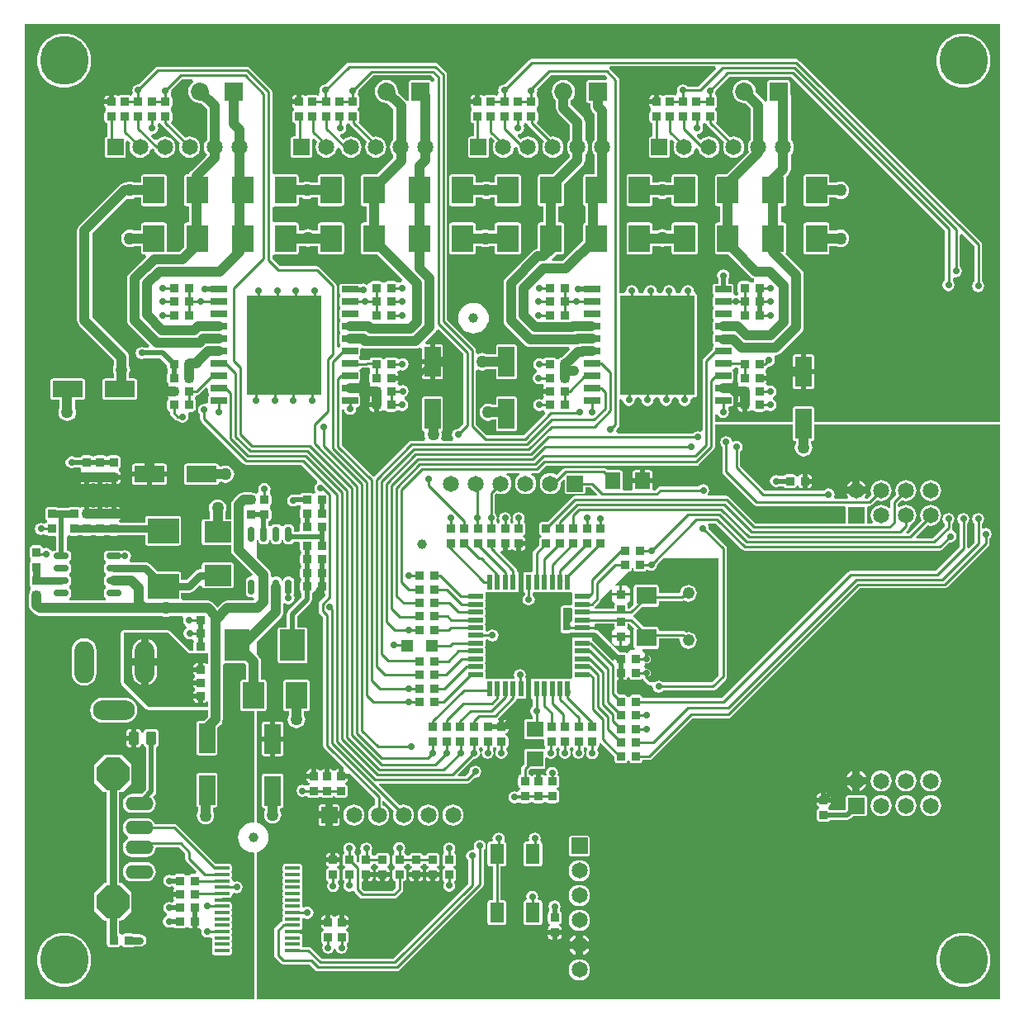
<source format=gtl>
G04 Layer_Physical_Order=1*
G04 Layer_Color=255*
%FSLAX25Y25*%
%MOIN*%
G70*
G01*
G75*
G04:AMPARAMS|DCode=10|XSize=40mil|YSize=55mil|CornerRadius=5mil|HoleSize=0mil|Usage=FLASHONLY|Rotation=180.000|XOffset=0mil|YOffset=0mil|HoleType=Round|Shape=RoundedRectangle|*
%AMROUNDEDRECTD10*
21,1,0.04000,0.04500,0,0,180.0*
21,1,0.03000,0.05500,0,0,180.0*
1,1,0.01000,-0.01500,0.02250*
1,1,0.01000,0.01500,0.02250*
1,1,0.01000,0.01500,-0.02250*
1,1,0.01000,-0.01500,-0.02250*
%
%ADD10ROUNDEDRECTD10*%
G04:AMPARAMS|DCode=11|XSize=35mil|YSize=35mil|CornerRadius=4.38mil|HoleSize=0mil|Usage=FLASHONLY|Rotation=90.000|XOffset=0mil|YOffset=0mil|HoleType=Round|Shape=RoundedRectangle|*
%AMROUNDEDRECTD11*
21,1,0.03500,0.02625,0,0,90.0*
21,1,0.02625,0.03500,0,0,90.0*
1,1,0.00875,0.01312,0.01312*
1,1,0.00875,0.01312,-0.01312*
1,1,0.00875,-0.01312,-0.01312*
1,1,0.00875,-0.01312,0.01312*
%
%ADD11ROUNDEDRECTD11*%
G04:AMPARAMS|DCode=12|XSize=35mil|YSize=35mil|CornerRadius=4.38mil|HoleSize=0mil|Usage=FLASHONLY|Rotation=180.000|XOffset=0mil|YOffset=0mil|HoleType=Round|Shape=RoundedRectangle|*
%AMROUNDEDRECTD12*
21,1,0.03500,0.02625,0,0,180.0*
21,1,0.02625,0.03500,0,0,180.0*
1,1,0.00875,-0.01312,0.01312*
1,1,0.00875,0.01312,0.01312*
1,1,0.00875,0.01312,-0.01312*
1,1,0.00875,-0.01312,-0.01312*
%
%ADD12ROUNDEDRECTD12*%
%ADD13C,0.03937*%
%ADD14R,0.08500X0.10799*%
%ADD15R,0.30000X0.40000*%
%ADD16R,0.06500X0.02500*%
%ADD17R,0.06500X0.12000*%
%ADD18R,0.12000X0.06500*%
%ADD19R,0.10799X0.08500*%
G04:AMPARAMS|DCode=20|XSize=23.62mil|YSize=61.02mil|CornerRadius=5.91mil|HoleSize=0mil|Usage=FLASHONLY|Rotation=270.000|XOffset=0mil|YOffset=0mil|HoleType=Round|Shape=RoundedRectangle|*
%AMROUNDEDRECTD20*
21,1,0.02362,0.04921,0,0,270.0*
21,1,0.01181,0.06102,0,0,270.0*
1,1,0.01181,-0.02461,-0.00591*
1,1,0.01181,-0.02461,0.00591*
1,1,0.01181,0.02461,0.00591*
1,1,0.01181,0.02461,-0.00591*
%
%ADD20ROUNDEDRECTD20*%
G04:AMPARAMS|DCode=21|XSize=23.62mil|YSize=61.02mil|CornerRadius=5.91mil|HoleSize=0mil|Usage=FLASHONLY|Rotation=180.000|XOffset=0mil|YOffset=0mil|HoleType=Round|Shape=RoundedRectangle|*
%AMROUNDEDRECTD21*
21,1,0.02362,0.04921,0,0,180.0*
21,1,0.01181,0.06102,0,0,180.0*
1,1,0.01181,-0.00591,0.02461*
1,1,0.01181,0.00591,0.02461*
1,1,0.01181,0.00591,-0.02461*
1,1,0.01181,-0.00591,-0.02461*
%
%ADD21ROUNDEDRECTD21*%
%ADD22R,0.09843X0.12598*%
%ADD23R,0.06600X0.06000*%
%ADD24R,0.08000X0.07000*%
%ADD25R,0.05512X0.07874*%
%ADD26R,0.06000X0.06600*%
%ADD27R,0.05000X0.05000*%
%ADD28R,0.05984X0.02205*%
%ADD29R,0.02205X0.05984*%
%ADD30R,0.12598X0.09843*%
%ADD31R,0.05906X0.01575*%
%ADD32C,0.02000*%
%ADD33C,0.01000*%
%ADD34C,0.04000*%
%ADD35C,0.03000*%
%ADD36R,0.06500X0.06500*%
%ADD37C,0.06500*%
%ADD38C,0.19685*%
%ADD39R,0.06500X0.06500*%
%ADD40C,0.07283*%
%ADD41R,0.07283X0.07283*%
%ADD42O,0.17000X0.08000*%
%ADD43O,0.08000X0.17000*%
%ADD44C,0.04800*%
%ADD45P,0.14235X8X292.5*%
%ADD46O,0.11220X0.05610*%
%ADD47C,0.02800*%
%ADD48C,0.05000*%
G36*
X393701Y245020D02*
X318770D01*
Y250500D01*
X318692Y250890D01*
X318471Y251221D01*
X318140Y251442D01*
X317750Y251520D01*
X311250D01*
X310860Y251442D01*
X310529Y251221D01*
X310308Y250890D01*
X310230Y250500D01*
Y245020D01*
X278729D01*
Y248215D01*
X279729Y248313D01*
X279739Y248264D01*
X280270Y247470D01*
X281064Y246939D01*
X282000Y246753D01*
X282936Y246939D01*
X283730Y247470D01*
X284261Y248264D01*
X284447Y249200D01*
X284261Y250136D01*
X284064Y250430D01*
X284599Y251430D01*
X285250D01*
X285640Y251508D01*
X285971Y251729D01*
X286192Y252060D01*
X286270Y252450D01*
Y254950D01*
X286192Y255340D01*
X285996Y255634D01*
X285971Y255695D01*
Y256705D01*
X285996Y256766D01*
X286192Y257060D01*
X286270Y257450D01*
Y257700D01*
X282000D01*
Y259700D01*
X286270D01*
Y259950D01*
X286192Y260340D01*
X285996Y260634D01*
X285971Y260695D01*
Y261705D01*
X285996Y261766D01*
X286192Y262060D01*
X286270Y262450D01*
Y264950D01*
X286192Y265340D01*
X285996Y265634D01*
X285971Y265694D01*
Y266271D01*
X286778Y267171D01*
X287878D01*
Y267088D01*
X287989Y266527D01*
X288307Y266051D01*
Y265297D01*
X287989Y264821D01*
X287878Y264260D01*
Y261635D01*
X287989Y261074D01*
X288307Y260599D01*
Y259844D01*
X287989Y259369D01*
X287878Y258808D01*
Y258495D01*
X290656D01*
Y256495D01*
X287878D01*
Y256183D01*
X287989Y255622D01*
X288307Y255146D01*
Y254392D01*
X287989Y253916D01*
X287878Y253355D01*
Y253043D01*
X290656D01*
Y252043D01*
X291656D01*
Y249265D01*
X291968D01*
X292529Y249376D01*
X293005Y249694D01*
X293100Y249837D01*
X293141Y249852D01*
X294171D01*
X294212Y249837D01*
X294307Y249694D01*
X294782Y249376D01*
X295343Y249265D01*
X297968D01*
X298529Y249376D01*
X299005Y249694D01*
X300191Y249801D01*
X300219Y249782D01*
X301156Y249596D01*
X302092Y249782D01*
X302886Y250313D01*
X303417Y251107D01*
X303603Y252043D01*
X303417Y252979D01*
X302886Y253773D01*
X302195Y254235D01*
X302140Y254769D01*
X302195Y255303D01*
X302886Y255765D01*
X303417Y256559D01*
X303603Y257495D01*
X303417Y258432D01*
X302886Y259226D01*
X302092Y259756D01*
X301156Y259942D01*
X300219Y259756D01*
X299365Y260164D01*
X299162Y260834D01*
X299323Y261074D01*
X299434Y261635D01*
Y261948D01*
X296656D01*
Y263948D01*
X299434D01*
Y264260D01*
X299323Y264821D01*
X299005Y265297D01*
Y266051D01*
X299323Y266527D01*
X299411Y266972D01*
X299485Y266987D01*
X299981Y267319D01*
X300263Y267600D01*
X300500Y267553D01*
X301436Y267739D01*
X302230Y268270D01*
X302761Y269064D01*
X302947Y270000D01*
X302761Y270936D01*
X302736Y270974D01*
X302930Y271552D01*
X303254Y271998D01*
X303854Y272077D01*
X304584Y272379D01*
X305211Y272860D01*
X313640Y281289D01*
X314121Y281916D01*
X314423Y282646D01*
X314526Y283429D01*
Y304600D01*
X314526Y304600D01*
X314423Y305383D01*
X314121Y306113D01*
X313640Y306740D01*
X313640Y306740D01*
X307264Y313116D01*
X307270Y313180D01*
X307491Y313510D01*
X307569Y313900D01*
Y324699D01*
X307491Y325090D01*
X307270Y325420D01*
X306939Y325641D01*
X306549Y325719D01*
X305325D01*
Y332281D01*
X306549D01*
X306939Y332359D01*
X307270Y332579D01*
X307491Y332910D01*
X307569Y333300D01*
Y344099D01*
X307537Y344258D01*
X308440Y345160D01*
X308440Y345160D01*
X308921Y345787D01*
X309223Y346517D01*
X309326Y347300D01*
X309326Y347300D01*
Y353065D01*
X309331Y353069D01*
X310012Y353957D01*
X310441Y354991D01*
X310587Y356100D01*
X310441Y357209D01*
X310012Y358243D01*
X309331Y359131D01*
X309326Y359135D01*
Y376690D01*
X309326Y376690D01*
X309223Y377473D01*
X309051Y377888D01*
Y382242D01*
X308974Y382632D01*
X308752Y382962D01*
X308422Y383184D01*
X308032Y383261D01*
X300748D01*
X300358Y383184D01*
X300027Y382962D01*
X299806Y382632D01*
X299729Y382242D01*
Y374958D01*
X298779Y374607D01*
X298440Y375050D01*
X298440Y375050D01*
X295245Y378244D01*
X295292Y378600D01*
X295132Y379812D01*
X294664Y380941D01*
X293920Y381910D01*
X292951Y382654D01*
X291822Y383122D01*
X290610Y383282D01*
X289398Y383122D01*
X288269Y382654D01*
X287300Y381910D01*
X286556Y380941D01*
X286088Y379812D01*
X285929Y378600D01*
X286088Y377388D01*
X286556Y376259D01*
X287300Y375290D01*
X288269Y374546D01*
X289398Y374078D01*
X290610Y373918D01*
X290966Y373965D01*
X293274Y371657D01*
Y359135D01*
X293269Y359131D01*
X292588Y358243D01*
X292159Y357209D01*
X292013Y356100D01*
X292159Y354991D01*
X292467Y354247D01*
X283340Y345119D01*
X279737D01*
X279346Y345041D01*
X279016Y344820D01*
X278795Y344490D01*
X278717Y344099D01*
Y333300D01*
X278795Y332910D01*
X279016Y332579D01*
X279346Y332359D01*
X279737Y332281D01*
X280961D01*
Y325719D01*
X279737D01*
X279346Y325641D01*
X279016Y325420D01*
X278795Y325090D01*
X278717Y324699D01*
Y313900D01*
X278795Y313510D01*
X279016Y313179D01*
X279346Y312959D01*
X279737Y312881D01*
X284040D01*
X293160Y303760D01*
X293160Y303760D01*
X293787Y303279D01*
X294437Y303010D01*
X294546Y302617D01*
X294598Y301958D01*
X294044Y301445D01*
X293059Y301518D01*
X293005Y301599D01*
X292529Y301917D01*
X291968Y302028D01*
X289343D01*
X288783Y301917D01*
X288307Y301599D01*
X287989Y301123D01*
X287878Y300562D01*
Y297937D01*
X287989Y297377D01*
X288307Y296901D01*
X288296Y296831D01*
X287574Y296237D01*
X286493Y296384D01*
X286150Y296998D01*
X286192Y297060D01*
X286270Y297450D01*
Y299950D01*
X286192Y300340D01*
X285971Y300671D01*
X285640Y300892D01*
X285250Y300970D01*
X284139D01*
Y303032D01*
X284361Y303364D01*
X284547Y304300D01*
X284361Y305236D01*
X283830Y306030D01*
X283036Y306561D01*
X282100Y306747D01*
X281164Y306561D01*
X280370Y306030D01*
X279839Y305236D01*
X279653Y304300D01*
X279839Y303364D01*
X280061Y303032D01*
Y300970D01*
X278750D01*
X278360Y300892D01*
X278029Y300671D01*
X277808Y300340D01*
X277730Y299950D01*
Y297450D01*
X277808Y297060D01*
X278005Y296766D01*
X278029Y296706D01*
Y295694D01*
X278005Y295634D01*
X277808Y295340D01*
X277730Y294950D01*
Y292450D01*
X277808Y292060D01*
X278005Y291766D01*
X278029Y291705D01*
Y290694D01*
X278005Y290634D01*
X277808Y290340D01*
X277730Y289950D01*
Y287450D01*
X277808Y287060D01*
X278005Y286766D01*
X278029Y286705D01*
Y285695D01*
X278005Y285634D01*
X277808Y285340D01*
X277730Y284950D01*
Y282450D01*
X277808Y282060D01*
X278005Y281766D01*
X278029Y281705D01*
Y280695D01*
X278005Y280634D01*
X277808Y280340D01*
X277730Y279950D01*
Y277450D01*
X277808Y277060D01*
X278005Y276766D01*
X278029Y276706D01*
Y275694D01*
X278005Y275634D01*
X277808Y275340D01*
X277730Y274950D01*
Y274393D01*
X274119Y270781D01*
X273787Y270285D01*
X273671Y269700D01*
Y241906D01*
X273280Y241604D01*
X272671Y241294D01*
X271900Y241447D01*
X270964Y241261D01*
X270170Y240730D01*
X270036Y240529D01*
X239481D01*
X238914Y241529D01*
X239047Y242200D01*
X239000Y242437D01*
X239681Y243119D01*
X240013Y243615D01*
X240129Y244200D01*
Y254135D01*
X240777Y254513D01*
X241580Y253965D01*
X241739Y253164D01*
X242270Y252370D01*
X243064Y251839D01*
X244000Y251653D01*
X244936Y251839D01*
X245730Y252370D01*
X246261Y253164D01*
X246447Y254100D01*
X246431Y254180D01*
X247252Y255180D01*
X248248D01*
X249069Y254180D01*
X249053Y254100D01*
X249239Y253164D01*
X249770Y252370D01*
X250564Y251839D01*
X251500Y251653D01*
X252436Y251839D01*
X253230Y252370D01*
X253761Y253164D01*
X253947Y254100D01*
X253931Y254180D01*
X254752Y255180D01*
X255748D01*
X256569Y254180D01*
X256553Y254100D01*
X256739Y253164D01*
X257270Y252370D01*
X258064Y251839D01*
X259000Y251653D01*
X259936Y251839D01*
X260730Y252370D01*
X261261Y253164D01*
X261447Y254100D01*
X261431Y254180D01*
X262252Y255180D01*
X263248D01*
X264069Y254180D01*
X264053Y254100D01*
X264239Y253164D01*
X264770Y252370D01*
X265564Y251839D01*
X266500Y251653D01*
X267436Y251839D01*
X268230Y252370D01*
X268761Y253164D01*
X268947Y254100D01*
X268931Y254180D01*
X269752Y255180D01*
X270500D01*
X270890Y255258D01*
X271221Y255479D01*
X271442Y255810D01*
X271520Y256200D01*
Y296200D01*
X271442Y296590D01*
X271221Y296921D01*
X270890Y297142D01*
X270197Y298050D01*
X270011Y298986D01*
X269480Y299780D01*
X268686Y300311D01*
X267750Y300497D01*
X266814Y300311D01*
X266020Y299780D01*
X265489Y298986D01*
X265303Y298050D01*
X265314Y297993D01*
X264680Y297220D01*
X263320D01*
X262686Y297993D01*
X262697Y298050D01*
X262511Y298986D01*
X261980Y299780D01*
X261186Y300311D01*
X260250Y300497D01*
X259314Y300311D01*
X258520Y299780D01*
X257989Y298986D01*
X257803Y298050D01*
X257814Y297993D01*
X257180Y297220D01*
X255820D01*
X255186Y297993D01*
X255197Y298050D01*
X255011Y298986D01*
X254480Y299780D01*
X253686Y300311D01*
X252750Y300497D01*
X251814Y300311D01*
X251020Y299780D01*
X250489Y298986D01*
X250303Y298050D01*
X250314Y297993D01*
X249680Y297220D01*
X248320D01*
X247686Y297993D01*
X247697Y298050D01*
X247511Y298986D01*
X246980Y299780D01*
X246186Y300311D01*
X245250Y300497D01*
X244314Y300311D01*
X243520Y299780D01*
X242989Y298986D01*
X242803Y298050D01*
X242814Y297993D01*
X242180Y297220D01*
X240500D01*
X240129Y297524D01*
Y383100D01*
X240013Y383685D01*
X239681Y384181D01*
X236192Y387671D01*
X236264Y388127D01*
X236551Y388671D01*
X278900D01*
X279283Y387747D01*
X272114Y380579D01*
X267644D01*
X267510Y380780D01*
X266716Y381310D01*
X265779Y381496D01*
X264843Y381310D01*
X264049Y380780D01*
X263519Y379986D01*
X263333Y379049D01*
X263519Y378113D01*
X263166Y377139D01*
X262544Y376933D01*
X262343Y377067D01*
X261783Y377178D01*
X259157D01*
X258597Y377067D01*
X258121Y376749D01*
X257409D01*
X256933Y377067D01*
X256372Y377178D01*
X256060D01*
Y374400D01*
X255060D01*
Y373400D01*
X252282D01*
Y373088D01*
X252393Y372527D01*
X252711Y372051D01*
X252854Y371956D01*
X252869Y371915D01*
Y370885D01*
X252854Y370844D01*
X252711Y370749D01*
X252393Y370273D01*
X252282Y369712D01*
Y367088D01*
X252393Y366527D01*
X252711Y366051D01*
X253187Y365733D01*
X253581Y365655D01*
Y360370D01*
X253050D01*
X252660Y360292D01*
X252329Y360071D01*
X252108Y359740D01*
X252030Y359350D01*
Y352850D01*
X252108Y352460D01*
X252329Y352129D01*
X252660Y351908D01*
X253050Y351830D01*
X259550D01*
X259940Y351908D01*
X260271Y352129D01*
X260492Y352460D01*
X260570Y352850D01*
Y358703D01*
X261570Y359118D01*
X262545Y358142D01*
X262159Y357209D01*
X262013Y356100D01*
X262159Y354991D01*
X262588Y353957D01*
X263269Y353069D01*
X264157Y352388D01*
X265191Y351959D01*
X266300Y351813D01*
X267409Y351959D01*
X268443Y352388D01*
X269331Y353069D01*
X270012Y353957D01*
X270441Y354991D01*
X270481Y355301D01*
X271416Y355658D01*
X272142Y355123D01*
X272159Y354991D01*
X272588Y353957D01*
X273269Y353069D01*
X274157Y352388D01*
X275190Y351959D01*
X276300Y351813D01*
X277410Y351959D01*
X278443Y352388D01*
X279331Y353069D01*
X280012Y353957D01*
X280441Y354991D01*
X280587Y356100D01*
X280441Y357209D01*
X280012Y358243D01*
X279331Y359131D01*
X278443Y359812D01*
X277410Y360241D01*
X276300Y360387D01*
X275190Y360241D01*
X274157Y359812D01*
X273269Y359131D01*
X272640Y359090D01*
X271389Y360341D01*
X271411Y360546D01*
X271783Y361361D01*
X272426Y361489D01*
X273220Y362020D01*
X273750Y362814D01*
X273937Y363750D01*
X273750Y364686D01*
X274119Y365659D01*
X274577Y365838D01*
X275515Y365424D01*
X275537Y365315D01*
X275869Y364819D01*
X282545Y358142D01*
X282159Y357209D01*
X282013Y356100D01*
X282159Y354991D01*
X282588Y353957D01*
X283269Y353069D01*
X284157Y352388D01*
X285191Y351959D01*
X286300Y351813D01*
X287409Y351959D01*
X288443Y352388D01*
X289331Y353069D01*
X290012Y353957D01*
X290441Y354991D01*
X290587Y356100D01*
X290441Y357209D01*
X290012Y358243D01*
X289331Y359131D01*
X288443Y359812D01*
X287409Y360241D01*
X286300Y360387D01*
X285191Y360241D01*
X284895Y360118D01*
X279041Y365972D01*
X279049Y366051D01*
X279367Y366527D01*
X279478Y367088D01*
Y369712D01*
X279367Y370273D01*
X279049Y370749D01*
X278906Y370844D01*
X278891Y370885D01*
Y371915D01*
X278906Y371956D01*
X279049Y372051D01*
X279367Y372527D01*
X279478Y373088D01*
Y375712D01*
X279367Y376273D01*
X279049Y376749D01*
X278942Y377935D01*
X278961Y377964D01*
X279147Y378900D01*
X279100Y379137D01*
X284434Y384471D01*
X309366D01*
X371471Y322366D01*
Y302268D01*
X371270Y302134D01*
X370739Y301340D01*
X370553Y300404D01*
X370739Y299467D01*
X371270Y298674D01*
X372064Y298143D01*
X373000Y297957D01*
X373936Y298143D01*
X374730Y298674D01*
X375261Y299467D01*
X375447Y300404D01*
X375261Y301340D01*
X374751Y302103D01*
X374734Y302215D01*
X374770Y303048D01*
X375584Y303641D01*
X376025Y303553D01*
X376962Y303739D01*
X377755Y304270D01*
X378286Y305064D01*
X378472Y306000D01*
X378286Y306936D01*
X377755Y307730D01*
X377554Y307864D01*
Y320633D01*
X378478Y321016D01*
X383471Y316023D01*
Y301865D01*
X383270Y301730D01*
X382739Y300936D01*
X382553Y300000D01*
X382739Y299064D01*
X383270Y298270D01*
X384064Y297739D01*
X385000Y297553D01*
X385936Y297739D01*
X386730Y298270D01*
X387261Y299064D01*
X387447Y300000D01*
X387261Y300936D01*
X386730Y301730D01*
X386529Y301865D01*
Y316657D01*
X386413Y317242D01*
X386081Y317738D01*
X312538Y391281D01*
X312042Y391613D01*
X311457Y391729D01*
X204830D01*
X204245Y391613D01*
X203749Y391281D01*
X193916Y381449D01*
X193679Y381496D01*
X192743Y381310D01*
X191949Y380780D01*
X191419Y379986D01*
X191233Y379049D01*
X191419Y378113D01*
X191190Y377363D01*
X191044Y377099D01*
X190384Y376912D01*
X190153Y377067D01*
X189593Y377178D01*
X186968D01*
X186407Y377067D01*
X185931Y376749D01*
X185189D01*
X184713Y377067D01*
X184152Y377178D01*
X183840D01*
Y374400D01*
X182840D01*
Y373400D01*
X180062D01*
Y373088D01*
X180173Y372527D01*
X180491Y372051D01*
X180634Y371956D01*
X180649Y371915D01*
Y370885D01*
X180634Y370844D01*
X180491Y370749D01*
X180173Y370273D01*
X180062Y369712D01*
Y367088D01*
X180173Y366527D01*
X180491Y366051D01*
X180967Y365733D01*
X181331Y365661D01*
Y360370D01*
X180050D01*
X179660Y360292D01*
X179329Y360071D01*
X179108Y359740D01*
X179030Y359350D01*
Y352850D01*
X179108Y352460D01*
X179329Y352129D01*
X179660Y351908D01*
X180050Y351830D01*
X186550D01*
X186940Y351908D01*
X187271Y352129D01*
X187492Y352460D01*
X187570Y352850D01*
Y359350D01*
X187544Y359479D01*
X188414Y360023D01*
X189851Y358586D01*
X189588Y358243D01*
X189159Y357209D01*
X189013Y356100D01*
X189159Y354991D01*
X189588Y353957D01*
X190269Y353069D01*
X191157Y352388D01*
X192191Y351959D01*
X193300Y351813D01*
X194410Y351959D01*
X195443Y352388D01*
X196331Y353069D01*
X197012Y353957D01*
X197441Y354991D01*
X197536Y355711D01*
X197603Y355778D01*
X198441Y356154D01*
X198560Y356161D01*
X199049Y355825D01*
X199159Y354991D01*
X199588Y353957D01*
X200269Y353069D01*
X201157Y352388D01*
X202190Y351959D01*
X203300Y351813D01*
X204410Y351959D01*
X205443Y352388D01*
X206331Y353069D01*
X207012Y353957D01*
X207441Y354991D01*
X207587Y356100D01*
X207441Y357209D01*
X207012Y358243D01*
X206331Y359131D01*
X205443Y359812D01*
X204410Y360241D01*
X203300Y360387D01*
X202190Y360241D01*
X201157Y359812D01*
X200314Y359166D01*
X199139Y360341D01*
X199161Y360546D01*
X199533Y361361D01*
X200176Y361489D01*
X200970Y362020D01*
X201500Y362814D01*
X201687Y363750D01*
X201500Y364686D01*
X201768Y365531D01*
X201861Y365695D01*
X202321Y365834D01*
X203283Y365336D01*
X203287Y365315D01*
X203619Y364819D01*
X209851Y358586D01*
X209588Y358243D01*
X209159Y357209D01*
X209013Y356100D01*
X209159Y354991D01*
X209588Y353957D01*
X210269Y353069D01*
X211157Y352388D01*
X212191Y351959D01*
X213300Y351813D01*
X214409Y351959D01*
X215443Y352388D01*
X216331Y353069D01*
X217012Y353957D01*
X217441Y354991D01*
X217587Y356100D01*
X217441Y357209D01*
X217012Y358243D01*
X216331Y359131D01*
X215443Y359812D01*
X214409Y360241D01*
X213300Y360387D01*
X212484Y360279D01*
X206928Y365835D01*
X206949Y366051D01*
X207267Y366527D01*
X207378Y367088D01*
Y369712D01*
X207267Y370273D01*
X206949Y370749D01*
X206806Y370844D01*
X206791Y370885D01*
Y371915D01*
X206806Y371956D01*
X206949Y372051D01*
X207267Y372527D01*
X207378Y373088D01*
Y375712D01*
X207267Y376273D01*
X206949Y376749D01*
X206842Y377935D01*
X206861Y377964D01*
X207047Y378900D01*
X206900Y379637D01*
X212434Y385171D01*
X234366D01*
X235312Y384225D01*
X235150Y383666D01*
X234862Y383261D01*
X227748D01*
X227358Y383184D01*
X227028Y382962D01*
X226806Y382632D01*
X226729Y382242D01*
Y374958D01*
X226806Y374568D01*
X227028Y374237D01*
X227358Y374016D01*
X227748Y373939D01*
X228364D01*
Y372610D01*
X228467Y371827D01*
X228769Y371097D01*
X229250Y370470D01*
X230274Y369447D01*
Y359135D01*
X230269Y359131D01*
X229588Y358243D01*
X229159Y357209D01*
X229013Y356100D01*
X229159Y354991D01*
X229588Y353957D01*
X230269Y353069D01*
X230274Y353065D01*
Y345119D01*
X226620D01*
X226230Y345041D01*
X225899Y344820D01*
X225678Y344490D01*
X225601Y344099D01*
Y333300D01*
X225678Y332910D01*
X225899Y332579D01*
X226230Y332359D01*
X226474Y332310D01*
Y325690D01*
X226230Y325641D01*
X225899Y325420D01*
X225678Y325090D01*
X225601Y324699D01*
Y318310D01*
X217317Y310026D01*
X213234D01*
X212851Y310950D01*
X214698Y312796D01*
X214698Y312796D01*
X214763Y312881D01*
X216808D01*
X217198Y312959D01*
X217529Y313179D01*
X217750Y313510D01*
X217828Y313900D01*
Y324699D01*
X217750Y325090D01*
X217529Y325420D01*
X217198Y325641D01*
X216808Y325719D01*
X215584D01*
Y332281D01*
X216808D01*
X217198Y332359D01*
X217529Y332579D01*
X217750Y332910D01*
X217828Y333300D01*
Y341049D01*
X225440Y348660D01*
X225921Y349287D01*
X226223Y350017D01*
X226326Y350800D01*
Y353065D01*
X226331Y353069D01*
X227012Y353957D01*
X227441Y354991D01*
X227587Y356100D01*
X227441Y357209D01*
X227012Y358243D01*
X226331Y359131D01*
X226326Y359135D01*
Y366200D01*
X226326Y366200D01*
X226223Y366983D01*
X225921Y367713D01*
X225440Y368340D01*
X225440Y368340D01*
X220636Y373143D01*
Y375071D01*
X220920Y375290D01*
X221664Y376259D01*
X222132Y377388D01*
X222292Y378600D01*
X222132Y379812D01*
X221664Y380941D01*
X220920Y381910D01*
X219951Y382654D01*
X218822Y383122D01*
X217610Y383282D01*
X216398Y383122D01*
X215269Y382654D01*
X214300Y381910D01*
X213556Y380941D01*
X213088Y379812D01*
X212929Y378600D01*
X213088Y377388D01*
X213556Y376259D01*
X214300Y375290D01*
X214584Y375071D01*
Y371890D01*
X214687Y371107D01*
X214989Y370377D01*
X215470Y369750D01*
X220274Y364947D01*
Y359135D01*
X220269Y359131D01*
X219588Y358243D01*
X219159Y357209D01*
X219013Y356100D01*
X219159Y354991D01*
X219588Y353957D01*
X220269Y353069D01*
X220274Y353065D01*
Y352053D01*
X213340Y345119D01*
X208308D01*
X207918Y345041D01*
X207587Y344820D01*
X207366Y344490D01*
X207289Y344099D01*
Y333300D01*
X207366Y332910D01*
X207587Y332579D01*
X207918Y332359D01*
X208308Y332281D01*
X209532D01*
Y325719D01*
X208308D01*
X207918Y325641D01*
X207587Y325420D01*
X207366Y325090D01*
X207289Y324699D01*
Y315026D01*
X207257D01*
X206473Y314923D01*
X205744Y314620D01*
X205117Y314140D01*
X194360Y303383D01*
X193879Y302757D01*
X193577Y302027D01*
X193474Y301243D01*
Y286057D01*
X193577Y285274D01*
X193879Y284544D01*
X194360Y283917D01*
X201967Y276310D01*
X202594Y275830D01*
X203324Y275527D01*
X204107Y275424D01*
X219773D01*
X220156Y274500D01*
X218411Y272755D01*
X218260Y272640D01*
X216752Y271131D01*
X216427Y271067D01*
X215951Y270749D01*
X215856Y270606D01*
X215815Y270591D01*
X214785D01*
X214744Y270606D01*
X214649Y270749D01*
X214173Y271067D01*
X213613Y271178D01*
X210987D01*
X210427Y271067D01*
X209951Y270749D01*
X208765Y270642D01*
X208736Y270661D01*
X207800Y270847D01*
X206864Y270661D01*
X206070Y270130D01*
X205539Y269336D01*
X205353Y268400D01*
X205539Y267464D01*
X206070Y266670D01*
X206832Y266160D01*
X206855Y266016D01*
X206795Y265133D01*
X206670Y265108D01*
X205876Y264578D01*
X205346Y263784D01*
X205159Y262848D01*
X205346Y261911D01*
X205876Y261117D01*
X206670Y260587D01*
X207606Y260401D01*
X208543Y260587D01*
X208558Y260597D01*
X209421Y260363D01*
X209606Y260262D01*
X209795Y259610D01*
X209633Y259369D01*
X209522Y258808D01*
Y258495D01*
X212300D01*
Y256495D01*
X209522D01*
Y256183D01*
X209633Y255622D01*
X209794Y255382D01*
X209591Y254712D01*
X208736Y254304D01*
X207800Y254490D01*
X206864Y254304D01*
X206070Y253773D01*
X205539Y252979D01*
X205353Y252043D01*
X205539Y251107D01*
X206070Y250313D01*
X206864Y249782D01*
X207800Y249596D01*
X208736Y249782D01*
X208765Y249801D01*
X209951Y249694D01*
X210130Y248493D01*
X201466Y239829D01*
X186634D01*
X182229Y244233D01*
Y265856D01*
X182774Y266220D01*
X183229Y266392D01*
X183959Y266090D01*
X184872Y265970D01*
X185786Y266090D01*
X186637Y266443D01*
X186678Y266474D01*
X190330D01*
Y263500D01*
X190408Y263110D01*
X190629Y262779D01*
X190960Y262558D01*
X191350Y262480D01*
X197850D01*
X198240Y262558D01*
X198571Y262779D01*
X198792Y263110D01*
X198870Y263500D01*
Y275500D01*
X198792Y275890D01*
X198571Y276221D01*
X198240Y276442D01*
X197850Y276520D01*
X191350D01*
X190960Y276442D01*
X190629Y276221D01*
X190408Y275890D01*
X190330Y275500D01*
Y272526D01*
X186678D01*
X186637Y272557D01*
X185786Y272910D01*
X184872Y273030D01*
X183959Y272910D01*
X183229Y272608D01*
X182774Y272780D01*
X182229Y273144D01*
Y274000D01*
X182113Y274585D01*
X181781Y275081D01*
X170529Y286333D01*
Y385328D01*
X170413Y385914D01*
X170081Y386410D01*
X166810Y389681D01*
X166314Y390013D01*
X165728Y390129D01*
X131030D01*
X130445Y390013D01*
X129949Y389681D01*
X121716Y381449D01*
X121479Y381496D01*
X120543Y381310D01*
X119749Y380780D01*
X119219Y379986D01*
X119033Y379049D01*
X119219Y378113D01*
X118801Y377173D01*
X118334Y376972D01*
X118193Y377067D01*
X117632Y377178D01*
X115007D01*
X114447Y377067D01*
X113971Y376749D01*
X113309Y376749D01*
X112833Y377067D01*
X112273Y377178D01*
X111960D01*
Y374400D01*
X110960D01*
Y373400D01*
X108182D01*
Y373088D01*
X108293Y372527D01*
X108611Y372051D01*
X108754Y371956D01*
X108769Y371915D01*
Y370885D01*
X108754Y370844D01*
X108611Y370749D01*
X108293Y370273D01*
X108182Y369712D01*
Y367088D01*
X108293Y366527D01*
X108611Y366051D01*
X109087Y365733D01*
X109531Y365645D01*
Y360370D01*
X108550D01*
X108160Y360292D01*
X107829Y360071D01*
X107608Y359740D01*
X107530Y359350D01*
Y352850D01*
X107608Y352460D01*
X107829Y352129D01*
X108160Y351908D01*
X108550Y351830D01*
X115050D01*
X115440Y351908D01*
X115771Y352129D01*
X115992Y352460D01*
X116070Y352850D01*
Y359153D01*
X116542Y359470D01*
X117040Y359597D01*
X118221Y358417D01*
X118088Y358243D01*
X117659Y357209D01*
X117513Y356100D01*
X117659Y354991D01*
X118088Y353957D01*
X118769Y353069D01*
X119657Y352388D01*
X120691Y351959D01*
X121800Y351813D01*
X122909Y351959D01*
X123943Y352388D01*
X124831Y353069D01*
X125512Y353957D01*
X125941Y354991D01*
X126015Y355559D01*
X126984Y355997D01*
X127590Y355519D01*
X127659Y354991D01*
X128088Y353957D01*
X128769Y353069D01*
X129657Y352388D01*
X130691Y351959D01*
X131800Y351813D01*
X132910Y351959D01*
X133943Y352388D01*
X134831Y353069D01*
X135512Y353957D01*
X135941Y354991D01*
X136087Y356100D01*
X135941Y357209D01*
X135512Y358243D01*
X134831Y359131D01*
X133943Y359812D01*
X132910Y360241D01*
X131800Y360387D01*
X130691Y360241D01*
X129657Y359812D01*
X128769Y359131D01*
X128563Y359118D01*
X127339Y360341D01*
X127361Y360546D01*
X127733Y361361D01*
X128376Y361489D01*
X129170Y362020D01*
X129700Y362814D01*
X129886Y363750D01*
X129700Y364686D01*
X130159Y365633D01*
X130429Y365799D01*
X130527Y365733D01*
X131088Y365622D01*
X131426D01*
X131487Y365315D01*
X131819Y364819D01*
X138221Y358417D01*
X138088Y358243D01*
X137659Y357209D01*
X137513Y356100D01*
X137659Y354991D01*
X138088Y353957D01*
X138769Y353069D01*
X139657Y352388D01*
X140691Y351959D01*
X141800Y351813D01*
X142910Y351959D01*
X143943Y352388D01*
X144831Y353069D01*
X145512Y353957D01*
X145941Y354991D01*
X146087Y356100D01*
X145941Y357209D01*
X145512Y358243D01*
X144831Y359131D01*
X143943Y359812D01*
X142910Y360241D01*
X141800Y360387D01*
X140719Y360244D01*
X134814Y366149D01*
X135067Y366527D01*
X135178Y367088D01*
Y369712D01*
X135067Y370273D01*
X134749Y370749D01*
X134606Y370844D01*
X134591Y370885D01*
Y371915D01*
X134606Y371956D01*
X134749Y372051D01*
X135067Y372527D01*
X135178Y373088D01*
Y375712D01*
X135067Y376273D01*
X134749Y376749D01*
X134642Y377935D01*
X134661Y377964D01*
X134847Y378900D01*
X134800Y379137D01*
X140734Y385071D01*
X164267D01*
X165471Y383867D01*
Y382745D01*
X164473Y382632D01*
X164252Y382962D01*
X163922Y383184D01*
X163531Y383261D01*
X156248D01*
X155858Y383184D01*
X155527Y382962D01*
X155306Y382632D01*
X155229Y382242D01*
Y375073D01*
X154990Y374892D01*
X154263Y374689D01*
X154140Y374850D01*
X150745Y378244D01*
X150792Y378600D01*
X150632Y379812D01*
X150164Y380941D01*
X149420Y381910D01*
X148451Y382654D01*
X147322Y383122D01*
X146110Y383282D01*
X144898Y383122D01*
X143769Y382654D01*
X142800Y381910D01*
X142056Y380941D01*
X141588Y379812D01*
X141428Y378600D01*
X141588Y377388D01*
X142056Y376259D01*
X142800Y375290D01*
X143769Y374546D01*
X144898Y374078D01*
X146110Y373918D01*
X146466Y373965D01*
X148974Y371457D01*
Y359289D01*
X148769Y359131D01*
X148088Y358243D01*
X147659Y357209D01*
X147513Y356100D01*
X147659Y354991D01*
X148088Y353957D01*
X148769Y353069D01*
X148974Y352911D01*
Y351753D01*
X142340Y345119D01*
X136880D01*
X136489Y345041D01*
X136159Y344820D01*
X135938Y344490D01*
X135860Y344099D01*
Y333300D01*
X135938Y332910D01*
X136159Y332579D01*
X136489Y332359D01*
X136880Y332281D01*
X138104D01*
Y325719D01*
X136880D01*
X136489Y325641D01*
X136159Y325420D01*
X135938Y325090D01*
X135860Y324699D01*
Y313900D01*
X135938Y313510D01*
X136159Y313179D01*
X136489Y312959D01*
X136880Y312881D01*
X142340D01*
X152565Y302656D01*
X152199Y301608D01*
X151713Y301511D01*
X151578Y301421D01*
X151535Y301407D01*
X150349Y301599D01*
X149873Y301917D01*
X149312Y302028D01*
X146687D01*
X146127Y301917D01*
X145651Y301599D01*
X145556Y301456D01*
X145515Y301441D01*
X144485D01*
X144444Y301456D01*
X144349Y301599D01*
X143873Y301917D01*
X143313Y302028D01*
X140688D01*
X140127Y301917D01*
X139651Y301599D01*
X139333Y301123D01*
X139317Y301041D01*
X138305Y300617D01*
X138246Y300621D01*
X137886Y300861D01*
X136950Y301047D01*
X136014Y300861D01*
X135321Y300671D01*
X134990Y300892D01*
X134600Y300970D01*
X128100D01*
X127710Y300892D01*
X127379Y300671D01*
X127158Y300340D01*
X127080Y299950D01*
Y297450D01*
X127158Y297060D01*
X127355Y296766D01*
X127379Y296706D01*
Y295694D01*
X127355Y295634D01*
X127158Y295340D01*
X127080Y294950D01*
Y292450D01*
X127158Y292060D01*
X127355Y291766D01*
X127379Y291705D01*
Y290694D01*
X127355Y290634D01*
X127158Y290340D01*
X127080Y289950D01*
Y287450D01*
X127158Y287060D01*
X127355Y286766D01*
X127379Y286705D01*
Y285695D01*
X127355Y285634D01*
X127158Y285340D01*
X127080Y284950D01*
Y282450D01*
X127158Y282060D01*
X127355Y281766D01*
X127379Y281705D01*
Y280695D01*
X127355Y280634D01*
X127158Y280340D01*
X127080Y279950D01*
Y277450D01*
X127158Y277060D01*
X127355Y276766D01*
X127379Y276706D01*
Y275694D01*
X127355Y275634D01*
X127158Y275340D01*
X127116Y275131D01*
X127029Y275059D01*
X126067Y275511D01*
X126029Y275559D01*
Y300000D01*
X125913Y300585D01*
X125581Y301081D01*
X119081Y307581D01*
X118585Y307913D01*
X118000Y308029D01*
X103133D01*
X100029Y311134D01*
Y312254D01*
X100269Y312480D01*
X101029Y312908D01*
X101165Y312881D01*
X109665D01*
X110055Y312959D01*
X110386Y313179D01*
X110607Y313510D01*
X110685Y313900D01*
Y316274D01*
X113142D01*
X113586Y316090D01*
X114500Y315970D01*
X115414Y316090D01*
X115858Y316274D01*
X118458D01*
Y313900D01*
X118536Y313510D01*
X118757Y313179D01*
X119087Y312959D01*
X119478Y312881D01*
X127978D01*
X128368Y312959D01*
X128699Y313179D01*
X128919Y313510D01*
X128997Y313900D01*
Y324699D01*
X128919Y325090D01*
X128699Y325420D01*
X128368Y325641D01*
X127978Y325719D01*
X119478D01*
X119087Y325641D01*
X118757Y325420D01*
X118536Y325090D01*
X118458Y324699D01*
Y322326D01*
X116567D01*
X116265Y322557D01*
X115414Y322910D01*
X114500Y323030D01*
X113586Y322910D01*
X112735Y322557D01*
X112433Y322326D01*
X110685D01*
Y324699D01*
X110607Y325090D01*
X110386Y325420D01*
X110055Y325641D01*
X109665Y325719D01*
X101165D01*
X101029Y325692D01*
X100269Y326120D01*
X100029Y326346D01*
Y331654D01*
X100269Y331880D01*
X101029Y332308D01*
X101165Y332281D01*
X109665D01*
X110055Y332359D01*
X110386Y332579D01*
X110607Y332910D01*
X110685Y333300D01*
Y335674D01*
X112194D01*
X112235Y335643D01*
X113086Y335290D01*
X114000Y335170D01*
X114914Y335290D01*
X115765Y335643D01*
X115806Y335674D01*
X118458D01*
Y333300D01*
X118536Y332910D01*
X118757Y332579D01*
X119087Y332359D01*
X119478Y332281D01*
X127978D01*
X128368Y332359D01*
X128699Y332579D01*
X128919Y332910D01*
X128997Y333300D01*
Y344099D01*
X128919Y344490D01*
X128699Y344820D01*
X128368Y345041D01*
X127978Y345119D01*
X119478D01*
X119087Y345041D01*
X118757Y344820D01*
X118536Y344490D01*
X118458Y344099D01*
Y341726D01*
X115806D01*
X115765Y341757D01*
X114914Y342110D01*
X114000Y342230D01*
X113086Y342110D01*
X112235Y341757D01*
X112194Y341726D01*
X110685D01*
Y344099D01*
X110607Y344490D01*
X110386Y344820D01*
X110055Y345041D01*
X109665Y345119D01*
X101165D01*
X101029Y345092D01*
X100269Y345520D01*
X100029Y345746D01*
Y378328D01*
X99913Y378914D01*
X99581Y379410D01*
X90910Y388081D01*
X90414Y388413D01*
X89828Y388529D01*
X53930D01*
X53345Y388413D01*
X52849Y388081D01*
X46216Y381449D01*
X45979Y381496D01*
X45043Y381310D01*
X44249Y380780D01*
X43719Y379986D01*
X43532Y379049D01*
X43719Y378113D01*
X43729Y378098D01*
X43564Y377506D01*
X43341Y377077D01*
X42647Y376897D01*
X42393Y377067D01*
X41833Y377178D01*
X39208D01*
X38647Y377067D01*
X38171Y376749D01*
X37409D01*
X36933Y377067D01*
X36373Y377178D01*
X36060D01*
Y374400D01*
X35060D01*
Y373400D01*
X32282D01*
Y373088D01*
X32393Y372527D01*
X32711Y372051D01*
X32854Y371956D01*
X32869Y371915D01*
Y370885D01*
X32854Y370844D01*
X32711Y370749D01*
X32393Y370273D01*
X32282Y369712D01*
Y367088D01*
X32393Y366527D01*
X32711Y366051D01*
X33187Y365733D01*
X33531Y365665D01*
Y360370D01*
X33450D01*
X33060Y360292D01*
X32729Y360071D01*
X32508Y359740D01*
X32430Y359350D01*
Y352850D01*
X32508Y352460D01*
X32729Y352129D01*
X33060Y351908D01*
X33450Y351830D01*
X39950D01*
X40340Y351908D01*
X40671Y352129D01*
X40892Y352460D01*
X40970Y352850D01*
Y358253D01*
X41970Y358667D01*
X42814Y357823D01*
X42559Y357209D01*
X42413Y356100D01*
X42559Y354991D01*
X42988Y353957D01*
X43669Y353069D01*
X44557Y352388D01*
X45590Y351959D01*
X46700Y351813D01*
X47809Y351959D01*
X48843Y352388D01*
X49731Y353069D01*
X50412Y353957D01*
X50841Y354991D01*
X50853Y355087D01*
X51909Y355446D01*
X52336Y355019D01*
X52629Y354823D01*
X52988Y353957D01*
X53669Y353069D01*
X54557Y352388D01*
X55590Y351959D01*
X56700Y351813D01*
X57810Y351959D01*
X58843Y352388D01*
X59731Y353069D01*
X60412Y353957D01*
X60841Y354991D01*
X60987Y356100D01*
X60841Y357209D01*
X60412Y358243D01*
X59731Y359131D01*
X58843Y359812D01*
X57810Y360241D01*
X56700Y360387D01*
X55590Y360241D01*
X54557Y359812D01*
X53669Y359131D01*
X53644Y359099D01*
X52646Y359034D01*
X51280Y360400D01*
X51495Y361004D01*
X51722Y361373D01*
X52556Y361539D01*
X53349Y362069D01*
X53880Y362863D01*
X54066Y363799D01*
X53880Y364736D01*
X54232Y365694D01*
X54504Y365792D01*
X55487Y365315D01*
X55819Y364819D01*
X62814Y357823D01*
X62559Y357209D01*
X62413Y356100D01*
X62559Y354991D01*
X62988Y353957D01*
X63669Y353069D01*
X64557Y352388D01*
X65591Y351959D01*
X66700Y351813D01*
X67809Y351959D01*
X68843Y352388D01*
X69731Y353069D01*
X70412Y353957D01*
X70841Y354991D01*
X70987Y356100D01*
X70841Y357209D01*
X70412Y358243D01*
X69731Y359131D01*
X68843Y359812D01*
X67809Y360241D01*
X66700Y360387D01*
X65591Y360241D01*
X64977Y359986D01*
X59219Y365744D01*
X59249Y366051D01*
X59567Y366527D01*
X59678Y367088D01*
Y369712D01*
X59567Y370273D01*
X59249Y370749D01*
X59106Y370844D01*
X59091Y370885D01*
Y371915D01*
X59106Y371956D01*
X59249Y372051D01*
X59567Y372527D01*
X59678Y373088D01*
Y375712D01*
X59567Y376273D01*
X59249Y376749D01*
X59142Y377935D01*
X59161Y377964D01*
X59347Y378900D01*
X59300Y379137D01*
X63634Y383471D01*
X67956D01*
X68240Y382471D01*
X67510Y381910D01*
X66766Y380941D01*
X66298Y379812D01*
X66138Y378600D01*
X66298Y377388D01*
X66766Y376259D01*
X67510Y375290D01*
X68479Y374546D01*
X69608Y374078D01*
X70820Y373918D01*
X71175Y373965D01*
X73674Y371467D01*
Y359135D01*
X73669Y359131D01*
X72988Y358243D01*
X72559Y357209D01*
X72413Y356100D01*
X72559Y354991D01*
X72988Y353957D01*
X73669Y353069D01*
X73037Y352316D01*
X67360Y346640D01*
X66879Y346013D01*
X66577Y345283D01*
X66556Y345119D01*
X65451D01*
X65061Y345041D01*
X64730Y344820D01*
X64509Y344490D01*
X64431Y344099D01*
Y333300D01*
X64509Y332910D01*
X64730Y332579D01*
X65061Y332359D01*
X65451Y332281D01*
X66474D01*
Y325719D01*
X65451D01*
X65061Y325641D01*
X64730Y325420D01*
X64509Y325090D01*
X64431Y324699D01*
Y315711D01*
X62647Y313926D01*
X57569D01*
Y324699D01*
X57491Y325090D01*
X57270Y325420D01*
X56939Y325641D01*
X56549Y325719D01*
X48049D01*
X47659Y325641D01*
X47328Y325420D01*
X47107Y325090D01*
X47029Y324699D01*
Y322326D01*
X44377D01*
X44337Y322357D01*
X43485Y322710D01*
X42571Y322830D01*
X41658Y322710D01*
X40806Y322357D01*
X40075Y321796D01*
X39514Y321065D01*
X39162Y320214D01*
X39041Y319300D01*
X39162Y318386D01*
X39514Y317535D01*
X40075Y316804D01*
X40806Y316243D01*
X41658Y315890D01*
X42571Y315770D01*
X43485Y315890D01*
X44337Y316243D01*
X44377Y316274D01*
X47029D01*
Y313900D01*
X47107Y313510D01*
X47328Y313179D01*
X47659Y312959D01*
X48049Y312881D01*
X48724D01*
X49107Y311957D01*
X42360Y305211D01*
X41879Y304584D01*
X41577Y303854D01*
X41474Y303071D01*
Y286256D01*
X41577Y285473D01*
X41879Y284743D01*
X42360Y284117D01*
X50438Y276039D01*
X50024Y275039D01*
X48647D01*
X48315Y275261D01*
X47379Y275447D01*
X46442Y275261D01*
X45649Y274730D01*
X45118Y273936D01*
X44932Y273000D01*
X45118Y272064D01*
X45649Y271270D01*
X46442Y270739D01*
X47379Y270553D01*
X48315Y270739D01*
X48647Y270961D01*
X54905D01*
X57572Y268294D01*
Y267088D01*
X57683Y266527D01*
X57805Y266345D01*
X57930Y265674D01*
X57805Y265003D01*
X57683Y264821D01*
X57572Y264260D01*
Y261635D01*
X57683Y261074D01*
X58001Y260599D01*
Y259844D01*
X57683Y259369D01*
X57572Y258808D01*
Y258495D01*
X60350D01*
Y256495D01*
X57572D01*
Y256183D01*
X57683Y255622D01*
X58001Y255146D01*
Y254392D01*
X57683Y253916D01*
X57572Y253355D01*
Y250730D01*
X57683Y250169D01*
X58001Y249694D01*
X58477Y249376D01*
X58821Y249308D01*
Y248807D01*
X58937Y248221D01*
X59269Y247725D01*
X60775Y246219D01*
X61272Y245887D01*
X61857Y245771D01*
X61936D01*
X62070Y245570D01*
X62864Y245039D01*
X63800Y244853D01*
X64736Y245039D01*
X65530Y245570D01*
X66061Y246364D01*
X66247Y247300D01*
X66061Y248236D01*
X66042Y248265D01*
X66576Y249265D01*
X67663D01*
X68223Y249376D01*
X68699Y249694D01*
X69017Y250169D01*
X69128Y250730D01*
Y253355D01*
X69017Y253916D01*
X68699Y254392D01*
Y255126D01*
X68747Y255218D01*
X69017Y255622D01*
X69054Y255811D01*
X69135Y255966D01*
X69495D01*
X70081Y256082D01*
X70577Y256414D01*
X73156Y258994D01*
X74080Y258611D01*
Y257450D01*
X74158Y257060D01*
X74354Y256766D01*
X74379Y256705D01*
Y255695D01*
X74354Y255634D01*
X74158Y255340D01*
X74080Y254950D01*
Y253033D01*
X73912Y252831D01*
X73146Y252329D01*
X73114Y252325D01*
X72500Y252447D01*
X71564Y252261D01*
X70770Y251730D01*
X70239Y250936D01*
X70053Y250000D01*
X70239Y249064D01*
X70770Y248270D01*
X70971Y248135D01*
Y246343D01*
X71087Y245758D01*
X71419Y245262D01*
X88262Y228419D01*
X88758Y228087D01*
X89343Y227971D01*
X111926D01*
X118248Y221648D01*
X118042Y220440D01*
X117727Y220230D01*
X117197Y219436D01*
X117011Y218500D01*
X117197Y217564D01*
X117485Y217133D01*
X117524Y216880D01*
X117224Y216532D01*
X116349Y216041D01*
X115874Y216359D01*
X115313Y216471D01*
X112688D01*
X112127Y216359D01*
X111652Y216041D01*
X111445Y215732D01*
X109480D01*
X109436Y215761D01*
X108500Y215947D01*
X107564Y215761D01*
X106770Y215230D01*
X106239Y214436D01*
X106053Y213500D01*
X106239Y212564D01*
X106770Y211770D01*
X107564Y211239D01*
X108500Y211053D01*
X109436Y211239D01*
X110056Y211653D01*
X111445D01*
X111652Y211344D01*
Y210541D01*
X111334Y210066D01*
X111222Y209505D01*
Y206880D01*
X111334Y206319D01*
X111483Y206095D01*
X111588Y205442D01*
X111483Y204790D01*
X111334Y204566D01*
X111222Y204005D01*
Y201380D01*
X110895Y200982D01*
X108797D01*
Y202309D01*
X108673Y202930D01*
X108321Y203456D01*
X107795Y203808D01*
X107175Y203931D01*
X105994D01*
X105373Y203808D01*
X104847Y203456D01*
X104640Y203146D01*
X104290Y203068D01*
X103878D01*
X103529Y203146D01*
X103322Y203456D01*
X102795Y203808D01*
X102175Y203931D01*
X100994D01*
X100373Y203808D01*
X99847Y203456D01*
X99640Y203146D01*
X99569Y203130D01*
X98648Y203278D01*
X98623Y203288D01*
Y205004D01*
X98773Y205033D01*
X99249Y205351D01*
X99567Y205827D01*
X99678Y206387D01*
Y209013D01*
X99567Y209573D01*
X99249Y210049D01*
X99106Y210144D01*
X99091Y210185D01*
Y211215D01*
X99106Y211256D01*
X99249Y211351D01*
X99567Y211827D01*
X99678Y212387D01*
Y215013D01*
X99567Y215573D01*
X99249Y216049D01*
X99142Y217235D01*
X99161Y217264D01*
X99347Y218200D01*
X99161Y219136D01*
X98630Y219930D01*
X97836Y220461D01*
X96900Y220647D01*
X95964Y220461D01*
X95170Y219930D01*
X94639Y219136D01*
X94453Y218200D01*
X94639Y217264D01*
X94285Y216374D01*
X93559Y216176D01*
X93273Y216367D01*
X92712Y216478D01*
X92532D01*
X92183Y216623D01*
X91400Y216726D01*
X88400D01*
X88400Y216726D01*
X87617Y216623D01*
X86887Y216320D01*
X86260Y215840D01*
X86260Y215840D01*
X84360Y213940D01*
X83880Y213313D01*
X83577Y212583D01*
X83474Y211800D01*
Y206032D01*
X83399Y205971D01*
X81026D01*
Y208623D01*
X81057Y208664D01*
X81410Y209515D01*
X81530Y210429D01*
X81410Y211342D01*
X81057Y212194D01*
X80496Y212925D01*
X79765Y213486D01*
X78914Y213839D01*
X78000Y213959D01*
X77086Y213839D01*
X76235Y213486D01*
X75504Y212925D01*
X74943Y212194D01*
X74590Y211342D01*
X74470Y210429D01*
X74590Y209515D01*
X74943Y208664D01*
X74974Y208623D01*
Y205971D01*
X72601D01*
X72210Y205893D01*
X71880Y205672D01*
X71658Y205341D01*
X71581Y204951D01*
Y196451D01*
X71658Y196061D01*
X71880Y195730D01*
X72210Y195509D01*
X72601Y195431D01*
X83399D01*
X83474Y195370D01*
Y193500D01*
X83577Y192717D01*
X83880Y191987D01*
X84360Y191360D01*
X92049Y183671D01*
X91635Y182671D01*
X90994D01*
X90373Y182548D01*
X89847Y182196D01*
X89495Y181670D01*
X89372Y181050D01*
Y176128D01*
X89495Y175508D01*
X89847Y174982D01*
X90373Y174630D01*
X90994Y174507D01*
X92175D01*
X92773Y173863D01*
X92099Y173026D01*
X81951D01*
X81951Y173026D01*
X81168Y172923D01*
X80438Y172620D01*
X79812Y172140D01*
X79812Y172140D01*
X77976Y170304D01*
X76140Y172140D01*
X75513Y172620D01*
X74783Y172923D01*
X74000Y173026D01*
X64095D01*
X64024Y173063D01*
X63319Y173858D01*
Y176231D01*
X66434D01*
X67409Y176425D01*
X68236Y176978D01*
X70681Y179422D01*
X71027Y179278D01*
X71604Y178931D01*
X71658Y178659D01*
X71880Y178328D01*
X72210Y178107D01*
X72601Y178029D01*
X83399D01*
X83790Y178107D01*
X84121Y178328D01*
X84342Y178659D01*
X84419Y179049D01*
Y187549D01*
X84342Y187939D01*
X84121Y188270D01*
X83790Y188491D01*
X83399Y188569D01*
X72601D01*
X72210Y188491D01*
X71880Y188270D01*
X71658Y187939D01*
X71581Y187549D01*
Y185848D01*
X70953D01*
X69977Y185654D01*
X69151Y185101D01*
X65378Y181329D01*
X63319D01*
Y183702D01*
X63241Y184092D01*
X63020Y184423D01*
X62689Y184643D01*
X62299Y184721D01*
X53664D01*
X50582Y187802D01*
X49755Y188355D01*
X48780Y188549D01*
X42960D01*
X42877Y188644D01*
X42517Y189549D01*
X42861Y190064D01*
X43047Y191000D01*
X42861Y191936D01*
X42330Y192730D01*
X41536Y193261D01*
X40600Y193447D01*
X39664Y193261D01*
X39294Y193014D01*
X39181Y193089D01*
X38561Y193212D01*
X33639D01*
X33019Y193089D01*
X32493Y192737D01*
X32141Y192211D01*
X32018Y191591D01*
Y190409D01*
X32141Y189789D01*
X32493Y189263D01*
X32803Y189056D01*
X32881Y188706D01*
Y188294D01*
X32803Y187944D01*
X32493Y187737D01*
X32141Y187211D01*
X32018Y186591D01*
Y185409D01*
X32141Y184789D01*
X32493Y184263D01*
X32803Y184056D01*
X32881Y183706D01*
Y183294D01*
X32803Y182944D01*
X32493Y182737D01*
X32141Y182211D01*
X32018Y181591D01*
Y180409D01*
X32141Y179789D01*
X32493Y179263D01*
X32803Y179056D01*
X32881Y178706D01*
Y178294D01*
X32803Y177944D01*
X32493Y177737D01*
X32141Y177211D01*
X32018Y176591D01*
Y175409D01*
X32141Y174789D01*
X32493Y174263D01*
X32847Y174026D01*
X32756Y173223D01*
X32681Y173026D01*
X18259D01*
X18184Y173223D01*
X18093Y174026D01*
X18448Y174263D01*
X18799Y174789D01*
X18923Y175409D01*
Y176591D01*
X18799Y177211D01*
X18448Y177737D01*
X18137Y177944D01*
X18059Y178294D01*
Y178706D01*
X18137Y179056D01*
X18448Y179263D01*
X18799Y179789D01*
X18923Y180409D01*
Y181591D01*
X18799Y182211D01*
X18448Y182737D01*
X18137Y182944D01*
X18059Y183294D01*
Y183706D01*
X18137Y184056D01*
X18448Y184263D01*
X18799Y184789D01*
X18923Y185409D01*
Y186591D01*
X18799Y187211D01*
X18448Y187737D01*
X18137Y187944D01*
X18059Y188294D01*
Y188706D01*
X18137Y189056D01*
X18448Y189263D01*
X18799Y189789D01*
X18923Y190409D01*
Y191591D01*
X18799Y192211D01*
X18448Y192737D01*
X17921Y193089D01*
X17301Y193212D01*
X16990D01*
Y198978D01*
X17990Y199425D01*
X18127Y199333D01*
X18688Y199222D01*
X21313D01*
X21873Y199333D01*
X22049Y199451D01*
X23017D01*
X23193Y199333D01*
X23754Y199222D01*
X26379D01*
X26940Y199333D01*
X27116Y199451D01*
X28484D01*
X28660Y199333D01*
X29221Y199222D01*
X31846D01*
X32407Y199333D01*
X32583Y199451D01*
X33951D01*
X34127Y199333D01*
X34688Y199222D01*
X37312D01*
X37873Y199333D01*
X38049Y199451D01*
X48681D01*
Y196299D01*
X48759Y195908D01*
X48980Y195578D01*
X49311Y195357D01*
X49701Y195279D01*
X62299D01*
X62689Y195357D01*
X63020Y195578D01*
X63241Y195908D01*
X63319Y196299D01*
Y206141D01*
X63241Y206532D01*
X63020Y206862D01*
X62689Y207084D01*
X62299Y207161D01*
X49701D01*
X49311Y207084D01*
X48980Y206862D01*
X48759Y206532D01*
X48681Y206141D01*
Y204549D01*
X38499D01*
X38199Y205538D01*
X38206Y205556D01*
X38349Y205651D01*
X38667Y206127D01*
X38778Y206687D01*
Y207000D01*
X36000D01*
Y208000D01*
X35000D01*
Y210778D01*
X34688D01*
X34127Y210667D01*
X33651Y210349D01*
X32882D01*
X32407Y210667D01*
X31846Y210778D01*
X31533D01*
Y208000D01*
X29533D01*
Y210778D01*
X29221D01*
X28660Y210667D01*
X28184Y210349D01*
X27415D01*
X26940Y210667D01*
X26379Y210778D01*
X26067D01*
Y208000D01*
X24067D01*
Y210778D01*
X23754D01*
X23193Y210667D01*
X22533Y210418D01*
X21873Y210667D01*
X21313Y210778D01*
X18688D01*
X18127Y210667D01*
X17951Y210549D01*
X13250D01*
X13074Y210667D01*
X12513Y210778D01*
X9888D01*
X9327Y210667D01*
X8852Y210349D01*
X8534Y209874D01*
X8422Y209313D01*
Y206688D01*
X8534Y206127D01*
X8852Y205651D01*
X8995Y205556D01*
X9010Y205515D01*
Y204485D01*
X8995Y204445D01*
X8852Y204349D01*
X7665Y204242D01*
X7637Y204261D01*
X6700Y204447D01*
X5764Y204261D01*
X4970Y203731D01*
X4440Y202937D01*
X4253Y202000D01*
X4440Y201064D01*
X4970Y200270D01*
X5764Y199740D01*
X6700Y199553D01*
X7637Y199740D01*
X7665Y199759D01*
X8852Y199652D01*
X9327Y199334D01*
X9888Y199222D01*
X12513D01*
X12911Y198895D01*
Y193212D01*
X12380D01*
X11759Y193089D01*
X11165Y192838D01*
X10716Y193503D01*
X10630Y193630D01*
X9836Y194161D01*
X8900Y194347D01*
X7964Y194161D01*
X7209Y194859D01*
X7149Y194949D01*
X6673Y195267D01*
X6112Y195378D01*
X3488D01*
X2927Y195267D01*
X2451Y194949D01*
X2133Y194473D01*
X2022Y193912D01*
Y191288D01*
X2133Y190727D01*
X2451Y190251D01*
X2594Y190156D01*
X2609Y190115D01*
Y189085D01*
X2594Y189044D01*
X2451Y188949D01*
X2133Y188473D01*
X2022Y187912D01*
Y185287D01*
X2133Y184727D01*
X2251Y184551D01*
Y183149D01*
X2133Y182973D01*
X2022Y182413D01*
Y179788D01*
X2133Y179227D01*
X2451Y178751D01*
X2594Y178656D01*
X2609Y178615D01*
Y177585D01*
X2594Y177544D01*
X2451Y177449D01*
X2133Y176973D01*
X2022Y176412D01*
Y176232D01*
X1877Y175883D01*
X1774Y175100D01*
Y171200D01*
X1877Y170417D01*
X2180Y169687D01*
X2660Y169060D01*
X3860Y167860D01*
X3860Y167860D01*
X4487Y167379D01*
X5217Y167077D01*
X6000Y166974D01*
X6000Y166974D01*
X48000D01*
X48000Y166974D01*
X48000Y166974D01*
X55394D01*
X55435Y166943D01*
X56286Y166590D01*
X57200Y166470D01*
X58114Y166590D01*
X58965Y166943D01*
X59006Y166974D01*
X63736D01*
X64271Y165974D01*
X64246Y165937D01*
X64059Y165000D01*
X64246Y164064D01*
X64776Y163270D01*
X65310Y162913D01*
X65398Y162011D01*
X65343Y161780D01*
X64970Y161530D01*
X64439Y160737D01*
X64253Y159800D01*
X64439Y158864D01*
X64970Y158070D01*
X65764Y157539D01*
X66700Y157353D01*
X67636Y157539D01*
X67746Y157530D01*
X68434Y156469D01*
X68424Y156433D01*
X68384Y156373D01*
X68273Y155812D01*
Y153187D01*
X67889Y152719D01*
X66723D01*
X58721Y160721D01*
X58390Y160942D01*
X58000Y161020D01*
X40000D01*
X39610Y160942D01*
X39279Y160721D01*
X39058Y160390D01*
X38980Y160000D01*
Y140000D01*
X39058Y139610D01*
X39279Y139279D01*
X49279Y129279D01*
X49610Y129058D01*
X50000Y128980D01*
X74000D01*
X74025Y128960D01*
Y126304D01*
X72340Y124620D01*
X70450D01*
X70060Y124542D01*
X69729Y124321D01*
X69508Y123990D01*
X69430Y123600D01*
Y111600D01*
X69508Y111210D01*
X69729Y110879D01*
X70060Y110658D01*
X70450Y110580D01*
X76950D01*
X77340Y110658D01*
X77671Y110879D01*
X77892Y111210D01*
X77970Y111600D01*
Y121690D01*
X79190Y122911D01*
X79671Y123538D01*
X79974Y124268D01*
X80077Y125051D01*
Y134599D01*
Y139900D01*
Y145200D01*
Y146895D01*
X80089Y146921D01*
X80858Y147681D01*
X88819D01*
X89373Y147128D01*
Y141219D01*
X88149D01*
X87759Y141141D01*
X87428Y140920D01*
X87207Y140590D01*
X87129Y140199D01*
Y129401D01*
X87207Y129010D01*
X87428Y128680D01*
X87759Y128458D01*
X88149Y128381D01*
X92680D01*
Y83908D01*
X92400Y83654D01*
X91199Y83536D01*
X90045Y83186D01*
X88981Y82617D01*
X88048Y81852D01*
X87283Y80919D01*
X86714Y79855D01*
X86364Y78701D01*
X86246Y77500D01*
X86364Y76299D01*
X86714Y75145D01*
X87283Y74081D01*
X88048Y73148D01*
X88981Y72383D01*
X90045Y71814D01*
X91199Y71464D01*
X92400Y71346D01*
X92680Y71092D01*
Y21000D01*
Y12000D01*
X0D01*
Y405701D01*
X393701D01*
Y245020D01*
D02*
G37*
G36*
X66300Y151699D02*
X74000D01*
Y147550D01*
X73500Y147398D01*
X73400Y147548D01*
X72924Y147866D01*
X72363Y147978D01*
X72051D01*
Y145200D01*
X71051D01*
Y144200D01*
X68273D01*
Y143887D01*
X68384Y143326D01*
X68702Y142851D01*
X68778Y142799D01*
Y142299D01*
X68702Y142248D01*
X68384Y141773D01*
X68273Y141212D01*
Y140900D01*
X71051D01*
Y138900D01*
X68273D01*
Y138587D01*
X68384Y138026D01*
X68702Y137551D01*
X68778Y137499D01*
Y136999D01*
X68702Y136948D01*
X68384Y136473D01*
X68273Y135912D01*
Y135600D01*
X71051D01*
Y134599D01*
X72051D01*
Y131821D01*
X72363D01*
X72924Y131933D01*
X73400Y132251D01*
X73500Y132401D01*
X74000Y132249D01*
Y130000D01*
X50000D01*
X40000Y140000D01*
Y160000D01*
X58000D01*
X66300Y151699D01*
D02*
G37*
G36*
X393701Y12000D02*
X93700D01*
Y21000D01*
Y71494D01*
X94755Y71814D01*
X95819Y72383D01*
X96752Y73148D01*
X97517Y74081D01*
X98086Y75145D01*
X98436Y76299D01*
X98554Y77500D01*
X98436Y78701D01*
X98086Y79855D01*
X97517Y80919D01*
X96752Y81852D01*
X95819Y82617D01*
X94755Y83186D01*
X93700Y83506D01*
Y128381D01*
X96649D01*
X97039Y128458D01*
X97370Y128680D01*
X97591Y129010D01*
X97669Y129401D01*
Y140199D01*
X97591Y140590D01*
X97370Y140920D01*
X97039Y141141D01*
X96649Y141219D01*
X95425D01*
Y148381D01*
X95322Y149164D01*
X95020Y149894D01*
X94539Y150521D01*
X93700Y151359D01*
Y156421D01*
X103724Y166445D01*
X104205Y167071D01*
X104507Y167801D01*
X104610Y168584D01*
Y171800D01*
X105210Y172121D01*
X105648Y171828D01*
X106584Y171642D01*
X107521Y171828D01*
X108315Y172359D01*
X108845Y173152D01*
X109031Y174089D01*
X108845Y175025D01*
X108598Y175395D01*
X108673Y175508D01*
X108797Y176128D01*
Y181050D01*
X108673Y181670D01*
X108321Y182196D01*
X107795Y182548D01*
X107175Y182671D01*
X105994D01*
X105373Y182548D01*
X104847Y182196D01*
X104495Y181670D01*
X104372Y181050D01*
X103797D01*
X103673Y181670D01*
X103322Y182196D01*
X102795Y182548D01*
X102175Y182671D01*
X100994D01*
X100373Y182548D01*
X100210Y182439D01*
X99610Y182760D01*
Y183416D01*
X99507Y184199D01*
X99205Y184929D01*
X98724Y185555D01*
X93700Y190579D01*
Y196903D01*
X93796Y197388D01*
X94372D01*
X94495Y196768D01*
X94847Y196241D01*
X95373Y195890D01*
X95994Y195766D01*
X97175D01*
X97795Y195890D01*
X98321Y196241D01*
X98673Y196768D01*
X98796Y197388D01*
X99372D01*
X99495Y196768D01*
X99847Y196241D01*
X100373Y195890D01*
X100994Y195766D01*
X102175D01*
X102795Y195890D01*
X103322Y196241D01*
X103673Y196768D01*
X103797Y197388D01*
X104372D01*
X104495Y196768D01*
X104847Y196241D01*
X105373Y195890D01*
X105994Y195766D01*
X107175D01*
X107795Y195890D01*
X108321Y196241D01*
X108673Y196768D01*
X108700Y196903D01*
X110895D01*
X111222Y196505D01*
Y193880D01*
X111334Y193319D01*
X111652Y192844D01*
X111757Y192773D01*
Y192112D01*
X111652Y192041D01*
X111334Y191566D01*
X111222Y191005D01*
Y188380D01*
X111334Y187819D01*
X111652Y187344D01*
X111757Y187273D01*
Y186612D01*
X111652Y186541D01*
X111334Y186066D01*
X111222Y185505D01*
Y182880D01*
X111334Y182319D01*
X111652Y181844D01*
X111757Y181773D01*
Y181112D01*
X111652Y181041D01*
X111334Y180566D01*
X111222Y180005D01*
Y177380D01*
X111334Y176819D01*
X111652Y176344D01*
X111961Y176137D01*
Y174345D01*
X106558Y168942D01*
X106116Y168280D01*
X105961Y167500D01*
Y162319D01*
X103298D01*
X102908Y162241D01*
X102577Y162020D01*
X102357Y161689D01*
X102279Y161299D01*
Y148701D01*
X102357Y148311D01*
X102577Y147980D01*
X102908Y147759D01*
X103298Y147681D01*
X113142D01*
X113532Y147759D01*
X113863Y147980D01*
X114084Y148311D01*
X114161Y148701D01*
Y161299D01*
X114084Y161689D01*
X113863Y162020D01*
X113532Y162241D01*
X113142Y162319D01*
X110039D01*
Y166655D01*
X115442Y172058D01*
X115884Y172720D01*
X116040Y173500D01*
Y176137D01*
X116349Y176344D01*
X116667Y176819D01*
X116694Y176957D01*
X117306D01*
X117334Y176819D01*
X117651Y176344D01*
X118127Y176026D01*
X118688Y175914D01*
X119000D01*
Y178692D01*
X121000D01*
Y175914D01*
X121313D01*
X121554Y175716D01*
X121579Y175043D01*
X119268Y172732D01*
X118936Y172236D01*
X118820Y171650D01*
Y168851D01*
X118936Y168265D01*
X119268Y167769D01*
X120571Y166466D01*
Y114572D01*
X120687Y113986D01*
X121019Y113490D01*
X128831Y105678D01*
X128700Y105363D01*
Y103300D01*
X130763D01*
X131078Y103430D01*
X141471Y93038D01*
Y90467D01*
X140857Y90212D01*
X139969Y89531D01*
X139288Y88643D01*
X138859Y87609D01*
X138713Y86500D01*
X138859Y85391D01*
X139288Y84357D01*
X139969Y83469D01*
X140857Y82788D01*
X141891Y82359D01*
X143000Y82213D01*
X144109Y82359D01*
X145143Y82788D01*
X146031Y83469D01*
X146712Y84357D01*
X147141Y85391D01*
X147287Y86500D01*
X147141Y87609D01*
X146712Y88643D01*
X146031Y89531D01*
X145143Y90212D01*
X144529Y90467D01*
Y92024D01*
X145084Y92253D01*
X149114Y88223D01*
X148859Y87609D01*
X148713Y86500D01*
X148859Y85391D01*
X149288Y84357D01*
X149969Y83469D01*
X150857Y82788D01*
X151891Y82359D01*
X153000Y82213D01*
X154110Y82359D01*
X155143Y82788D01*
X156031Y83469D01*
X156712Y84357D01*
X157141Y85391D01*
X157287Y86500D01*
X157141Y87609D01*
X156712Y88643D01*
X156031Y89531D01*
X155143Y90212D01*
X154110Y90641D01*
X153000Y90787D01*
X151891Y90641D01*
X151277Y90386D01*
X142997Y98666D01*
X143226Y99221D01*
X178750D01*
X179335Y99337D01*
X179831Y99669D01*
X181763Y101600D01*
X182000Y101553D01*
X182936Y101739D01*
X183730Y102270D01*
X184261Y103064D01*
X184447Y104000D01*
X184261Y104936D01*
X183730Y105730D01*
X182936Y106261D01*
X182000Y106447D01*
X181064Y106261D01*
X180270Y105730D01*
X179739Y104936D01*
X179553Y104000D01*
X179600Y103763D01*
X178117Y102279D01*
X175172D01*
X174942Y102834D01*
X181309Y109200D01*
X181546Y109153D01*
X182482Y109339D01*
X183276Y109870D01*
X183807Y110664D01*
X183993Y111600D01*
X183807Y112536D01*
X183567Y112895D01*
X183562Y112910D01*
X183747Y113682D01*
X183850Y113751D01*
X183902Y113828D01*
X184623D01*
X184675Y113751D01*
X184813Y113659D01*
X185017Y112916D01*
X185004Y112864D01*
X184785Y112536D01*
X184599Y111600D01*
X184785Y110664D01*
X185316Y109870D01*
X186109Y109339D01*
X187046Y109153D01*
X187982Y109339D01*
X188776Y109870D01*
X189306Y110664D01*
X189493Y111600D01*
X189306Y112536D01*
X189074Y112885D01*
X189065Y112911D01*
X189258Y113675D01*
X189372Y113751D01*
X189424Y113828D01*
X190146D01*
X190197Y113751D01*
X190322Y113667D01*
X190522Y112913D01*
X190511Y112875D01*
X190285Y112536D01*
X190099Y111600D01*
X190285Y110664D01*
X190815Y109870D01*
X191609Y109339D01*
X192546Y109153D01*
X193482Y109339D01*
X194276Y109870D01*
X194807Y110664D01*
X194993Y111600D01*
X194807Y112536D01*
X194581Y112875D01*
X194570Y112913D01*
X194769Y113667D01*
X194895Y113751D01*
X195212Y114227D01*
X195324Y114787D01*
Y117412D01*
X195212Y117973D01*
X194895Y118449D01*
X194419Y118767D01*
X194281Y118794D01*
Y119406D01*
X194419Y119433D01*
X194895Y119751D01*
X195212Y120227D01*
X195324Y120788D01*
Y121100D01*
X192546D01*
Y122100D01*
X191546D01*
Y124878D01*
X191353D01*
X191163Y125233D01*
X191127Y125464D01*
X198347Y132684D01*
X198582Y133036D01*
X198922Y133530D01*
X199313Y133452D01*
X201517D01*
X201907Y133530D01*
X201990Y133585D01*
X202072Y133530D01*
X202462Y133452D01*
X202565D01*
Y137464D01*
Y141506D01*
X202351Y141771D01*
X202248Y142045D01*
X202261Y142064D01*
X202447Y143000D01*
X202261Y143936D01*
X201730Y144730D01*
X200936Y145261D01*
X200000Y145447D01*
X199064Y145261D01*
X198270Y144730D01*
X197739Y143936D01*
X197553Y143000D01*
X197737Y142076D01*
X197758Y141967D01*
X197419Y141475D01*
X196163D01*
X195773Y141398D01*
X195691Y141343D01*
X195608Y141398D01*
X195218Y141475D01*
X193013D01*
X192623Y141398D01*
X192541Y141343D01*
X192459Y141398D01*
X192069Y141475D01*
X189864D01*
X189474Y141398D01*
X189391Y141343D01*
X189309Y141398D01*
X188919Y141475D01*
X186714D01*
X186462Y141425D01*
X186233Y141578D01*
X186144Y141668D01*
X185991Y141897D01*
X186041Y142149D01*
Y144353D01*
X185963Y144744D01*
X185908Y144826D01*
X185963Y144908D01*
X186041Y145298D01*
Y147503D01*
X185963Y147893D01*
X185908Y147976D01*
X185963Y148058D01*
X186041Y148448D01*
Y150653D01*
X185963Y151043D01*
X185908Y151125D01*
X185963Y151207D01*
X186041Y151598D01*
Y153802D01*
X185963Y154192D01*
X185908Y154275D01*
X185963Y154357D01*
X186041Y154747D01*
Y156952D01*
X186545Y157470D01*
X187112D01*
X187246Y157269D01*
X188040Y156738D01*
X188976Y156552D01*
X189913Y156738D01*
X190707Y157269D01*
X191237Y158063D01*
X191423Y158999D01*
X191237Y159936D01*
X190707Y160730D01*
X189913Y161260D01*
X188976Y161446D01*
X188040Y161260D01*
X187246Y160730D01*
X187112Y160529D01*
X186545D01*
X186041Y161047D01*
Y163251D01*
X185963Y163641D01*
X185908Y163724D01*
X185963Y163806D01*
X186041Y164196D01*
Y166401D01*
X185963Y166791D01*
X185908Y166873D01*
X185963Y166955D01*
X186041Y167346D01*
Y169550D01*
X185963Y169941D01*
X185908Y170023D01*
X185963Y170105D01*
X186041Y170495D01*
Y172700D01*
X185963Y173090D01*
X185908Y173172D01*
X185963Y173255D01*
X186041Y173645D01*
Y175850D01*
X185991Y176102D01*
X186144Y176330D01*
X186233Y176420D01*
X186462Y176573D01*
X186714Y176523D01*
X188919D01*
X189309Y176601D01*
X189391Y176655D01*
X189474Y176601D01*
X189864Y176523D01*
X192069D01*
X192459Y176601D01*
X192541Y176655D01*
X192623Y176601D01*
X193013Y176523D01*
X195218D01*
X195608Y176601D01*
X195691Y176655D01*
X195773Y176601D01*
X196163Y176523D01*
X198368D01*
X198758Y176601D01*
X198840Y176655D01*
X198922Y176601D01*
X199313Y176523D01*
X199415D01*
Y180535D01*
Y184546D01*
X199313D01*
X198795Y185050D01*
Y185235D01*
X198678Y185820D01*
X198347Y186316D01*
X192046Y192617D01*
X192066Y192737D01*
X192687Y193222D01*
X193000D01*
Y196000D01*
X195000D01*
Y193222D01*
X195312D01*
X195873Y193333D01*
X196349Y193651D01*
X196389Y193711D01*
X197111D01*
X197151Y193651D01*
X197627Y193333D01*
X198187Y193222D01*
X198500D01*
Y196000D01*
X199500D01*
Y197000D01*
X202278D01*
Y197312D01*
X202167Y197873D01*
X201849Y198349D01*
X201373Y198667D01*
X201235Y198694D01*
Y199306D01*
X201373Y199333D01*
X201849Y199651D01*
X202167Y200127D01*
X202278Y200688D01*
Y203312D01*
X202167Y203873D01*
X201849Y204349D01*
X201795Y204385D01*
X201608Y205185D01*
X201761Y205414D01*
X201948Y206351D01*
X201761Y207287D01*
X201231Y208081D01*
X200437Y208611D01*
X199501Y208798D01*
X198564Y208611D01*
X197770Y208081D01*
X197240Y207287D01*
X197054Y206351D01*
X197240Y205414D01*
X197393Y205185D01*
X197206Y204385D01*
X197151Y204349D01*
X197111Y204289D01*
X196389D01*
X196349Y204349D01*
X196295Y204385D01*
X196108Y205185D01*
X196261Y205414D01*
X196448Y206351D01*
X196261Y207287D01*
X195731Y208081D01*
X194937Y208611D01*
X194000Y208798D01*
X193064Y208611D01*
X192270Y208081D01*
X191740Y207287D01*
X191553Y206351D01*
X191740Y205414D01*
X191893Y205185D01*
X191706Y204385D01*
X191651Y204349D01*
X191611Y204289D01*
X190889D01*
X190849Y204349D01*
X190687Y204457D01*
X190471Y205212D01*
X190606Y205414D01*
X190792Y206351D01*
X190606Y207287D01*
X190075Y208081D01*
X189874Y208215D01*
Y215711D01*
X190577Y216414D01*
X191191Y216159D01*
X192300Y216013D01*
X193410Y216159D01*
X194443Y216588D01*
X195331Y217269D01*
X196012Y218157D01*
X196441Y219191D01*
X196587Y220300D01*
X196441Y221410D01*
X196012Y222443D01*
X195331Y223331D01*
X194628Y223871D01*
X194832Y224471D01*
X199768D01*
X199972Y223871D01*
X199269Y223331D01*
X198588Y222443D01*
X198159Y221410D01*
X198013Y220300D01*
X198159Y219191D01*
X198588Y218157D01*
X199269Y217269D01*
X200157Y216588D01*
X201190Y216159D01*
X202300Y216013D01*
X203410Y216159D01*
X204443Y216588D01*
X205331Y217269D01*
X206012Y218157D01*
X206441Y219191D01*
X206587Y220300D01*
X206441Y221410D01*
X206012Y222443D01*
X205331Y223331D01*
X204628Y223871D01*
X204832Y224471D01*
X206842D01*
X207427Y224587D01*
X207924Y224919D01*
X210476Y227471D01*
X271100D01*
X271685Y227587D01*
X272181Y227919D01*
X278281Y234019D01*
X278613Y234515D01*
X278729Y235100D01*
Y244000D01*
X310230D01*
Y238500D01*
X310308Y238110D01*
X310529Y237779D01*
X310860Y237558D01*
X311250Y237480D01*
X311474D01*
Y236578D01*
X311443Y236538D01*
X311090Y235686D01*
X310970Y234772D01*
X311090Y233859D01*
X311443Y233007D01*
X312004Y232276D01*
X312735Y231715D01*
X313586Y231363D01*
X314500Y231242D01*
X315414Y231363D01*
X316265Y231715D01*
X316996Y232276D01*
X317557Y233007D01*
X317910Y233859D01*
X318030Y234772D01*
X317910Y235686D01*
X317557Y236538D01*
X317526Y236578D01*
Y237480D01*
X317750D01*
X318140Y237558D01*
X318471Y237779D01*
X318692Y238110D01*
X318770Y238500D01*
Y244000D01*
X393701D01*
Y12000D01*
D02*
G37*
G36*
X177171Y272538D02*
Y244334D01*
X175237Y242400D01*
X175000Y242447D01*
X174064Y242261D01*
X173270Y241730D01*
X172739Y240936D01*
X172553Y240000D01*
X172739Y239064D01*
X173096Y238529D01*
X172767Y237666D01*
X172653Y237529D01*
X168658D01*
X168179Y238529D01*
X168410Y239086D01*
X168530Y240000D01*
X168410Y240914D01*
X168252Y241294D01*
X168340Y241458D01*
X168671Y241679D01*
X168892Y242010D01*
X168970Y242400D01*
Y254400D01*
X168892Y254790D01*
X168671Y255121D01*
X168340Y255342D01*
X167950Y255420D01*
X161450D01*
X161060Y255342D01*
X160729Y255121D01*
X160508Y254790D01*
X160430Y254400D01*
Y242400D01*
X160508Y242010D01*
X160729Y241679D01*
X161060Y241458D01*
X161474Y241033D01*
X161520Y240380D01*
X161470Y240000D01*
X161590Y239086D01*
X161821Y238529D01*
X161342Y237529D01*
X156186D01*
X155601Y237413D01*
X155105Y237081D01*
X141068Y223044D01*
X140985Y223036D01*
X128129Y235892D01*
Y250017D01*
X129129Y250116D01*
X129239Y249564D01*
X129770Y248770D01*
X130564Y248239D01*
X131500Y248053D01*
X132436Y248239D01*
X133230Y248770D01*
X133761Y249564D01*
X133947Y250500D01*
X133916Y250657D01*
X134325Y251156D01*
X134775Y251465D01*
X134990Y251508D01*
X135321Y251729D01*
X135542Y252060D01*
X135620Y252450D01*
Y254950D01*
X135542Y255340D01*
X135345Y255634D01*
X135321Y255695D01*
Y256705D01*
X135345Y256766D01*
X135542Y257060D01*
X135620Y257450D01*
Y257700D01*
X131350D01*
Y259700D01*
X135620D01*
Y259950D01*
X135542Y260340D01*
X135345Y260634D01*
X135321Y260695D01*
Y261705D01*
X135345Y261766D01*
X135542Y262060D01*
X135620Y262450D01*
Y264950D01*
X135542Y265340D01*
X135345Y265634D01*
X135321Y265694D01*
Y266163D01*
X136170Y267071D01*
X138201D01*
X138227Y267076D01*
X139222Y267088D01*
X139333Y266527D01*
X139651Y266051D01*
Y265297D01*
X139333Y264821D01*
X139222Y264260D01*
Y261635D01*
X139333Y261074D01*
X139651Y260599D01*
Y259844D01*
X139333Y259369D01*
X139222Y258808D01*
Y258495D01*
X142000D01*
Y256495D01*
X139222D01*
Y256183D01*
X139333Y255622D01*
X139651Y255146D01*
Y254392D01*
X139333Y253916D01*
X139222Y253355D01*
Y253043D01*
X142000D01*
Y252043D01*
X143000D01*
Y249265D01*
X143313D01*
X143873Y249376D01*
X144349Y249694D01*
X144444Y249837D01*
X144485Y249852D01*
X145515D01*
X145556Y249837D01*
X145651Y249694D01*
X146127Y249376D01*
X146687Y249265D01*
X149312D01*
X149873Y249376D01*
X150349Y249694D01*
X151535Y249801D01*
X151564Y249782D01*
X152500Y249596D01*
X153436Y249782D01*
X154230Y250313D01*
X154761Y251107D01*
X154947Y252043D01*
X154761Y252979D01*
X154230Y253773D01*
X153468Y254283D01*
X153445Y254427D01*
X153505Y255310D01*
X153630Y255334D01*
X154424Y255865D01*
X154954Y256659D01*
X155141Y257595D01*
X154954Y258532D01*
X154424Y259326D01*
X153630Y259856D01*
X152694Y260042D01*
X151757Y259856D01*
X151742Y259845D01*
X150879Y260080D01*
X150694Y260181D01*
X150505Y260833D01*
X150667Y261074D01*
X150778Y261635D01*
Y261948D01*
X148000D01*
Y263948D01*
X150778D01*
Y264260D01*
X150667Y264821D01*
X150503Y265065D01*
X150683Y265756D01*
X151086Y265969D01*
X151708Y266142D01*
X151714Y266139D01*
X152650Y265952D01*
X153586Y266139D01*
X154380Y266669D01*
X154911Y267463D01*
X155097Y268400D01*
X154911Y269336D01*
X154380Y270130D01*
X153586Y270660D01*
X152650Y270847D01*
X151714Y270660D01*
X151579Y270570D01*
X151534Y270556D01*
X150349Y270749D01*
X149873Y271067D01*
X149312Y271178D01*
X146687D01*
X146127Y271067D01*
X145651Y270749D01*
X145556Y270606D01*
X145515Y270591D01*
X144485D01*
X144444Y270606D01*
X144349Y270749D01*
X143873Y271067D01*
X143313Y271178D01*
X140688D01*
X140127Y271067D01*
X139651Y270749D01*
X139333Y270273D01*
X139325Y270229D01*
X138301D01*
X137799Y270129D01*
X135584D01*
X135542Y270340D01*
X135345Y270634D01*
X135321Y270694D01*
Y271706D01*
X135345Y271766D01*
X135542Y272060D01*
X135620Y272450D01*
Y274440D01*
X136545Y275068D01*
X136586Y275073D01*
X136817Y274977D01*
X137600Y274874D01*
X157971D01*
X158754Y274977D01*
X159484Y275279D01*
X160430Y274745D01*
Y270400D01*
X163700D01*
Y276420D01*
X162184D01*
X161770Y277420D01*
X165640Y281289D01*
X166121Y281916D01*
X166209Y282130D01*
X167347Y282362D01*
X177171Y272538D01*
D02*
G37*
%LPC*%
G36*
X76950Y103620D02*
X70450D01*
X70060Y103542D01*
X69729Y103321D01*
X69508Y102990D01*
X69430Y102600D01*
Y90600D01*
X69508Y90210D01*
X69729Y89879D01*
X70060Y89658D01*
X70074Y89655D01*
Y88078D01*
X70043Y88038D01*
X69690Y87186D01*
X69570Y86272D01*
X69690Y85359D01*
X70043Y84507D01*
X70604Y83776D01*
X71335Y83215D01*
X72186Y82863D01*
X73100Y82742D01*
X74014Y82863D01*
X74865Y83215D01*
X75596Y83776D01*
X76157Y84507D01*
X76510Y85359D01*
X76630Y86272D01*
X76510Y87186D01*
X76157Y88038D01*
X76126Y88078D01*
Y89580D01*
X76950D01*
X77340Y89658D01*
X77671Y89879D01*
X77892Y90210D01*
X77970Y90600D01*
Y102600D01*
X77892Y102990D01*
X77671Y103321D01*
X77340Y103542D01*
X76950Y103620D01*
D02*
G37*
G36*
X16000Y38876D02*
X14299Y38742D01*
X12639Y38344D01*
X11062Y37691D01*
X9607Y36799D01*
X8309Y35691D01*
X7201Y34393D01*
X6309Y32938D01*
X5656Y31361D01*
X5258Y29701D01*
X5124Y28000D01*
X5258Y26299D01*
X5656Y24639D01*
X6309Y23062D01*
X7201Y21607D01*
X8309Y20310D01*
X9607Y19201D01*
X11062Y18309D01*
X12639Y17656D01*
X14299Y17258D01*
X16000Y17124D01*
X17701Y17258D01*
X19361Y17656D01*
X20938Y18309D01*
X22393Y19201D01*
X23690Y20310D01*
X24799Y21607D01*
X25691Y23062D01*
X26344Y24639D01*
X26742Y26299D01*
X26876Y28000D01*
X26742Y29701D01*
X26344Y31361D01*
X25691Y32938D01*
X24799Y34393D01*
X23690Y35691D01*
X22393Y36799D01*
X20938Y37691D01*
X19361Y38344D01*
X17701Y38742D01*
X16000Y38876D01*
D02*
G37*
G36*
X38988Y110861D02*
X32412D01*
X32022Y110784D01*
X31691Y110563D01*
X28403Y107275D01*
X28403Y107275D01*
X28182Y106944D01*
X28105Y106554D01*
Y99978D01*
X28182Y99588D01*
X28403Y99257D01*
X31691Y95969D01*
X32022Y95748D01*
X32412Y95671D01*
X33151D01*
Y59129D01*
X32412D01*
X32022Y59052D01*
X31691Y58831D01*
X28403Y55543D01*
X28403Y55543D01*
X28182Y55212D01*
X28105Y54822D01*
Y48246D01*
X28182Y47856D01*
X28403Y47525D01*
X31691Y44238D01*
X32022Y44016D01*
X32412Y43939D01*
X33151D01*
Y36200D01*
X33222Y35844D01*
Y34587D01*
X33333Y34027D01*
X33651Y33551D01*
X34127Y33233D01*
X34688Y33122D01*
X37312D01*
X37873Y33233D01*
X38349Y33551D01*
X38444Y33694D01*
X38485Y33709D01*
X39515D01*
X39556Y33694D01*
X39651Y33551D01*
X40127Y33233D01*
X40688Y33122D01*
X43312D01*
X43873Y33233D01*
X44049Y33351D01*
X46650D01*
X47625Y33545D01*
X48452Y34097D01*
X49005Y34924D01*
X49199Y35899D01*
X49005Y36875D01*
X48452Y37702D01*
X47625Y38254D01*
X46650Y38449D01*
X44050D01*
X43873Y38567D01*
X43312Y38678D01*
X40688D01*
X40127Y38567D01*
X39651Y38249D01*
X38701Y38544D01*
X38249Y38993D01*
Y43939D01*
X38988D01*
X39378Y44016D01*
X39709Y44238D01*
X42996Y47525D01*
X42997Y47525D01*
X43218Y47856D01*
X43295Y48246D01*
Y54822D01*
X43218Y55212D01*
X42997Y55543D01*
X39709Y58831D01*
X39378Y59052D01*
X38988Y59129D01*
X38249D01*
Y95671D01*
X38988D01*
X39378Y95748D01*
X39709Y95969D01*
X42996Y99257D01*
X42997Y99257D01*
X43218Y99588D01*
X43295Y99978D01*
Y106554D01*
X43218Y106944D01*
X42997Y107275D01*
X39709Y110563D01*
X39378Y110784D01*
X38988Y110861D01*
D02*
G37*
G36*
X49174Y85175D02*
X43564D01*
X42571Y85044D01*
X41645Y84661D01*
X40850Y84051D01*
X40240Y83256D01*
X39857Y82330D01*
X39726Y81337D01*
X39857Y80344D01*
X40240Y79418D01*
X40850Y78623D01*
X41645Y78013D01*
X41819Y77941D01*
Y76859D01*
X41645Y76787D01*
X40850Y76177D01*
X40240Y75382D01*
X39857Y74456D01*
X39726Y73463D01*
X39857Y72470D01*
X40240Y71544D01*
X40850Y70749D01*
X41645Y70139D01*
X42571Y69756D01*
X43564Y69625D01*
X49174D01*
X50167Y69756D01*
X51093Y70139D01*
X51888Y70749D01*
X52498Y71544D01*
X52881Y72470D01*
X53012Y73463D01*
X53018Y73471D01*
X62366D01*
X64971Y70867D01*
Y68800D01*
X65087Y68215D01*
X65419Y67719D01*
X69409Y63728D01*
X68995Y62728D01*
X67482D01*
X66921Y62617D01*
X66445Y62299D01*
X66350Y62156D01*
X66309Y62141D01*
X65279D01*
X65238Y62156D01*
X65143Y62299D01*
X64667Y62617D01*
X64107Y62728D01*
X61482D01*
X60921Y62617D01*
X60445Y62299D01*
X59380Y62211D01*
X58443Y62397D01*
X57507Y62211D01*
X56713Y61681D01*
X56183Y60887D01*
X55996Y59951D01*
X56183Y59014D01*
X56713Y58220D01*
X57507Y57690D01*
X58443Y57503D01*
X59380Y57690D01*
X60062Y57633D01*
X60431Y56669D01*
X60233Y56373D01*
X60122Y55813D01*
Y55500D01*
X62900D01*
Y53500D01*
X60122D01*
Y53188D01*
X60233Y52627D01*
X60470Y52273D01*
X60128Y51322D01*
X59386Y51261D01*
X58449Y51448D01*
X57513Y51261D01*
X56719Y50731D01*
X56188Y49937D01*
X56002Y49000D01*
X56188Y48064D01*
X56719Y47270D01*
X57442Y46787D01*
X57482Y46437D01*
X57446Y46088D01*
X57388Y45745D01*
X56619Y45231D01*
X56089Y44437D01*
X55902Y43501D01*
X56089Y42564D01*
X56619Y41770D01*
X57413Y41240D01*
X58349Y41054D01*
X59286Y41240D01*
X60351Y41151D01*
X60827Y40833D01*
X61387Y40722D01*
X64012D01*
X64573Y40833D01*
X65049Y41151D01*
X65144Y41294D01*
X65185Y41309D01*
X66215D01*
X66256Y41294D01*
X66351Y41151D01*
X66827Y40833D01*
X67387Y40722D01*
X67700D01*
Y43500D01*
X69700D01*
Y40722D01*
X70012D01*
X70573Y40833D01*
X70671Y40898D01*
X71157Y40598D01*
X71481Y40237D01*
X71323Y39443D01*
X71509Y38507D01*
X72040Y37713D01*
X72834Y37182D01*
X73770Y36996D01*
X74707Y37182D01*
X74755Y37215D01*
X75755Y36680D01*
Y36097D01*
X75833Y35706D01*
X75901Y35605D01*
X75833Y35503D01*
X75755Y35113D01*
Y33538D01*
X75833Y33147D01*
X75901Y33046D01*
X75833Y32944D01*
X75755Y32553D01*
Y30979D01*
X75833Y30588D01*
X76054Y30257D01*
X76385Y30037D01*
X76775Y29959D01*
X82681D01*
X83071Y30037D01*
X83402Y30257D01*
X83623Y30588D01*
X83701Y30979D01*
Y32553D01*
X83623Y32944D01*
X83555Y33046D01*
X83623Y33147D01*
X83701Y33538D01*
Y35113D01*
X83623Y35503D01*
X83555Y35605D01*
X83623Y35706D01*
X83701Y36097D01*
Y37672D01*
X83623Y38062D01*
X83555Y38164D01*
X83623Y38265D01*
X83701Y38655D01*
Y40231D01*
X83623Y40621D01*
X83555Y40723D01*
X83623Y40824D01*
X83701Y41214D01*
Y42790D01*
X83623Y43180D01*
X83555Y43281D01*
X83623Y43383D01*
X83701Y43773D01*
Y45349D01*
X83623Y45739D01*
X83555Y45840D01*
X83623Y45942D01*
X83701Y46332D01*
Y47908D01*
X83623Y48298D01*
X83555Y48400D01*
X83623Y48502D01*
X83701Y48893D01*
Y50467D01*
X83623Y50858D01*
X83555Y50959D01*
X83623Y51061D01*
X83658Y51239D01*
X83327D01*
X83071Y51410D01*
X82681Y51487D01*
X79728D01*
Y52991D01*
X82681D01*
X83071Y53068D01*
X83327Y53239D01*
X83658D01*
X83623Y53417D01*
X83555Y53518D01*
X83623Y53620D01*
X83701Y54010D01*
Y54594D01*
X84701Y55129D01*
X84749Y55096D01*
X85686Y54910D01*
X86622Y55096D01*
X87416Y55627D01*
X87946Y56421D01*
X88133Y57357D01*
X87946Y58293D01*
X87416Y59087D01*
X86622Y59618D01*
X85686Y59804D01*
X84749Y59618D01*
X84701Y59585D01*
X83701Y60120D01*
Y60703D01*
X83623Y61094D01*
X83555Y61195D01*
X83623Y61297D01*
X83701Y61687D01*
Y63262D01*
X83623Y63653D01*
X83555Y63754D01*
X83623Y63856D01*
X83701Y64246D01*
Y65821D01*
X83623Y66212D01*
X83402Y66543D01*
X83071Y66764D01*
X82681Y66841D01*
X77122D01*
X61544Y82418D01*
X61048Y82750D01*
X60463Y82866D01*
X52659D01*
X52498Y83256D01*
X51888Y84051D01*
X51093Y84661D01*
X50167Y85044D01*
X49174Y85175D01*
D02*
G37*
G36*
Y67458D02*
X43564D01*
X42571Y67327D01*
X41645Y66944D01*
X40850Y66334D01*
X40240Y65539D01*
X39857Y64613D01*
X39726Y63620D01*
X39857Y62627D01*
X40240Y61701D01*
X40850Y60906D01*
X41645Y60296D01*
X42571Y59913D01*
X43564Y59782D01*
X49174D01*
X50167Y59913D01*
X51093Y60296D01*
X51888Y60906D01*
X52498Y61701D01*
X52881Y62627D01*
X53012Y63620D01*
X52881Y64613D01*
X52498Y65539D01*
X51888Y66334D01*
X51093Y66944D01*
X50167Y67327D01*
X49174Y67458D01*
D02*
G37*
G36*
X43200Y116500D02*
X41171D01*
Y115250D01*
X41287Y114665D01*
X41619Y114169D01*
X42115Y113837D01*
X42700Y113721D01*
X43200D01*
Y116500D01*
D02*
G37*
G36*
X313500Y264500D02*
X310230D01*
Y259500D01*
X310308Y259110D01*
X310529Y258779D01*
X310860Y258558D01*
X311250Y258480D01*
X313500D01*
Y264500D01*
D02*
G37*
G36*
X197850Y255520D02*
X191350D01*
X190960Y255442D01*
X190629Y255221D01*
X190408Y254890D01*
X190330Y254500D01*
Y252126D01*
X189006D01*
X188965Y252157D01*
X188114Y252510D01*
X187200Y252630D01*
X186286Y252510D01*
X185435Y252157D01*
X184704Y251596D01*
X184143Y250865D01*
X183790Y250014D01*
X183670Y249100D01*
X183790Y248186D01*
X184143Y247335D01*
X184704Y246604D01*
X185435Y246043D01*
X186286Y245690D01*
X187200Y245570D01*
X188114Y245690D01*
X188965Y246043D01*
X189006Y246074D01*
X190330D01*
Y242500D01*
X190408Y242110D01*
X190629Y241779D01*
X190960Y241558D01*
X191350Y241480D01*
X197850D01*
X198240Y241558D01*
X198571Y241779D01*
X198792Y242110D01*
X198870Y242500D01*
Y254500D01*
X198792Y254890D01*
X198571Y255221D01*
X198240Y255442D01*
X197850Y255520D01*
D02*
G37*
G36*
X289656Y251043D02*
X287878D01*
Y250730D01*
X287989Y250169D01*
X288307Y249694D01*
X288783Y249376D01*
X289343Y249265D01*
X289656D01*
Y251043D01*
D02*
G37*
G36*
X318770Y264500D02*
X315500D01*
Y258480D01*
X317750D01*
X318140Y258558D01*
X318471Y258779D01*
X318692Y259110D01*
X318770Y259500D01*
Y264500D01*
D02*
G37*
G36*
X313500Y272520D02*
X311250D01*
X310860Y272442D01*
X310529Y272221D01*
X310308Y271890D01*
X310230Y271500D01*
Y266500D01*
X313500D01*
Y272520D01*
D02*
G37*
G36*
X49400Y228370D02*
X44400D01*
X44010Y228292D01*
X43679Y228071D01*
X43458Y227740D01*
X43380Y227350D01*
Y225100D01*
X49400D01*
Y228370D01*
D02*
G37*
G36*
X23500Y262670D02*
X11500D01*
X11110Y262592D01*
X10779Y262371D01*
X10558Y262040D01*
X10480Y261650D01*
Y255150D01*
X10558Y254760D01*
X10779Y254429D01*
X11110Y254208D01*
X11500Y254130D01*
X14274D01*
Y250878D01*
X14243Y250837D01*
X13890Y249986D01*
X13770Y249072D01*
X13890Y248159D01*
X14243Y247307D01*
X14804Y246576D01*
X15535Y246015D01*
X16386Y245662D01*
X17300Y245542D01*
X18214Y245662D01*
X19065Y246015D01*
X19796Y246576D01*
X20357Y247307D01*
X20710Y248159D01*
X20830Y249072D01*
X20710Y249986D01*
X20357Y250837D01*
X20326Y250878D01*
Y254130D01*
X23500D01*
X23890Y254208D01*
X24221Y254429D01*
X24442Y254760D01*
X24520Y255150D01*
Y261650D01*
X24442Y262040D01*
X24221Y262371D01*
X23890Y262592D01*
X23500Y262670D01*
D02*
G37*
G36*
X37312Y231678D02*
X34688D01*
X34127Y231567D01*
X33932Y231437D01*
X33267Y231318D01*
X32601Y231437D01*
X32407Y231567D01*
X31846Y231678D01*
X29221D01*
X28660Y231567D01*
X28466Y231437D01*
X27800Y231318D01*
X27134Y231437D01*
X26940Y231567D01*
X26379Y231678D01*
X23754D01*
X23193Y231567D01*
X22718Y231249D01*
X22524Y230959D01*
X20358D01*
X20026Y231180D01*
X19089Y231366D01*
X18153Y231180D01*
X17359Y230650D01*
X16829Y229856D01*
X16642Y228920D01*
X16829Y227983D01*
X17359Y227189D01*
X18153Y226659D01*
X19089Y226472D01*
X20026Y226659D01*
X20358Y226880D01*
X22498D01*
X22718Y226551D01*
X22861Y226456D01*
X22876Y226415D01*
Y225385D01*
X22861Y225344D01*
X22718Y225249D01*
X22400Y224773D01*
X22288Y224213D01*
Y223900D01*
X25067D01*
Y222900D01*
X26067D01*
Y220122D01*
X26379D01*
X26940Y220233D01*
X27415Y220551D01*
X28184D01*
X28660Y220233D01*
X29221Y220122D01*
X29533D01*
Y222900D01*
X31533D01*
Y220122D01*
X31846D01*
X32407Y220233D01*
X32882Y220551D01*
X33651D01*
X34127Y220233D01*
X34688Y220122D01*
X35000D01*
Y222900D01*
X36000D01*
Y223900D01*
X38778D01*
Y224213D01*
X38667Y224773D01*
X38349Y225249D01*
X38206Y225344D01*
X38191Y225385D01*
Y226415D01*
X38206Y226456D01*
X38349Y226551D01*
X38667Y227027D01*
X38778Y227588D01*
Y230212D01*
X38667Y230773D01*
X38349Y231249D01*
X37873Y231567D01*
X37312Y231678D01*
D02*
G37*
G36*
X56400Y228370D02*
X51400D01*
Y225100D01*
X57420D01*
Y227350D01*
X57342Y227740D01*
X57121Y228071D01*
X56790Y228292D01*
X56400Y228370D01*
D02*
G37*
G36*
X317750Y272520D02*
X315500D01*
Y266500D01*
X318770D01*
Y271500D01*
X318692Y271890D01*
X318471Y272221D01*
X318140Y272442D01*
X317750Y272520D01*
D02*
G37*
G36*
X109960Y377178D02*
X109648D01*
X109087Y377067D01*
X108611Y376749D01*
X108293Y376273D01*
X108182Y375712D01*
Y375400D01*
X109960D01*
Y377178D01*
D02*
G37*
G36*
X34060D02*
X33748D01*
X33187Y377067D01*
X32711Y376749D01*
X32393Y376273D01*
X32282Y375712D01*
Y375400D01*
X34060D01*
Y377178D01*
D02*
G37*
G36*
X270835Y345119D02*
X262335D01*
X261945Y345041D01*
X261614Y344820D01*
X261393Y344490D01*
X261315Y344099D01*
Y341726D01*
X259306D01*
X259265Y341757D01*
X258414Y342110D01*
X257500Y342230D01*
X256586Y342110D01*
X255735Y341757D01*
X255694Y341726D01*
X253542D01*
Y344099D01*
X253464Y344490D01*
X253243Y344820D01*
X252913Y345041D01*
X252522Y345119D01*
X244022D01*
X243632Y345041D01*
X243301Y344820D01*
X243080Y344490D01*
X243003Y344099D01*
Y333300D01*
X243080Y332910D01*
X243301Y332579D01*
X243632Y332359D01*
X244022Y332281D01*
X252522D01*
X252913Y332359D01*
X253243Y332579D01*
X253464Y332910D01*
X253542Y333300D01*
Y335674D01*
X255694D01*
X255735Y335643D01*
X256586Y335290D01*
X257500Y335170D01*
X258414Y335290D01*
X259265Y335643D01*
X259306Y335674D01*
X261315D01*
Y333300D01*
X261393Y332910D01*
X261614Y332579D01*
X261945Y332359D01*
X262335Y332281D01*
X270835D01*
X271225Y332359D01*
X271556Y332579D01*
X271777Y332910D01*
X271854Y333300D01*
Y344099D01*
X271777Y344490D01*
X271556Y344820D01*
X271225Y345041D01*
X270835Y345119D01*
D02*
G37*
G36*
X181840Y377178D02*
X181527D01*
X180967Y377067D01*
X180491Y376749D01*
X180173Y376273D01*
X180062Y375712D01*
Y375400D01*
X181840D01*
Y377178D01*
D02*
G37*
G36*
X379000Y401876D02*
X377299Y401742D01*
X375639Y401344D01*
X374062Y400691D01*
X372607Y399799D01*
X371309Y398691D01*
X370201Y397393D01*
X369309Y395938D01*
X368656Y394361D01*
X368258Y392701D01*
X368124Y391000D01*
X368258Y389299D01*
X368656Y387639D01*
X369309Y386062D01*
X370201Y384607D01*
X371309Y383310D01*
X372607Y382201D01*
X374062Y381309D01*
X375639Y380656D01*
X377299Y380258D01*
X379000Y380124D01*
X380701Y380258D01*
X382361Y380656D01*
X383938Y381309D01*
X385393Y382201D01*
X386690Y383310D01*
X387799Y384607D01*
X388691Y386062D01*
X389344Y387639D01*
X389742Y389299D01*
X389876Y391000D01*
X389742Y392701D01*
X389344Y394361D01*
X388691Y395938D01*
X387799Y397393D01*
X386690Y398691D01*
X385393Y399799D01*
X383938Y400691D01*
X382361Y401344D01*
X380701Y401742D01*
X379000Y401876D01*
D02*
G37*
G36*
X16000D02*
X14299Y401742D01*
X12639Y401344D01*
X11062Y400691D01*
X9607Y399799D01*
X8309Y398691D01*
X7201Y397393D01*
X6309Y395938D01*
X5656Y394361D01*
X5258Y392701D01*
X5124Y391000D01*
X5258Y389299D01*
X5656Y387639D01*
X6309Y386062D01*
X7201Y384607D01*
X8309Y383310D01*
X9607Y382201D01*
X11062Y381309D01*
X12639Y380656D01*
X14299Y380258D01*
X16000Y380124D01*
X17701Y380258D01*
X19361Y380656D01*
X20938Y381309D01*
X22393Y382201D01*
X23690Y383310D01*
X24799Y384607D01*
X25691Y386062D01*
X26344Y387639D01*
X26742Y389299D01*
X26876Y391000D01*
X26742Y392701D01*
X26344Y394361D01*
X25691Y395938D01*
X24799Y397393D01*
X23690Y398691D01*
X22393Y399799D01*
X20938Y400691D01*
X19361Y401344D01*
X17701Y401742D01*
X16000Y401876D01*
D02*
G37*
G36*
X254060Y377178D02*
X253748D01*
X253187Y377067D01*
X252711Y376749D01*
X252393Y376273D01*
X252282Y375712D01*
Y375400D01*
X254060D01*
Y377178D01*
D02*
G37*
G36*
X199406Y345119D02*
X190906D01*
X190516Y345041D01*
X190185Y344820D01*
X189964Y344490D01*
X189886Y344099D01*
Y341726D01*
X188306D01*
X188265Y341757D01*
X187414Y342110D01*
X186500Y342230D01*
X185586Y342110D01*
X184735Y341757D01*
X184694Y341726D01*
X182113D01*
Y344099D01*
X182036Y344490D01*
X181815Y344820D01*
X181484Y345041D01*
X181094Y345119D01*
X172594D01*
X172204Y345041D01*
X171873Y344820D01*
X171652Y344490D01*
X171574Y344099D01*
Y333300D01*
X171652Y332910D01*
X171873Y332579D01*
X172204Y332359D01*
X172594Y332281D01*
X181094D01*
X181484Y332359D01*
X181815Y332579D01*
X182036Y332910D01*
X182113Y333300D01*
Y335674D01*
X184694D01*
X184735Y335643D01*
X185586Y335290D01*
X186500Y335170D01*
X187414Y335290D01*
X188265Y335643D01*
X188306Y335674D01*
X189886D01*
Y333300D01*
X189964Y332910D01*
X190185Y332579D01*
X190516Y332359D01*
X190906Y332281D01*
X199406D01*
X199796Y332359D01*
X200127Y332579D01*
X200348Y332910D01*
X200426Y333300D01*
Y344099D01*
X200348Y344490D01*
X200127Y344820D01*
X199796Y345041D01*
X199406Y345119D01*
D02*
G37*
G36*
X323951Y325719D02*
X315451D01*
X315061Y325641D01*
X314730Y325420D01*
X314509Y325090D01*
X314431Y324699D01*
Y313900D01*
X314509Y313510D01*
X314730Y313179D01*
X315061Y312959D01*
X315451Y312881D01*
X323951D01*
X324341Y312959D01*
X324672Y313179D01*
X324893Y313510D01*
X324971Y313900D01*
Y316274D01*
X327623D01*
X327663Y316243D01*
X328515Y315890D01*
X329429Y315770D01*
X330342Y315890D01*
X331194Y316243D01*
X331925Y316804D01*
X332486Y317535D01*
X332838Y318386D01*
X332959Y319300D01*
X332838Y320214D01*
X332486Y321065D01*
X331925Y321796D01*
X331194Y322357D01*
X330342Y322710D01*
X329429Y322830D01*
X328515Y322710D01*
X327663Y322357D01*
X327623Y322326D01*
X324971D01*
Y324699D01*
X324893Y325090D01*
X324672Y325420D01*
X324341Y325641D01*
X323951Y325719D01*
D02*
G37*
G36*
X181300Y293254D02*
X180099Y293136D01*
X178945Y292786D01*
X177881Y292217D01*
X176948Y291452D01*
X176183Y290519D01*
X175614Y289455D01*
X175264Y288301D01*
X175146Y287100D01*
X175264Y285899D01*
X175614Y284745D01*
X176183Y283681D01*
X176948Y282748D01*
X177881Y281983D01*
X178945Y281414D01*
X180099Y281064D01*
X181300Y280946D01*
X182501Y281064D01*
X183655Y281414D01*
X184719Y281983D01*
X185652Y282748D01*
X186417Y283681D01*
X186986Y284745D01*
X187336Y285899D01*
X187454Y287100D01*
X187336Y288301D01*
X186986Y289455D01*
X186417Y290519D01*
X185652Y291452D01*
X184719Y292217D01*
X183655Y292786D01*
X182501Y293136D01*
X181300Y293254D01*
D02*
G37*
G36*
X199406Y325719D02*
X190906D01*
X190516Y325641D01*
X190185Y325420D01*
X189964Y325090D01*
X189886Y324699D01*
Y322326D01*
X187806D01*
X187765Y322357D01*
X186914Y322710D01*
X186000Y322830D01*
X185086Y322710D01*
X184235Y322357D01*
X184194Y322326D01*
X182113D01*
Y324699D01*
X182036Y325090D01*
X181815Y325420D01*
X181484Y325641D01*
X181094Y325719D01*
X172594D01*
X172204Y325641D01*
X171873Y325420D01*
X171652Y325090D01*
X171574Y324699D01*
Y313900D01*
X171652Y313510D01*
X171873Y313179D01*
X172204Y312959D01*
X172594Y312881D01*
X181094D01*
X181484Y312959D01*
X181815Y313179D01*
X182036Y313510D01*
X182113Y313900D01*
Y316274D01*
X184194D01*
X184235Y316243D01*
X185086Y315890D01*
X186000Y315770D01*
X186914Y315890D01*
X187765Y316243D01*
X187806Y316274D01*
X189886D01*
Y313900D01*
X189964Y313510D01*
X190185Y313179D01*
X190516Y312959D01*
X190906Y312881D01*
X199406D01*
X199796Y312959D01*
X200127Y313179D01*
X200348Y313510D01*
X200426Y313900D01*
Y324699D01*
X200348Y325090D01*
X200127Y325420D01*
X199796Y325641D01*
X199406Y325719D01*
D02*
G37*
G36*
X56549Y345119D02*
X48049D01*
X47659Y345041D01*
X47328Y344820D01*
X47107Y344490D01*
X47029Y344099D01*
Y341726D01*
X44377D01*
X44337Y341757D01*
X43485Y342110D01*
X42571Y342230D01*
X41658Y342110D01*
X40806Y341757D01*
X40766Y341726D01*
X40600D01*
X39817Y341623D01*
X39087Y341320D01*
X38460Y340840D01*
X22160Y324540D01*
X21679Y323913D01*
X21377Y323183D01*
X21274Y322400D01*
Y286200D01*
X21377Y285417D01*
X21679Y284687D01*
X22160Y284060D01*
X36174Y270047D01*
Y268106D01*
X36143Y268065D01*
X35790Y267214D01*
X35670Y266300D01*
X35790Y265386D01*
X36143Y264535D01*
X36174Y264494D01*
Y262670D01*
X32500D01*
X32110Y262592D01*
X31779Y262371D01*
X31558Y262040D01*
X31480Y261650D01*
Y255150D01*
X31558Y254760D01*
X31779Y254429D01*
X32110Y254208D01*
X32500Y254130D01*
X44500D01*
X44890Y254208D01*
X45221Y254429D01*
X45442Y254760D01*
X45520Y255150D01*
Y261650D01*
X45442Y262040D01*
X45221Y262371D01*
X44890Y262592D01*
X44500Y262670D01*
X42226D01*
Y264494D01*
X42257Y264535D01*
X42610Y265386D01*
X42730Y266300D01*
X42610Y267214D01*
X42257Y268065D01*
X42226Y268106D01*
Y271300D01*
X42123Y272083D01*
X41820Y272813D01*
X41340Y273440D01*
X27326Y287453D01*
Y321147D01*
X41524Y335345D01*
X41658Y335290D01*
X42571Y335170D01*
X43485Y335290D01*
X44337Y335643D01*
X44377Y335674D01*
X47029D01*
Y333300D01*
X47107Y332910D01*
X47328Y332579D01*
X47659Y332359D01*
X48049Y332281D01*
X56549D01*
X56939Y332359D01*
X57270Y332579D01*
X57491Y332910D01*
X57569Y333300D01*
Y344099D01*
X57491Y344490D01*
X57270Y344820D01*
X56939Y345041D01*
X56549Y345119D01*
D02*
G37*
G36*
X323951D02*
X315451D01*
X315061Y345041D01*
X314730Y344820D01*
X314509Y344490D01*
X314431Y344099D01*
Y333300D01*
X314509Y332910D01*
X314730Y332579D01*
X315061Y332359D01*
X315451Y332281D01*
X323951D01*
X324341Y332359D01*
X324672Y332579D01*
X324893Y332910D01*
X324971Y333300D01*
Y335674D01*
X327623D01*
X327663Y335643D01*
X328515Y335290D01*
X329429Y335170D01*
X330342Y335290D01*
X331194Y335643D01*
X331925Y336204D01*
X332486Y336935D01*
X332838Y337786D01*
X332959Y338700D01*
X332838Y339614D01*
X332486Y340465D01*
X331925Y341196D01*
X331194Y341757D01*
X330342Y342110D01*
X329429Y342230D01*
X328515Y342110D01*
X327663Y341757D01*
X327623Y341726D01*
X324971D01*
Y344099D01*
X324893Y344490D01*
X324672Y344820D01*
X324341Y345041D01*
X323951Y345119D01*
D02*
G37*
G36*
X270835Y325719D02*
X262335D01*
X261945Y325641D01*
X261614Y325420D01*
X261393Y325090D01*
X261315Y324699D01*
Y322326D01*
X259567D01*
X259265Y322557D01*
X258414Y322910D01*
X257500Y323030D01*
X256586Y322910D01*
X255735Y322557D01*
X255433Y322326D01*
X253542D01*
Y324699D01*
X253464Y325090D01*
X253243Y325420D01*
X252913Y325641D01*
X252522Y325719D01*
X244022D01*
X243632Y325641D01*
X243301Y325420D01*
X243080Y325090D01*
X243003Y324699D01*
Y313900D01*
X243080Y313510D01*
X243301Y313179D01*
X243632Y312959D01*
X244022Y312881D01*
X252522D01*
X252913Y312959D01*
X253243Y313179D01*
X253464Y313510D01*
X253542Y313900D01*
Y316274D01*
X256142D01*
X256586Y316090D01*
X257500Y315970D01*
X258414Y316090D01*
X258858Y316274D01*
X261315D01*
Y313900D01*
X261393Y313510D01*
X261614Y313179D01*
X261945Y312959D01*
X262335Y312881D01*
X270835D01*
X271225Y312959D01*
X271556Y313179D01*
X271777Y313510D01*
X271854Y313900D01*
Y324699D01*
X271777Y325090D01*
X271556Y325420D01*
X271225Y325641D01*
X270835Y325719D01*
D02*
G37*
G36*
X52700Y121279D02*
X49700D01*
X49115Y121163D01*
X48619Y120831D01*
X48287Y120335D01*
X48210Y119947D01*
X47190D01*
X47113Y120335D01*
X46781Y120831D01*
X46285Y121163D01*
X45700Y121279D01*
X45200D01*
Y117500D01*
Y113721D01*
X45700D01*
X46285Y113837D01*
X46781Y114169D01*
X47113Y114665D01*
X47190Y115053D01*
X48210D01*
X48287Y114665D01*
X48619Y114169D01*
X49115Y113837D01*
X49161Y113828D01*
Y96856D01*
X47323Y95018D01*
X43564D01*
X42571Y94887D01*
X41645Y94504D01*
X40850Y93894D01*
X40240Y93099D01*
X39857Y92173D01*
X39726Y91180D01*
X39857Y90187D01*
X40240Y89261D01*
X40850Y88466D01*
X41645Y87856D01*
X42571Y87473D01*
X43564Y87342D01*
X49174D01*
X50167Y87473D01*
X51093Y87856D01*
X51888Y88466D01*
X52498Y89261D01*
X52881Y90187D01*
X53012Y91180D01*
X52881Y92173D01*
X52498Y93099D01*
X51922Y93849D01*
X52642Y94569D01*
X52642Y94569D01*
X53084Y95231D01*
X53239Y96011D01*
X53239Y96011D01*
Y113828D01*
X53285Y113837D01*
X53781Y114169D01*
X54113Y114665D01*
X54229Y115250D01*
Y119750D01*
X54113Y120335D01*
X53781Y120831D01*
X53285Y121163D01*
X52700Y121279D01*
D02*
G37*
G36*
X43200D02*
X42700D01*
X42115Y121163D01*
X41619Y120831D01*
X41287Y120335D01*
X41171Y119750D01*
Y118500D01*
X43200D01*
Y121279D01*
D02*
G37*
G36*
X24100Y157843D02*
X22795Y157671D01*
X21578Y157167D01*
X20534Y156366D01*
X19733Y155322D01*
X19229Y154105D01*
X19057Y152800D01*
Y143800D01*
X19229Y142495D01*
X19733Y141278D01*
X20534Y140234D01*
X21578Y139433D01*
X22795Y138929D01*
X24100Y138757D01*
X25405Y138929D01*
X26622Y139433D01*
X27666Y140234D01*
X28468Y141278D01*
X28971Y142495D01*
X29143Y143800D01*
Y152800D01*
X28971Y154105D01*
X28468Y155322D01*
X27666Y156366D01*
X26622Y157167D01*
X25405Y157671D01*
X24100Y157843D01*
D02*
G37*
G36*
X40600Y133843D02*
X31600D01*
X30295Y133671D01*
X29078Y133168D01*
X28034Y132366D01*
X27233Y131322D01*
X26729Y130105D01*
X26557Y128800D01*
X26729Y127495D01*
X27233Y126278D01*
X28034Y125234D01*
X29078Y124433D01*
X30295Y123929D01*
X31600Y123757D01*
X40600D01*
X41905Y123929D01*
X43122Y124433D01*
X44166Y125234D01*
X44967Y126278D01*
X45471Y127495D01*
X45643Y128800D01*
X45471Y130105D01*
X44967Y131322D01*
X44166Y132366D01*
X43122Y133168D01*
X41905Y133671D01*
X40600Y133843D01*
D02*
G37*
G36*
X57420Y223100D02*
X51400D01*
Y219830D01*
X56400D01*
X56790Y219908D01*
X57121Y220129D01*
X57342Y220460D01*
X57420Y220850D01*
Y223100D01*
D02*
G37*
G36*
X49400D02*
X43380D01*
Y220850D01*
X43458Y220460D01*
X43679Y220129D01*
X44010Y219908D01*
X44400Y219830D01*
X49400D01*
Y223100D01*
D02*
G37*
G36*
X24067Y221900D02*
X22288D01*
Y221587D01*
X22400Y221027D01*
X22718Y220551D01*
X23193Y220233D01*
X23754Y220122D01*
X24067D01*
Y221900D01*
D02*
G37*
G36*
X77400Y228370D02*
X65400D01*
X65010Y228292D01*
X64679Y228071D01*
X64458Y227740D01*
X64380Y227350D01*
Y220850D01*
X64458Y220460D01*
X64679Y220129D01*
X65010Y219908D01*
X65400Y219830D01*
X77400D01*
X77790Y219908D01*
X78121Y220129D01*
X78342Y220460D01*
X78420Y220850D01*
X79362Y221043D01*
X80214Y220690D01*
X81128Y220570D01*
X82041Y220690D01*
X82893Y221043D01*
X83624Y221604D01*
X84185Y222335D01*
X84538Y223186D01*
X84658Y224100D01*
X84538Y225014D01*
X84185Y225865D01*
X83624Y226596D01*
X82893Y227157D01*
X82041Y227510D01*
X81128Y227630D01*
X80214Y227510D01*
X79362Y227157D01*
X78420Y227350D01*
X78342Y227740D01*
X78121Y228071D01*
X77790Y228292D01*
X77400Y228370D01*
D02*
G37*
G36*
X38778Y221900D02*
X37000D01*
Y220122D01*
X37312D01*
X37873Y220233D01*
X38349Y220551D01*
X38667Y221027D01*
X38778Y221587D01*
Y221900D01*
D02*
G37*
G36*
X37312Y210778D02*
X37000D01*
Y209000D01*
X38778D01*
Y209313D01*
X38667Y209873D01*
X38349Y210349D01*
X37873Y210667D01*
X37312Y210778D01*
D02*
G37*
G36*
X70051Y147978D02*
X69738D01*
X69177Y147866D01*
X68702Y147548D01*
X68384Y147073D01*
X68273Y146512D01*
Y146200D01*
X70051D01*
Y147978D01*
D02*
G37*
G36*
X53643Y146800D02*
X50100D01*
Y139009D01*
X51122Y139433D01*
X52166Y140234D01*
X52968Y141278D01*
X53471Y142495D01*
X53643Y143800D01*
Y146800D01*
D02*
G37*
G36*
X47100D02*
X43557D01*
Y143800D01*
X43729Y142495D01*
X44232Y141278D01*
X45034Y140234D01*
X46078Y139433D01*
X47100Y139009D01*
Y146800D01*
D02*
G37*
G36*
Y157591D02*
X46078Y157167D01*
X45034Y156366D01*
X44232Y155322D01*
X43729Y154105D01*
X43557Y152800D01*
Y149800D01*
X47100D01*
Y157591D01*
D02*
G37*
G36*
X50100D02*
Y149800D01*
X53643D01*
Y152800D01*
X53471Y154105D01*
X52968Y155322D01*
X52166Y156366D01*
X51122Y157167D01*
X50100Y157591D01*
D02*
G37*
G36*
X70051Y133599D02*
X68273D01*
Y133287D01*
X68384Y132726D01*
X68702Y132251D01*
X69177Y131933D01*
X69738Y131821D01*
X70051D01*
Y133599D01*
D02*
G37*
G36*
X127270Y85000D02*
X124500D01*
Y82230D01*
X126250D01*
X126640Y82308D01*
X126971Y82529D01*
X127192Y82860D01*
X127270Y83250D01*
Y85000D01*
D02*
G37*
G36*
X121500D02*
X118730D01*
Y83250D01*
X118808Y82860D01*
X119029Y82529D01*
X119360Y82308D01*
X119750Y82230D01*
X121500D01*
Y85000D01*
D02*
G37*
G36*
X103450Y103320D02*
X96950D01*
X96560Y103242D01*
X96229Y103021D01*
X96008Y102690D01*
X95930Y102300D01*
Y90300D01*
X96008Y89910D01*
X96229Y89579D01*
X96560Y89358D01*
X96950Y89280D01*
X97174D01*
Y88378D01*
X97143Y88337D01*
X96790Y87486D01*
X96670Y86572D01*
X96790Y85659D01*
X97143Y84807D01*
X97704Y84076D01*
X98435Y83515D01*
X99286Y83162D01*
X100200Y83042D01*
X101114Y83162D01*
X101965Y83515D01*
X102696Y84076D01*
X103257Y84807D01*
X103610Y85659D01*
X103730Y86572D01*
X103610Y87486D01*
X103257Y88337D01*
X103226Y88378D01*
Y89280D01*
X103450D01*
X103840Y89358D01*
X104171Y89579D01*
X104392Y89910D01*
X104470Y90300D01*
Y102300D01*
X104392Y102690D01*
X104171Y103021D01*
X103840Y103242D01*
X103450Y103320D01*
D02*
G37*
G36*
X365800Y94587D02*
X364690Y94441D01*
X363657Y94012D01*
X362769Y93331D01*
X362088Y92443D01*
X361659Y91409D01*
X361513Y90300D01*
X361659Y89191D01*
X362088Y88157D01*
X362769Y87269D01*
X363657Y86588D01*
X364690Y86159D01*
X365800Y86013D01*
X366910Y86159D01*
X367943Y86588D01*
X368831Y87269D01*
X369512Y88157D01*
X369941Y89191D01*
X370087Y90300D01*
X369941Y91409D01*
X369512Y92443D01*
X368831Y93331D01*
X367943Y94012D01*
X366910Y94441D01*
X365800Y94587D01*
D02*
G37*
G36*
X355800D02*
X354691Y94441D01*
X353657Y94012D01*
X352769Y93331D01*
X352088Y92443D01*
X351659Y91409D01*
X351513Y90300D01*
X351659Y89191D01*
X352088Y88157D01*
X352769Y87269D01*
X353657Y86588D01*
X354691Y86159D01*
X355800Y86013D01*
X356909Y86159D01*
X357943Y86588D01*
X358831Y87269D01*
X359512Y88157D01*
X359941Y89191D01*
X360087Y90300D01*
X359941Y91409D01*
X359512Y92443D01*
X358831Y93331D01*
X357943Y94012D01*
X356909Y94441D01*
X355800Y94587D01*
D02*
G37*
G36*
X345800D02*
X344690Y94441D01*
X343657Y94012D01*
X342769Y93331D01*
X342088Y92443D01*
X341659Y91409D01*
X341513Y90300D01*
X341659Y89191D01*
X342088Y88157D01*
X342769Y87269D01*
X343657Y86588D01*
X344690Y86159D01*
X345800Y86013D01*
X346909Y86159D01*
X347943Y86588D01*
X348831Y87269D01*
X349512Y88157D01*
X349941Y89191D01*
X350087Y90300D01*
X349941Y91409D01*
X349512Y92443D01*
X348831Y93331D01*
X347943Y94012D01*
X346909Y94441D01*
X345800Y94587D01*
D02*
G37*
G36*
X173000Y90787D02*
X171890Y90641D01*
X170857Y90212D01*
X169969Y89531D01*
X169288Y88643D01*
X168859Y87609D01*
X168713Y86500D01*
X168859Y85391D01*
X169288Y84357D01*
X169969Y83469D01*
X170857Y82788D01*
X171890Y82359D01*
X173000Y82213D01*
X174109Y82359D01*
X175143Y82788D01*
X176031Y83469D01*
X176712Y84357D01*
X177141Y85391D01*
X177287Y86500D01*
X177141Y87609D01*
X176712Y88643D01*
X176031Y89531D01*
X175143Y90212D01*
X174109Y90641D01*
X173000Y90787D01*
D02*
G37*
G36*
X227250Y78270D02*
X220750D01*
X220360Y78192D01*
X220029Y77971D01*
X219808Y77640D01*
X219730Y77250D01*
Y70750D01*
X219808Y70360D01*
X220029Y70029D01*
X220360Y69808D01*
X220750Y69730D01*
X227250D01*
X227640Y69808D01*
X227971Y70029D01*
X228192Y70360D01*
X228270Y70750D01*
Y77250D01*
X228192Y77640D01*
X227971Y77971D01*
X227640Y78192D01*
X227250Y78270D01*
D02*
G37*
G36*
X125812Y71278D02*
X125500D01*
Y69500D01*
X127278D01*
Y69813D01*
X127167Y70373D01*
X126849Y70849D01*
X126373Y71167D01*
X125812Y71278D01*
D02*
G37*
G36*
X123500D02*
X123187D01*
X122627Y71167D01*
X122151Y70849D01*
X121833Y70373D01*
X121722Y69813D01*
Y69500D01*
X123500D01*
Y71278D01*
D02*
G37*
G36*
X183800Y76447D02*
X182864Y76261D01*
X182070Y75730D01*
X181539Y74936D01*
X181353Y74000D01*
X181539Y73064D01*
X181664Y72877D01*
X181303Y72337D01*
X180750Y72447D01*
X179814Y72261D01*
X179020Y71730D01*
X178489Y70936D01*
X178303Y70000D01*
X178489Y69064D01*
X179020Y68270D01*
X179221Y68135D01*
Y58884D01*
X148866Y28529D01*
X120034D01*
X115715Y32847D01*
X115219Y33179D01*
X114634Y33295D01*
X112443D01*
X112245Y33538D01*
Y35113D01*
X112167Y35503D01*
X112099Y35605D01*
X112167Y35706D01*
X112245Y36097D01*
Y37672D01*
X112167Y38062D01*
X112099Y38164D01*
X112167Y38265D01*
X112202Y38443D01*
X111871D01*
X111615Y38614D01*
X111225Y38691D01*
X108272D01*
Y40195D01*
X111225D01*
X111615Y40272D01*
X111871Y40443D01*
X112202D01*
X112167Y40621D01*
X112099Y40723D01*
X112167Y40824D01*
X112245Y41214D01*
Y42790D01*
X112167Y43180D01*
X112099Y43281D01*
X112167Y43383D01*
X112245Y43773D01*
Y44832D01*
X112845Y45153D01*
X113313Y44840D01*
X114249Y44653D01*
X115186Y44840D01*
X115980Y45370D01*
X116510Y46164D01*
X116696Y47100D01*
X116510Y48037D01*
X115980Y48831D01*
X115186Y49361D01*
X114249Y49548D01*
X113313Y49361D01*
X112845Y49049D01*
X112245Y49369D01*
Y50467D01*
X112167Y50858D01*
X112099Y50959D01*
X112167Y51061D01*
X112245Y51451D01*
Y53026D01*
X112167Y53417D01*
X112099Y53518D01*
X112167Y53620D01*
X112245Y54010D01*
Y55585D01*
X112167Y55976D01*
X112099Y56077D01*
X112167Y56179D01*
X112245Y56569D01*
Y58144D01*
X112167Y58535D01*
X112099Y58636D01*
X112167Y58738D01*
X112245Y59128D01*
Y60703D01*
X112167Y61094D01*
X112099Y61195D01*
X112167Y61297D01*
X112245Y61687D01*
Y63262D01*
X112167Y63653D01*
X112099Y63754D01*
X112167Y63856D01*
X112245Y64246D01*
Y65821D01*
X112167Y66212D01*
X111946Y66543D01*
X111615Y66764D01*
X111225Y66841D01*
X105319D01*
X104929Y66764D01*
X104598Y66543D01*
X104377Y66212D01*
X104299Y65821D01*
Y64246D01*
X104377Y63856D01*
X104445Y63754D01*
X104377Y63653D01*
X104299Y63262D01*
Y61687D01*
X104377Y61297D01*
X104445Y61195D01*
X104377Y61094D01*
X104299Y60703D01*
Y59128D01*
X104377Y58738D01*
X104445Y58636D01*
X104377Y58535D01*
X104299Y58144D01*
Y56569D01*
X104377Y56179D01*
X104445Y56077D01*
X104377Y55976D01*
X104299Y55585D01*
Y54010D01*
X104377Y53620D01*
X104445Y53518D01*
X104377Y53417D01*
X104299Y53026D01*
Y51451D01*
X104377Y51061D01*
X104445Y50959D01*
X104377Y50858D01*
X104299Y50467D01*
Y48893D01*
X104377Y48502D01*
X104445Y48400D01*
X104377Y48298D01*
X104299Y47908D01*
Y46332D01*
X104377Y45942D01*
X104445Y45840D01*
X104377Y45739D01*
X104299Y45349D01*
Y43773D01*
X104350Y43521D01*
X103817Y43415D01*
X103321Y43083D01*
X101249Y41012D01*
X100917Y40516D01*
X100801Y39930D01*
Y29969D01*
X100917Y29384D01*
X101249Y28888D01*
X103419Y26719D01*
X103915Y26387D01*
X104500Y26271D01*
X115138D01*
X117490Y23919D01*
X117986Y23587D01*
X118572Y23471D01*
X150328D01*
X150914Y23587D01*
X151410Y23919D01*
X184881Y57390D01*
X185213Y57886D01*
X185329Y58472D01*
Y72136D01*
X185530Y72270D01*
X186061Y73064D01*
X186247Y74000D01*
X186061Y74936D01*
X185530Y75730D01*
X184736Y76261D01*
X183800Y76447D01*
D02*
G37*
G36*
X163000Y90787D02*
X161890Y90641D01*
X160857Y90212D01*
X159969Y89531D01*
X159288Y88643D01*
X158859Y87609D01*
X158713Y86500D01*
X158859Y85391D01*
X159288Y84357D01*
X159969Y83469D01*
X160857Y82788D01*
X161890Y82359D01*
X163000Y82213D01*
X164110Y82359D01*
X165143Y82788D01*
X166031Y83469D01*
X166712Y84357D01*
X167141Y85391D01*
X167287Y86500D01*
X167141Y87609D01*
X166712Y88643D01*
X166031Y89531D01*
X165143Y90212D01*
X164110Y90641D01*
X163000Y90787D01*
D02*
G37*
G36*
X104470Y116300D02*
X101200D01*
Y110280D01*
X103450D01*
X103840Y110358D01*
X104171Y110579D01*
X104392Y110910D01*
X104470Y111300D01*
Y116300D01*
D02*
G37*
G36*
X133000Y90787D02*
X131890Y90641D01*
X130857Y90212D01*
X129969Y89531D01*
X129288Y88643D01*
X128859Y87609D01*
X128713Y86500D01*
X128859Y85391D01*
X129288Y84357D01*
X129969Y83469D01*
X130857Y82788D01*
X131890Y82359D01*
X133000Y82213D01*
X134109Y82359D01*
X135143Y82788D01*
X136031Y83469D01*
X136712Y84357D01*
X137141Y85391D01*
X137287Y86500D01*
X137141Y87609D01*
X136712Y88643D01*
X136031Y89531D01*
X135143Y90212D01*
X134109Y90641D01*
X133000Y90787D01*
D02*
G37*
G36*
X365800Y104587D02*
X364690Y104441D01*
X363657Y104012D01*
X362769Y103331D01*
X362088Y102443D01*
X361659Y101409D01*
X361513Y100300D01*
X361659Y99190D01*
X362088Y98157D01*
X362769Y97269D01*
X363657Y96588D01*
X364690Y96159D01*
X365800Y96013D01*
X366910Y96159D01*
X367943Y96588D01*
X368831Y97269D01*
X369512Y98157D01*
X369941Y99190D01*
X370087Y100300D01*
X369941Y101409D01*
X369512Y102443D01*
X368831Y103331D01*
X367943Y104012D01*
X366910Y104441D01*
X365800Y104587D01*
D02*
G37*
G36*
X355800D02*
X354691Y104441D01*
X353657Y104012D01*
X352769Y103331D01*
X352088Y102443D01*
X351659Y101409D01*
X351513Y100300D01*
X351659Y99190D01*
X352088Y98157D01*
X352769Y97269D01*
X353657Y96588D01*
X354691Y96159D01*
X355800Y96013D01*
X356909Y96159D01*
X357943Y96588D01*
X358831Y97269D01*
X359512Y98157D01*
X359941Y99190D01*
X360087Y100300D01*
X359941Y101409D01*
X359512Y102443D01*
X358831Y103331D01*
X357943Y104012D01*
X356909Y104441D01*
X355800Y104587D01*
D02*
G37*
G36*
X345800D02*
X344690Y104441D01*
X343657Y104012D01*
X342769Y103331D01*
X342088Y102443D01*
X341659Y101409D01*
X341513Y100300D01*
X341659Y99190D01*
X342088Y98157D01*
X342769Y97269D01*
X343657Y96588D01*
X344690Y96159D01*
X345800Y96013D01*
X346909Y96159D01*
X347943Y96588D01*
X348831Y97269D01*
X349512Y98157D01*
X349941Y99190D01*
X350087Y100300D01*
X349941Y101409D01*
X349512Y102443D01*
X348831Y103331D01*
X347943Y104012D01*
X346909Y104441D01*
X345800Y104587D01*
D02*
G37*
G36*
X334300Y98800D02*
X331821D01*
X332088Y98157D01*
X332769Y97269D01*
X333657Y96588D01*
X334300Y96321D01*
Y98800D01*
D02*
G37*
G36*
X337300Y104279D02*
Y101800D01*
X339779D01*
X339512Y102443D01*
X338831Y103331D01*
X337943Y104012D01*
X337300Y104279D01*
D02*
G37*
G36*
X334300D02*
X333657Y104012D01*
X332769Y103331D01*
X332088Y102443D01*
X331821Y101800D01*
X334300D01*
Y104279D01*
D02*
G37*
G36*
X339779Y98800D02*
X337300D01*
Y96321D01*
X337943Y96588D01*
X338831Y97269D01*
X339512Y98157D01*
X339779Y98800D01*
D02*
G37*
G36*
X323913Y95328D02*
X323600D01*
Y93550D01*
X325378D01*
Y93862D01*
X325267Y94423D01*
X324949Y94899D01*
X324473Y95217D01*
X323913Y95328D01*
D02*
G37*
G36*
X99200Y116300D02*
X95930D01*
Y111300D01*
X96008Y110910D01*
X96229Y110579D01*
X96560Y110358D01*
X96950Y110280D01*
X99200D01*
Y116300D01*
D02*
G37*
G36*
X126250Y90770D02*
X124500D01*
Y88000D01*
X127270D01*
Y89750D01*
X127192Y90140D01*
X126971Y90471D01*
X126640Y90692D01*
X126250Y90770D01*
D02*
G37*
G36*
X121500D02*
X119750D01*
X119360Y90692D01*
X119029Y90471D01*
X118808Y90140D01*
X118730Y89750D01*
Y88000D01*
X121500D01*
Y90770D01*
D02*
G37*
G36*
X339050Y94570D02*
X332550D01*
X332160Y94492D01*
X331829Y94271D01*
X331608Y93940D01*
X331530Y93550D01*
Y88914D01*
X331205Y88589D01*
X325156D01*
X324949Y88899D01*
X324473Y89217D01*
X324335Y89244D01*
Y89856D01*
X324473Y89883D01*
X324949Y90201D01*
X325267Y90677D01*
X325378Y91237D01*
Y91550D01*
X322600D01*
X319822D01*
Y91237D01*
X319933Y90677D01*
X320251Y90201D01*
X320727Y89883D01*
X320865Y89856D01*
Y89244D01*
X320727Y89217D01*
X320251Y88899D01*
X319933Y88423D01*
X319822Y87862D01*
Y85237D01*
X319933Y84677D01*
X320251Y84201D01*
X320727Y83883D01*
X321287Y83772D01*
X323913D01*
X324473Y83883D01*
X324949Y84201D01*
X325156Y84511D01*
X332050D01*
X332830Y84666D01*
X333492Y85108D01*
X334414Y86030D01*
X339050D01*
X339440Y86108D01*
X339771Y86329D01*
X339992Y86660D01*
X340070Y87050D01*
Y93550D01*
X339992Y93940D01*
X339771Y94271D01*
X339440Y94492D01*
X339050Y94570D01*
D02*
G37*
G36*
X115750Y105078D02*
X115437D01*
X114877Y104967D01*
X114401Y104649D01*
X114083Y104173D01*
X113972Y103612D01*
Y103300D01*
X115750D01*
Y105078D01*
D02*
G37*
G36*
X126700D02*
X126388D01*
X125827Y104967D01*
X125351Y104649D01*
X125311Y104589D01*
X124589D01*
X124549Y104649D01*
X124073Y104967D01*
X123512Y105078D01*
X123200D01*
Y102300D01*
X121200D01*
Y105078D01*
X120887D01*
X120327Y104967D01*
X119851Y104649D01*
X119836Y104626D01*
X119114D01*
X119099Y104649D01*
X118623Y104967D01*
X118062Y105078D01*
X117750D01*
Y102300D01*
X116750D01*
Y101300D01*
X113972D01*
Y100988D01*
X114083Y100427D01*
X114401Y99951D01*
X114877Y99633D01*
X115015Y99606D01*
Y98994D01*
X114877Y98967D01*
X114401Y98649D01*
X114317Y98524D01*
X113563Y98324D01*
X113525Y98335D01*
X113186Y98561D01*
X112250Y98747D01*
X111314Y98561D01*
X110520Y98030D01*
X109989Y97236D01*
X109803Y96300D01*
X109989Y95364D01*
X110520Y94570D01*
X111314Y94039D01*
X112250Y93853D01*
X113186Y94039D01*
X113525Y94265D01*
X113563Y94276D01*
X114317Y94076D01*
X114401Y93951D01*
X114877Y93633D01*
X115437Y93522D01*
X118062D01*
X118623Y93633D01*
X119099Y93951D01*
X119114Y93974D01*
X119836D01*
X119851Y93951D01*
X120327Y93633D01*
X120887Y93522D01*
X123512D01*
X124073Y93633D01*
X124549Y93951D01*
X124589Y94011D01*
X125311D01*
X125351Y93951D01*
X125827Y93633D01*
X126388Y93522D01*
X129013D01*
X129573Y93633D01*
X130049Y93951D01*
X130367Y94427D01*
X130478Y94987D01*
Y97613D01*
X130367Y98173D01*
X130049Y98649D01*
X129573Y98967D01*
X129435Y98994D01*
Y99606D01*
X129573Y99633D01*
X130049Y99951D01*
X130367Y100427D01*
X130478Y100988D01*
Y101300D01*
X127700D01*
Y102300D01*
X126700D01*
Y105078D01*
D02*
G37*
G36*
X321600Y95328D02*
X321287D01*
X320727Y95217D01*
X320251Y94899D01*
X319933Y94423D01*
X319822Y93862D01*
Y93550D01*
X321600D01*
Y95328D01*
D02*
G37*
G36*
X206000Y79447D02*
X205064Y79261D01*
X204270Y78730D01*
X203739Y77936D01*
X203553Y77000D01*
X203679Y76368D01*
X203270Y75768D01*
X202527D01*
X202137Y75690D01*
X201806Y75469D01*
X201585Y75138D01*
X201507Y74748D01*
Y66874D01*
X201585Y66484D01*
X201806Y66153D01*
X202137Y65932D01*
X202527Y65854D01*
X208039D01*
X208429Y65932D01*
X208760Y66153D01*
X208981Y66484D01*
X209058Y66874D01*
Y74748D01*
X208981Y75138D01*
X208760Y75469D01*
X208639Y75550D01*
X208394Y75883D01*
X208313Y76325D01*
X208447Y77000D01*
X208261Y77936D01*
X207730Y78730D01*
X206936Y79261D01*
X206000Y79447D01*
D02*
G37*
G36*
X214000Y52047D02*
X213064Y51861D01*
X212270Y51330D01*
X211739Y50536D01*
X211553Y49600D01*
X211739Y48664D01*
X211961Y48332D01*
Y47556D01*
X211651Y47349D01*
X211333Y46873D01*
X211222Y46312D01*
Y43687D01*
X211333Y43127D01*
X211651Y42651D01*
X212127Y42333D01*
X212265Y42306D01*
Y41694D01*
X212127Y41667D01*
X211651Y41349D01*
X211333Y40873D01*
X211222Y40312D01*
Y40000D01*
X214000D01*
Y39000D01*
D01*
Y40000D01*
X216778D01*
Y40312D01*
X216667Y40873D01*
X216349Y41349D01*
X215873Y41667D01*
X215735Y41694D01*
Y42306D01*
X215873Y42333D01*
X216349Y42651D01*
X216667Y43127D01*
X216778Y43687D01*
Y46312D01*
X216667Y46873D01*
X216349Y47349D01*
X216039Y47556D01*
Y48332D01*
X216261Y48664D01*
X216447Y49600D01*
X216261Y50536D01*
X215730Y51330D01*
X214936Y51861D01*
X214000Y52047D01*
D02*
G37*
G36*
X216778Y38000D02*
X215000D01*
Y36222D01*
X215313D01*
X215873Y36333D01*
X216349Y36651D01*
X216667Y37127D01*
X216778Y37688D01*
Y38000D01*
D02*
G37*
G36*
X213000D02*
X211222D01*
Y37688D01*
X211333Y37127D01*
X211651Y36651D01*
X212127Y36333D01*
X212687Y36222D01*
X213000D01*
Y38000D01*
D02*
G37*
G36*
X224000Y48287D02*
X222890Y48141D01*
X221857Y47712D01*
X220969Y47031D01*
X220288Y46143D01*
X219859Y45110D01*
X219713Y44000D01*
X219859Y42891D01*
X220288Y41857D01*
X220969Y40969D01*
X221857Y40288D01*
X222890Y39859D01*
X224000Y39713D01*
X225110Y39859D01*
X226143Y40288D01*
X227031Y40969D01*
X227712Y41857D01*
X228141Y42891D01*
X228287Y44000D01*
X228141Y45110D01*
X227712Y46143D01*
X227031Y47031D01*
X226143Y47712D01*
X225110Y48141D01*
X224000Y48287D01*
D02*
G37*
G36*
X121600Y46078D02*
X121288D01*
X120727Y45967D01*
X120251Y45649D01*
X119933Y45173D01*
X119822Y44613D01*
Y44300D01*
X121600D01*
Y46078D01*
D02*
G37*
G36*
X205000Y55947D02*
X204064Y55761D01*
X203270Y55230D01*
X202739Y54436D01*
X202553Y53500D01*
X202703Y52746D01*
X202649Y52563D01*
X202458Y52253D01*
X202324Y52105D01*
X202137Y52068D01*
X201806Y51847D01*
X201585Y51516D01*
X201507Y51126D01*
Y43252D01*
X201585Y42862D01*
X201806Y42531D01*
X202137Y42310D01*
X202527Y42232D01*
X208039D01*
X208429Y42310D01*
X208760Y42531D01*
X208981Y42862D01*
X209058Y43252D01*
Y51126D01*
X208981Y51516D01*
X208760Y51847D01*
X208429Y52068D01*
X208039Y52146D01*
X207648D01*
X207297Y52746D01*
X207447Y53500D01*
X207261Y54436D01*
X206730Y55230D01*
X205936Y55761D01*
X205000Y55947D01*
D02*
G37*
G36*
X191434Y79447D02*
X190498Y79261D01*
X189704Y78730D01*
X189173Y77936D01*
X188987Y77000D01*
X189113Y76368D01*
X188704Y75768D01*
X187961D01*
X187571Y75690D01*
X187240Y75469D01*
X187019Y75138D01*
X186942Y74748D01*
Y66874D01*
X187019Y66484D01*
X187240Y66153D01*
X187571Y65932D01*
X187961Y65854D01*
X189188D01*
Y52146D01*
X187961D01*
X187571Y52068D01*
X187240Y51847D01*
X187019Y51516D01*
X186942Y51126D01*
Y43252D01*
X187019Y42862D01*
X187240Y42531D01*
X187571Y42310D01*
X187961Y42232D01*
X193473D01*
X193863Y42310D01*
X194194Y42531D01*
X194415Y42862D01*
X194492Y43252D01*
Y51126D01*
X194415Y51516D01*
X194194Y51847D01*
X193863Y52068D01*
X193473Y52146D01*
X192246D01*
Y65854D01*
X193473D01*
X193863Y65932D01*
X194194Y66153D01*
X194415Y66484D01*
X194492Y66874D01*
Y74748D01*
X194415Y75138D01*
X194194Y75469D01*
X194073Y75550D01*
X193828Y75883D01*
X193747Y76325D01*
X193881Y77000D01*
X193695Y77936D01*
X193164Y78730D01*
X192370Y79261D01*
X191434Y79447D01*
D02*
G37*
G36*
X225500Y37979D02*
Y35500D01*
X227979D01*
X227712Y36143D01*
X227031Y37031D01*
X226143Y37712D01*
X225500Y37979D01*
D02*
G37*
G36*
X224000Y28287D02*
X222890Y28141D01*
X221857Y27712D01*
X220969Y27031D01*
X220288Y26143D01*
X219859Y25109D01*
X219713Y24000D01*
X219859Y22891D01*
X220288Y21857D01*
X220969Y20969D01*
X221857Y20288D01*
X222890Y19859D01*
X224000Y19713D01*
X225110Y19859D01*
X226143Y20288D01*
X227031Y20969D01*
X227712Y21857D01*
X228141Y22891D01*
X228287Y24000D01*
X228141Y25109D01*
X227712Y26143D01*
X227031Y27031D01*
X226143Y27712D01*
X225110Y28141D01*
X224000Y28287D01*
D02*
G37*
G36*
X379000Y38876D02*
X377299Y38742D01*
X375639Y38344D01*
X374062Y37691D01*
X372607Y36799D01*
X371309Y35691D01*
X370201Y34393D01*
X369309Y32938D01*
X368656Y31361D01*
X368258Y29701D01*
X368124Y28000D01*
X368258Y26299D01*
X368656Y24639D01*
X369309Y23062D01*
X370201Y21607D01*
X371309Y20310D01*
X372607Y19201D01*
X374062Y18309D01*
X375639Y17656D01*
X377299Y17258D01*
X379000Y17124D01*
X380701Y17258D01*
X382361Y17656D01*
X383938Y18309D01*
X385393Y19201D01*
X386690Y20310D01*
X387799Y21607D01*
X388691Y23062D01*
X389344Y24639D01*
X389742Y26299D01*
X389876Y28000D01*
X389742Y29701D01*
X389344Y31361D01*
X388691Y32938D01*
X387799Y34393D01*
X386690Y35691D01*
X385393Y36799D01*
X383938Y37691D01*
X382361Y38344D01*
X380701Y38742D01*
X379000Y38876D01*
D02*
G37*
G36*
X222500Y32500D02*
X220021D01*
X220288Y31857D01*
X220969Y30969D01*
X221857Y30288D01*
X222500Y30021D01*
Y32500D01*
D02*
G37*
G36*
Y37979D02*
X221857Y37712D01*
X220969Y37031D01*
X220288Y36143D01*
X220021Y35500D01*
X222500D01*
Y37979D01*
D02*
G37*
G36*
X227979Y32500D02*
X225500D01*
Y30021D01*
X226143Y30288D01*
X227031Y30969D01*
X227712Y31857D01*
X227979Y32500D01*
D02*
G37*
G36*
X129313Y46078D02*
X129000D01*
Y44300D01*
X130778D01*
Y44613D01*
X130667Y45173D01*
X130349Y45649D01*
X129873Y45967D01*
X129313Y46078D01*
D02*
G37*
G36*
X163786Y61500D02*
X162007D01*
Y61187D01*
X162119Y60627D01*
X162437Y60151D01*
X162912Y59833D01*
X163473Y59722D01*
X163786D01*
Y61500D01*
D02*
G37*
G36*
X160850D02*
X159071D01*
Y59722D01*
X159384D01*
X159945Y59833D01*
X160420Y60151D01*
X160738Y60627D01*
X160850Y61187D01*
Y61500D01*
D02*
G37*
G36*
X157071D02*
X155293D01*
Y61187D01*
X155405Y60627D01*
X155722Y60151D01*
X156198Y59833D01*
X156759Y59722D01*
X157071D01*
Y61500D01*
D02*
G37*
G36*
X167564D02*
X165786D01*
Y59722D01*
X166098D01*
X166659Y59833D01*
X167135Y60151D01*
X167452Y60627D01*
X167564Y61187D01*
Y61500D01*
D02*
G37*
G36*
X151358Y75597D02*
X150421Y75411D01*
X149627Y74880D01*
X149097Y74086D01*
X148911Y73150D01*
X149097Y72214D01*
X149399Y71762D01*
X149413Y71666D01*
X149247Y71012D01*
X149239Y71003D01*
X149008Y70849D01*
X148690Y70373D01*
X148579Y69813D01*
Y67188D01*
X148690Y66627D01*
X149008Y66151D01*
X149484Y65833D01*
X149622Y65806D01*
Y65194D01*
X149484Y65167D01*
X149008Y64849D01*
X148690Y64373D01*
X148579Y63813D01*
Y61187D01*
X148690Y60627D01*
X149008Y60151D01*
X149484Y59833D01*
X149828Y59765D01*
Y57091D01*
X148667Y55929D01*
X137033D01*
X135994Y56969D01*
Y59234D01*
X136594Y59726D01*
X136616Y59722D01*
X136929D01*
Y62500D01*
X137929D01*
Y63500D01*
X140707D01*
Y63813D01*
X140595Y64373D01*
X140277Y64849D01*
X139802Y65167D01*
X139664Y65194D01*
Y65806D01*
X139802Y65833D01*
X140277Y66151D01*
X140595Y66627D01*
X140664Y66971D01*
X141908D01*
X141976Y66627D01*
X142294Y66151D01*
X142770Y65833D01*
X142908Y65806D01*
Y65194D01*
X142770Y65167D01*
X142294Y64849D01*
X141976Y64373D01*
X141865Y63813D01*
Y63500D01*
X144643D01*
X147421D01*
Y63813D01*
X147309Y64373D01*
X146992Y64849D01*
X146516Y65167D01*
X146378Y65194D01*
Y65806D01*
X146516Y65833D01*
X146992Y66151D01*
X147309Y66627D01*
X147421Y67188D01*
Y69813D01*
X147309Y70373D01*
X146992Y70849D01*
X146516Y71167D01*
X145955Y71278D01*
X143330D01*
X142770Y71167D01*
X142294Y70849D01*
X141976Y70373D01*
X141908Y70029D01*
X140664D01*
X140595Y70373D01*
X140277Y70849D01*
X140188Y70909D01*
X140012Y71689D01*
X140013Y71692D01*
X140261Y72064D01*
X140447Y73000D01*
X140261Y73936D01*
X139730Y74730D01*
X138936Y75261D01*
X138000Y75447D01*
X137064Y75261D01*
X136270Y74730D01*
X135739Y73936D01*
X135553Y73000D01*
X135739Y72064D01*
X135944Y71756D01*
X135960Y71674D01*
X135752Y70964D01*
X135580Y70849D01*
X135262Y70373D01*
X135150Y69813D01*
Y67575D01*
X134550Y67327D01*
X133992Y67885D01*
Y69813D01*
X133881Y70373D01*
X133563Y70849D01*
X133438Y70933D01*
X133238Y71687D01*
X133249Y71725D01*
X133475Y72064D01*
X133661Y73000D01*
X133475Y73936D01*
X132945Y74730D01*
X132151Y75261D01*
X131214Y75447D01*
X130278Y75261D01*
X129484Y74730D01*
X128954Y73936D01*
X128767Y73000D01*
X128954Y72064D01*
X129180Y71725D01*
X129191Y71687D01*
X128991Y70933D01*
X128865Y70849D01*
X128548Y70373D01*
X128436Y69813D01*
Y67188D01*
X128548Y66627D01*
X128865Y66151D01*
X129341Y65833D01*
X129479Y65806D01*
Y65194D01*
X129341Y65167D01*
X128865Y64849D01*
X128548Y64373D01*
X128436Y63813D01*
Y61187D01*
X128548Y60627D01*
X128865Y60151D01*
X128991Y60067D01*
X129191Y59313D01*
X129180Y59275D01*
X128954Y58936D01*
X128767Y58000D01*
X128954Y57064D01*
X129484Y56270D01*
X130278Y55739D01*
X131214Y55553D01*
X132151Y55739D01*
X132408Y55911D01*
X132918Y55784D01*
X133112Y55660D01*
X133383Y55254D01*
X135319Y53319D01*
X135815Y52987D01*
X136400Y52871D01*
X149300D01*
X149885Y52987D01*
X150381Y53319D01*
X152439Y55376D01*
X152770Y55872D01*
X152886Y56457D01*
Y59765D01*
X153231Y59833D01*
X153706Y60151D01*
X154024Y60627D01*
X154135Y61187D01*
Y63813D01*
X154024Y64373D01*
X153706Y64849D01*
X153231Y65167D01*
X153092Y65194D01*
Y65806D01*
X153231Y65833D01*
X153706Y66151D01*
X154024Y66627D01*
X154092Y66971D01*
X155336D01*
X155405Y66627D01*
X155722Y66151D01*
X156198Y65833D01*
X156336Y65806D01*
Y65194D01*
X156198Y65167D01*
X155722Y64849D01*
X155405Y64373D01*
X155293Y63813D01*
Y63500D01*
X158071D01*
X160850D01*
Y63813D01*
X160738Y64373D01*
X160420Y64849D01*
X159945Y65167D01*
X159806Y65194D01*
Y65806D01*
X159945Y65833D01*
X160420Y66151D01*
X160738Y66627D01*
X160806Y66971D01*
X162051D01*
X162119Y66627D01*
X162437Y66151D01*
X162912Y65833D01*
X163051Y65806D01*
Y65194D01*
X162912Y65167D01*
X162437Y64849D01*
X162119Y64373D01*
X162007Y63813D01*
Y63500D01*
X164786D01*
X167564D01*
Y63813D01*
X167452Y64373D01*
X167135Y64849D01*
X166659Y65167D01*
X166521Y65194D01*
Y65806D01*
X166659Y65833D01*
X167135Y66151D01*
X167452Y66627D01*
X167564Y67188D01*
Y69813D01*
X167452Y70373D01*
X167135Y70849D01*
X166659Y71167D01*
X166098Y71278D01*
X163473D01*
X162912Y71167D01*
X162437Y70849D01*
X162119Y70373D01*
X162051Y70029D01*
X160806D01*
X160738Y70373D01*
X160420Y70849D01*
X159945Y71167D01*
X159384Y71278D01*
X156759D01*
X156198Y71167D01*
X155722Y70849D01*
X155405Y70373D01*
X155336Y70029D01*
X154092D01*
X154024Y70373D01*
X153706Y70849D01*
X153476Y71003D01*
X153468Y71012D01*
X153302Y71666D01*
X153316Y71761D01*
X153618Y72214D01*
X153805Y73150D01*
X153618Y74086D01*
X153088Y74880D01*
X152294Y75411D01*
X151358Y75597D01*
D02*
G37*
G36*
X147421Y61500D02*
X145643D01*
Y59722D01*
X145955D01*
X146516Y59833D01*
X146992Y60151D01*
X147309Y60627D01*
X147421Y61187D01*
Y61500D01*
D02*
G37*
G36*
X127278Y67500D02*
X124500D01*
X121722D01*
Y67188D01*
X121833Y66627D01*
X122151Y66151D01*
X122627Y65833D01*
X122765Y65806D01*
Y65194D01*
X122627Y65167D01*
X122151Y64849D01*
X121833Y64373D01*
X121722Y63813D01*
Y61187D01*
X121833Y60627D01*
X122151Y60151D01*
X122471Y59938D01*
X122471Y59937D01*
X122648Y59368D01*
X122655Y59216D01*
X122339Y58743D01*
X122153Y57806D01*
X122339Y56870D01*
X122870Y56076D01*
X123664Y55546D01*
X124600Y55359D01*
X125536Y55546D01*
X126330Y56076D01*
X126861Y56870D01*
X127047Y57806D01*
X126861Y58743D01*
X126514Y59261D01*
X126499Y59322D01*
X126620Y59961D01*
X126667Y60030D01*
X126849Y60151D01*
X127167Y60627D01*
X127278Y61187D01*
Y63813D01*
X127167Y64373D01*
X126849Y64849D01*
X126373Y65167D01*
X126235Y65194D01*
Y65806D01*
X126373Y65833D01*
X126849Y66151D01*
X127167Y66627D01*
X127278Y67188D01*
Y67500D01*
D02*
G37*
G36*
X224000Y58287D02*
X222890Y58141D01*
X221857Y57712D01*
X220969Y57031D01*
X220288Y56143D01*
X219859Y55110D01*
X219713Y54000D01*
X219859Y52890D01*
X220288Y51857D01*
X220969Y50969D01*
X221857Y50288D01*
X222890Y49859D01*
X224000Y49713D01*
X225110Y49859D01*
X226143Y50288D01*
X227031Y50969D01*
X227712Y51857D01*
X228141Y52890D01*
X228287Y54000D01*
X228141Y55110D01*
X227712Y56143D01*
X227031Y57031D01*
X226143Y57712D01*
X225110Y58141D01*
X224000Y58287D01*
D02*
G37*
G36*
X127000Y46078D02*
X126688D01*
X126127Y45967D01*
X125651Y45649D01*
X124949D01*
X124473Y45967D01*
X123913Y46078D01*
X123600D01*
Y43300D01*
X122600D01*
Y42300D01*
X119822D01*
Y41987D01*
X119933Y41427D01*
X120251Y40951D01*
X120727Y40633D01*
X120865Y40606D01*
Y39994D01*
X120727Y39967D01*
X120251Y39649D01*
X119933Y39173D01*
X119822Y38612D01*
Y35987D01*
X119933Y35427D01*
X120251Y34951D01*
X120305Y34915D01*
X120492Y34115D01*
X120339Y33886D01*
X120152Y32949D01*
X120339Y32013D01*
X120869Y31219D01*
X121663Y30689D01*
X122599Y30502D01*
X123536Y30689D01*
X124330Y31219D01*
X124860Y32013D01*
X124981Y32620D01*
X124994Y32683D01*
X125605D01*
X125618Y32620D01*
X125739Y32013D01*
X126269Y31219D01*
X127063Y30689D01*
X127999Y30502D01*
X128936Y30689D01*
X129730Y31219D01*
X130260Y32013D01*
X130447Y32949D01*
X130260Y33886D01*
X130107Y34115D01*
X130294Y34915D01*
X130349Y34951D01*
X130667Y35427D01*
X130778Y35987D01*
Y38612D01*
X130667Y39173D01*
X130349Y39649D01*
X129873Y39967D01*
X129735Y39994D01*
Y40606D01*
X129873Y40633D01*
X130349Y40951D01*
X130667Y41427D01*
X130778Y41987D01*
Y42300D01*
X128000D01*
Y43300D01*
X127000D01*
Y46078D01*
D02*
G37*
G36*
X171500Y75447D02*
X170563Y75261D01*
X169770Y74730D01*
X169239Y73936D01*
X169053Y73000D01*
X169239Y72064D01*
X169465Y71725D01*
X169476Y71687D01*
X169276Y70933D01*
X169151Y70849D01*
X168833Y70373D01*
X168722Y69813D01*
Y67188D01*
X168833Y66627D01*
X169151Y66151D01*
X169627Y65833D01*
X169765Y65806D01*
Y65194D01*
X169627Y65167D01*
X169151Y64849D01*
X168833Y64373D01*
X168722Y63813D01*
Y61187D01*
X168833Y60627D01*
X169151Y60151D01*
X169276Y60067D01*
X169476Y59313D01*
X169465Y59275D01*
X169239Y58936D01*
X169053Y58000D01*
X169239Y57064D01*
X169770Y56270D01*
X170563Y55739D01*
X171500Y55553D01*
X172436Y55739D01*
X173230Y56270D01*
X173761Y57064D01*
X173947Y58000D01*
X173761Y58936D01*
X173535Y59275D01*
X173524Y59313D01*
X173723Y60067D01*
X173849Y60151D01*
X174167Y60627D01*
X174278Y61187D01*
Y63813D01*
X174167Y64373D01*
X173849Y64849D01*
X173373Y65167D01*
X173235Y65194D01*
Y65806D01*
X173373Y65833D01*
X173849Y66151D01*
X174167Y66627D01*
X174278Y67188D01*
Y69813D01*
X174167Y70373D01*
X173849Y70849D01*
X173723Y70933D01*
X173524Y71687D01*
X173535Y71725D01*
X173761Y72064D01*
X173947Y73000D01*
X173761Y73936D01*
X173230Y74730D01*
X172436Y75261D01*
X171500Y75447D01*
D02*
G37*
G36*
X143643Y61500D02*
X141865D01*
Y61187D01*
X141976Y60627D01*
X142294Y60151D01*
X142770Y59833D01*
X143330Y59722D01*
X143643D01*
Y61500D01*
D02*
G37*
G36*
X140707D02*
X138929D01*
Y59722D01*
X139241D01*
X139802Y59833D01*
X140277Y60151D01*
X140595Y60627D01*
X140707Y61187D01*
Y61500D01*
D02*
G37*
G36*
X224000Y68287D02*
X222890Y68141D01*
X221857Y67712D01*
X220969Y67031D01*
X220288Y66143D01*
X219859Y65109D01*
X219713Y64000D01*
X219859Y62890D01*
X220288Y61857D01*
X220969Y60969D01*
X221857Y60288D01*
X222890Y59859D01*
X224000Y59713D01*
X225110Y59859D01*
X226143Y60288D01*
X227031Y60969D01*
X227712Y61857D01*
X228141Y62890D01*
X228287Y64000D01*
X228141Y65109D01*
X227712Y66143D01*
X227031Y67031D01*
X226143Y67712D01*
X225110Y68141D01*
X224000Y68287D01*
D02*
G37*
G36*
X314000Y224078D02*
X313687D01*
X313127Y223967D01*
X312651Y223649D01*
X312333Y223173D01*
X312306Y223035D01*
X311694D01*
X311667Y223173D01*
X311349Y223649D01*
X310873Y223967D01*
X310313Y224078D01*
X307687D01*
X307127Y223967D01*
X306651Y223649D01*
X306444Y223339D01*
X304668D01*
X304336Y223561D01*
X303400Y223747D01*
X302464Y223561D01*
X301670Y223030D01*
X301139Y222236D01*
X300953Y221300D01*
X301139Y220364D01*
X301670Y219570D01*
X302464Y219039D01*
X303400Y218853D01*
X304336Y219039D01*
X304668Y219261D01*
X306444D01*
X306651Y218951D01*
X307127Y218633D01*
X307687Y218522D01*
X310313D01*
X310873Y218633D01*
X311349Y218951D01*
X311667Y219427D01*
X311694Y219565D01*
X312306D01*
X312333Y219427D01*
X312651Y218951D01*
X313127Y218633D01*
X313687Y218522D01*
X314000D01*
Y221300D01*
Y224078D01*
D02*
G37*
G36*
X252500Y225720D02*
X250500D01*
Y222400D01*
X253520D01*
Y224700D01*
X253442Y225090D01*
X253221Y225421D01*
X252890Y225642D01*
X252500Y225720D01*
D02*
G37*
G36*
X248500D02*
X246500D01*
X246110Y225642D01*
X245779Y225421D01*
X245558Y225090D01*
X245480Y224700D01*
Y222400D01*
X248500D01*
Y225720D01*
D02*
G37*
G36*
X99200Y124320D02*
X96950D01*
X96560Y124242D01*
X96229Y124021D01*
X96008Y123690D01*
X95930Y123300D01*
Y118300D01*
X99200D01*
Y124320D01*
D02*
G37*
G36*
X103450D02*
X101200D01*
Y118300D01*
X104470D01*
Y123300D01*
X104392Y123690D01*
X104171Y124021D01*
X103840Y124242D01*
X103450Y124320D01*
D02*
G37*
G36*
X114051Y141219D02*
X105551D01*
X105161Y141141D01*
X104830Y140920D01*
X104609Y140590D01*
X104531Y140199D01*
Y129401D01*
X104609Y129010D01*
X104830Y128680D01*
X105161Y128458D01*
X105551Y128381D01*
X106775D01*
Y126878D01*
X106744Y126838D01*
X106391Y125986D01*
X106271Y125072D01*
X106391Y124159D01*
X106744Y123307D01*
X107305Y122576D01*
X108036Y122015D01*
X108887Y121662D01*
X109801Y121542D01*
X110715Y121662D01*
X111566Y122015D01*
X112297Y122576D01*
X112858Y123307D01*
X113211Y124159D01*
X113331Y125072D01*
X113211Y125986D01*
X112858Y126838D01*
X112827Y126878D01*
Y128381D01*
X114051D01*
X114441Y128458D01*
X114772Y128680D01*
X114993Y129010D01*
X115071Y129401D01*
Y140199D01*
X114993Y140590D01*
X114772Y140920D01*
X114441Y141141D01*
X114051Y141219D01*
D02*
G37*
G36*
X193858Y124878D02*
X193546D01*
Y123100D01*
X195324D01*
Y123413D01*
X195212Y123973D01*
X194895Y124449D01*
X194419Y124767D01*
X193858Y124878D01*
D02*
G37*
G36*
X337300Y221479D02*
Y219000D01*
X339779D01*
X339512Y219643D01*
X338831Y220531D01*
X337943Y221212D01*
X337300Y221479D01*
D02*
G37*
G36*
X316313Y224078D02*
X316000D01*
Y222300D01*
X317778D01*
Y222613D01*
X317667Y223173D01*
X317349Y223649D01*
X316873Y223967D01*
X316313Y224078D01*
D02*
G37*
G36*
X334300Y221479D02*
X333657Y221212D01*
X332769Y220531D01*
X332088Y219643D01*
X331821Y219000D01*
X334300D01*
Y221479D01*
D02*
G37*
G36*
X283300Y239447D02*
X282364Y239261D01*
X281570Y238730D01*
X281039Y237936D01*
X280853Y237000D01*
X281039Y236064D01*
X281570Y235270D01*
X281771Y235136D01*
Y225000D01*
X281887Y224415D01*
X282219Y223919D01*
X294469Y211669D01*
X294965Y211337D01*
X295550Y211221D01*
X331012D01*
X331530Y210750D01*
Y204279D01*
X295083D01*
X284481Y214881D01*
X283985Y215213D01*
X283400Y215329D01*
X276002D01*
X275839Y215654D01*
X275770Y215929D01*
X276261Y216664D01*
X276447Y217600D01*
X276261Y218536D01*
X275730Y219330D01*
X274936Y219861D01*
X274000Y220047D01*
X273064Y219861D01*
X272270Y219330D01*
X272135Y219129D01*
X256900D01*
X256315Y219013D01*
X255819Y218681D01*
X254666Y217529D01*
X253988D01*
X253520Y218100D01*
Y220400D01*
X245480D01*
Y218100D01*
X245012Y217529D01*
X241988D01*
X241520Y218100D01*
Y224700D01*
X241442Y225090D01*
X241221Y225421D01*
X240890Y225642D01*
X240500Y225720D01*
X235343D01*
X234931Y226131D01*
X234435Y226463D01*
X233850Y226579D01*
X218429D01*
X217843Y226463D01*
X217347Y226131D01*
X214887Y223672D01*
X214443Y224012D01*
X213409Y224441D01*
X212300Y224587D01*
X211191Y224441D01*
X210157Y224012D01*
X209269Y223331D01*
X208588Y222443D01*
X208159Y221410D01*
X208013Y220300D01*
X208159Y219191D01*
X208588Y218157D01*
X209269Y217269D01*
X210157Y216588D01*
X211191Y216159D01*
X212300Y216013D01*
X213409Y216159D01*
X214443Y216588D01*
X215331Y217269D01*
X216012Y218157D01*
X216441Y219191D01*
X216587Y220300D01*
X216500Y220958D01*
X217476Y221935D01*
X218030Y221705D01*
Y217050D01*
X218108Y216660D01*
X218329Y216329D01*
X218660Y216108D01*
X219050Y216030D01*
X225550D01*
X225940Y216108D01*
X226271Y216329D01*
X226492Y216660D01*
X226570Y217050D01*
Y218771D01*
X228366D01*
X231253Y215884D01*
X231024Y215329D01*
X222300D01*
X221715Y215213D01*
X221219Y214881D01*
X211115Y204778D01*
X209188D01*
X208627Y204667D01*
X208151Y204349D01*
X207833Y203873D01*
X207722Y203312D01*
Y200688D01*
X207833Y200127D01*
X208151Y199651D01*
X208627Y199333D01*
X208765Y199306D01*
Y198694D01*
X208627Y198667D01*
X208151Y198349D01*
X207833Y197873D01*
X207722Y197312D01*
Y195385D01*
X205633Y193296D01*
X205301Y192799D01*
X205185Y192214D01*
Y185050D01*
X204667Y184546D01*
X202462D01*
X202072Y184469D01*
X201990Y184414D01*
X201907Y184469D01*
X201517Y184546D01*
X201415D01*
Y180535D01*
Y176523D01*
X201517D01*
X202035Y176019D01*
Y175452D01*
X201834Y175318D01*
X201304Y174524D01*
X201118Y173588D01*
X201304Y172651D01*
X201834Y171857D01*
X202628Y171327D01*
X203565Y171141D01*
X204501Y171327D01*
X205295Y171857D01*
X205825Y172651D01*
X206012Y173588D01*
X205825Y174524D01*
X205295Y175318D01*
X205094Y175452D01*
Y176019D01*
X205612Y176523D01*
X207817D01*
X208207Y176601D01*
X208289Y176655D01*
X208371Y176601D01*
X208761Y176523D01*
X210966D01*
X211356Y176601D01*
X211439Y176655D01*
X211521Y176601D01*
X211911Y176523D01*
X214116D01*
X214506Y176601D01*
X214588Y176655D01*
X214670Y176601D01*
X215061Y176523D01*
X217265D01*
X217655Y176601D01*
X217738Y176655D01*
X217820Y176601D01*
X218210Y176523D01*
X220415D01*
X220667Y176573D01*
X220896Y176420D01*
X220986Y176330D01*
X221138Y176102D01*
X221088Y175850D01*
Y173645D01*
X221166Y173255D01*
X221221Y173172D01*
X221166Y173090D01*
X221088Y172700D01*
Y171548D01*
X221062Y171477D01*
X220973Y171364D01*
X220488Y171020D01*
X217500Y171020D01*
X217110Y170942D01*
X216779Y170721D01*
X216558Y170390D01*
X216480Y170000D01*
Y161000D01*
X216558Y160610D01*
X216779Y160279D01*
X217110Y160058D01*
X217500Y159980D01*
X220031D01*
X220080Y159990D01*
X220131Y159985D01*
X220274Y160029D01*
X220421Y160058D01*
X220463Y160086D01*
X220511Y160101D01*
X220780Y159999D01*
X225100D01*
X229375D01*
X229556Y160096D01*
X229699Y160132D01*
X229700Y160132D01*
X229741Y160105D01*
X229889Y160075D01*
X230033Y160032D01*
X230513Y159985D01*
X230563Y159990D01*
X230611Y159980D01*
X231078D01*
X236527Y154532D01*
X236651Y154448D01*
X236704Y154404D01*
X236748Y154351D01*
X236831Y154227D01*
X238533Y152525D01*
X238457Y151753D01*
X238451Y151749D01*
X238133Y151273D01*
X238022Y150712D01*
Y149153D01*
X237468Y148924D01*
X229460Y156931D01*
X229063Y157196D01*
X229034Y157342D01*
X228979Y157424D01*
X229034Y157507D01*
X229112Y157897D01*
Y157999D01*
X225100D01*
X221088D01*
Y157897D01*
X221166Y157507D01*
X221221Y157424D01*
X221166Y157342D01*
X221088Y156952D01*
Y154747D01*
X221166Y154357D01*
X221221Y154275D01*
X221166Y154192D01*
X221088Y153802D01*
Y151598D01*
X221166Y151207D01*
X221221Y151125D01*
X221166Y151043D01*
X221088Y150653D01*
Y148448D01*
X221166Y148058D01*
X221221Y147976D01*
X221166Y147893D01*
X221088Y147503D01*
Y145298D01*
X221166Y144908D01*
X221221Y144826D01*
X221166Y144744D01*
X221088Y144353D01*
Y142149D01*
X221138Y141897D01*
X220986Y141668D01*
X220896Y141578D01*
X220667Y141425D01*
X220415Y141475D01*
X218210D01*
X217820Y141398D01*
X217738Y141343D01*
X217655Y141398D01*
X217265Y141475D01*
X215061D01*
X214670Y141398D01*
X214588Y141343D01*
X214506Y141398D01*
X214116Y141475D01*
X211911D01*
X211521Y141398D01*
X211439Y141343D01*
X211356Y141398D01*
X210966Y141475D01*
X208761D01*
X208371Y141398D01*
X208289Y141343D01*
X208207Y141398D01*
X207817Y141475D01*
X205612D01*
X205222Y141398D01*
X205139Y141343D01*
X205057Y141398D01*
X204667Y141475D01*
X204565D01*
Y137464D01*
Y133452D01*
X204667D01*
X205185Y132948D01*
Y130365D01*
X204984Y130230D01*
X204453Y129436D01*
X204267Y128500D01*
X204453Y127564D01*
X204984Y126770D01*
X205185Y126636D01*
Y125220D01*
X202700D01*
X202310Y125142D01*
X201979Y124921D01*
X201758Y124590D01*
X201680Y124200D01*
Y118200D01*
X201758Y117810D01*
X201979Y117479D01*
X202310Y117258D01*
X202700Y117180D01*
X209300D01*
X209877Y116716D01*
Y114787D01*
X209989Y114227D01*
X210261Y113819D01*
X210247Y113222D01*
X210241Y113172D01*
X209947Y113021D01*
X209890Y113008D01*
X209690Y113142D01*
X209300Y113220D01*
X202700D01*
X202310Y113142D01*
X201979Y112921D01*
X201758Y112590D01*
X201680Y112200D01*
Y107043D01*
X200919Y106281D01*
X200587Y105785D01*
X200471Y105200D01*
Y102735D01*
X200127Y102667D01*
X199651Y102349D01*
X199333Y101873D01*
X199222Y101312D01*
Y98687D01*
X199333Y98127D01*
X199651Y97651D01*
X200127Y97333D01*
X200265Y97306D01*
Y96694D01*
X200127Y96667D01*
X199651Y96349D01*
X199534Y96174D01*
X198784Y95953D01*
X198747Y95978D01*
X197811Y96164D01*
X196875Y95978D01*
X196081Y95447D01*
X195550Y94653D01*
X195364Y93717D01*
X195550Y92781D01*
X196081Y91987D01*
X196875Y91456D01*
X197811Y91270D01*
X198747Y91456D01*
X199179Y91745D01*
X199651Y91651D01*
X200127Y91333D01*
X200688Y91222D01*
X203312D01*
X203873Y91333D01*
X204349Y91651D01*
X204389Y91711D01*
X205111D01*
X205151Y91651D01*
X205627Y91333D01*
X206188Y91222D01*
X208812D01*
X209373Y91333D01*
X209849Y91651D01*
X209889Y91711D01*
X210611D01*
X210651Y91651D01*
X211127Y91333D01*
X211687Y91222D01*
X214313D01*
X214873Y91333D01*
X215349Y91651D01*
X215667Y92127D01*
X215778Y92687D01*
Y95312D01*
X215667Y95873D01*
X215349Y96349D01*
X214873Y96667D01*
X214735Y96694D01*
Y97306D01*
X214873Y97333D01*
X215349Y97651D01*
X215667Y98127D01*
X215778Y98687D01*
Y101312D01*
X215667Y101873D01*
X215349Y102349D01*
X215297Y102384D01*
X215261Y102564D01*
X215447Y103500D01*
X215261Y104436D01*
X214730Y105230D01*
X213936Y105761D01*
X213000Y105947D01*
X212064Y105761D01*
X211270Y105230D01*
X210739Y104436D01*
X210553Y103500D01*
X210680Y102860D01*
X210413Y102499D01*
X209849Y102349D01*
X209373Y102667D01*
X208812Y102778D01*
X208500D01*
Y100000D01*
X206500D01*
Y102778D01*
X206188D01*
X205627Y102667D01*
X205151Y102349D01*
X205111Y102289D01*
X204389D01*
X204349Y102349D01*
X203873Y102667D01*
X203529Y102735D01*
Y104567D01*
X204143Y105180D01*
X209300D01*
X209690Y105258D01*
X210021Y105479D01*
X210242Y105810D01*
X210320Y106200D01*
Y109579D01*
X210920Y109784D01*
X211586Y109339D01*
X212522Y109153D01*
X213459Y109339D01*
X214252Y109870D01*
X214783Y110664D01*
X214969Y111600D01*
X214783Y112536D01*
X214585Y112833D01*
X214576Y112932D01*
X214789Y113607D01*
X215004Y113751D01*
X215056Y113828D01*
X215777D01*
X215829Y113751D01*
X215954Y113667D01*
X216154Y112913D01*
X216143Y112875D01*
X215917Y112536D01*
X215731Y111600D01*
X215917Y110664D01*
X216447Y109870D01*
X217241Y109339D01*
X218178Y109153D01*
X219114Y109339D01*
X219908Y109870D01*
X220439Y110664D01*
X220625Y111600D01*
X220439Y112536D01*
X220213Y112875D01*
X220201Y112913D01*
X220401Y113667D01*
X220527Y113751D01*
X220578Y113828D01*
X221300D01*
X221351Y113751D01*
X221465Y113675D01*
X221658Y112911D01*
X221650Y112885D01*
X221417Y112536D01*
X221231Y111600D01*
X221417Y110664D01*
X221948Y109870D01*
X222741Y109339D01*
X223678Y109153D01*
X224614Y109339D01*
X225408Y109870D01*
X225939Y110664D01*
X226125Y111600D01*
X225939Y112536D01*
X225719Y112864D01*
X225706Y112916D01*
X225910Y113659D01*
X226049Y113751D01*
X226100Y113828D01*
X226822D01*
X226873Y113751D01*
X227104Y113597D01*
X227112Y113589D01*
X227277Y112934D01*
X227264Y112839D01*
X226962Y112387D01*
X226776Y111451D01*
X226962Y110514D01*
X227492Y109721D01*
X228286Y109190D01*
X229223Y109004D01*
X230159Y109190D01*
X230953Y109721D01*
X231483Y110514D01*
X231670Y111451D01*
X231483Y112387D01*
X231182Y112839D01*
X231168Y112934D01*
X231333Y113589D01*
X231341Y113598D01*
X231571Y113751D01*
X231889Y114227D01*
X232000Y114787D01*
Y115488D01*
X232600Y115737D01*
X238022Y110315D01*
Y108957D01*
X238133Y108396D01*
X238451Y107921D01*
X238927Y107603D01*
X239488Y107492D01*
X242112D01*
X242673Y107603D01*
X243149Y107921D01*
X243467Y108396D01*
X243494Y108535D01*
X244106D01*
X244133Y108396D01*
X244451Y107921D01*
X244927Y107603D01*
X245487Y107492D01*
X248113D01*
X248673Y107603D01*
X249149Y107921D01*
X249467Y108396D01*
X249535Y108740D01*
X252270D01*
X252855Y108857D01*
X253351Y109188D01*
X269634Y125471D01*
X284000D01*
X284585Y125587D01*
X285081Y125919D01*
X337159Y177996D01*
X371354D01*
X371939Y178112D01*
X372435Y178444D01*
X389081Y195090D01*
X389413Y195586D01*
X389529Y196172D01*
Y198060D01*
X389730Y198194D01*
X390261Y198988D01*
X390447Y199925D01*
X390261Y200861D01*
X389730Y201655D01*
X388936Y202185D01*
X388000Y202372D01*
X387129Y202199D01*
X386946Y202242D01*
X386529Y202465D01*
Y204135D01*
X386730Y204270D01*
X387261Y205064D01*
X387447Y206000D01*
X387261Y206936D01*
X386730Y207730D01*
X385936Y208261D01*
X385000Y208447D01*
X384064Y208261D01*
X383270Y207730D01*
X382739Y206936D01*
X382553Y206000D01*
X382739Y205064D01*
X383270Y204270D01*
X383471Y204135D01*
Y196634D01*
X381129Y194292D01*
X380529Y194541D01*
Y204135D01*
X380730Y204270D01*
X381261Y205064D01*
X381447Y206000D01*
X381261Y206936D01*
X380730Y207730D01*
X379936Y208261D01*
X379000Y208447D01*
X378064Y208261D01*
X377270Y207730D01*
X376739Y206936D01*
X376553Y206000D01*
X376739Y205064D01*
X377270Y204270D01*
X377471Y204135D01*
Y194633D01*
X367892Y185055D01*
X333525D01*
X332940Y184938D01*
X332444Y184607D01*
X281636Y133799D01*
X249535D01*
X249467Y134143D01*
X249149Y134619D01*
X248673Y134936D01*
X248113Y135048D01*
X245487D01*
X244927Y134936D01*
X244451Y134619D01*
X244133Y134143D01*
X244106Y134005D01*
X243494D01*
X243467Y134143D01*
X243149Y134619D01*
X242673Y134936D01*
X242112Y135048D01*
X240185D01*
X239029Y136203D01*
Y140746D01*
X239488Y141122D01*
X239800D01*
Y143900D01*
X241800D01*
Y141122D01*
X242112D01*
X242673Y141233D01*
X243149Y141551D01*
X243467Y142027D01*
X243494Y142165D01*
X244106D01*
X244133Y142027D01*
X244451Y141551D01*
X244927Y141233D01*
X245487Y141122D01*
X248113D01*
X248673Y141233D01*
X249072Y141500D01*
X249362Y141491D01*
X249755Y141379D01*
X249799Y141313D01*
X249908Y141150D01*
X251779Y139279D01*
X252110Y139058D01*
X252500Y138980D01*
X253206D01*
X253587Y138517D01*
X253553Y138347D01*
X253739Y137411D01*
X254270Y136617D01*
X255064Y136086D01*
X256000Y135900D01*
X256936Y136086D01*
X257730Y136617D01*
X257864Y136818D01*
X277953D01*
X278538Y136934D01*
X279034Y137266D01*
X283081Y141313D01*
X283413Y141809D01*
X283529Y142394D01*
Y194000D01*
X283413Y194585D01*
X283081Y195081D01*
X276200Y201963D01*
X276247Y202200D01*
X276061Y203136D01*
X275704Y203671D01*
X276019Y204271D01*
X279010D01*
X289612Y193669D01*
X290108Y193337D01*
X290693Y193221D01*
X369526D01*
X370111Y193337D01*
X370608Y193669D01*
X373527Y196588D01*
X373764Y196541D01*
X374701Y196728D01*
X375495Y197258D01*
X376025Y198052D01*
X376211Y198988D01*
X376025Y199925D01*
X375495Y200718D01*
X374701Y201249D01*
X374416Y201884D01*
X374418Y201917D01*
X374529Y202475D01*
Y204135D01*
X374730Y204270D01*
X375261Y205064D01*
X375447Y206000D01*
X375261Y206936D01*
X374730Y207730D01*
X373936Y208261D01*
X373000Y208447D01*
X372064Y208261D01*
X371270Y207730D01*
X370739Y206936D01*
X370553Y206000D01*
X370739Y205064D01*
X371270Y204270D01*
X371471Y204135D01*
Y203108D01*
X366642Y198279D01*
X360026D01*
X359797Y198834D01*
X364430Y203467D01*
X364690Y203359D01*
X365800Y203213D01*
X366910Y203359D01*
X367943Y203788D01*
X368831Y204469D01*
X369512Y205357D01*
X369941Y206391D01*
X370087Y207500D01*
X369941Y208610D01*
X369512Y209643D01*
X368831Y210531D01*
X367943Y211212D01*
X366910Y211641D01*
X365800Y211787D01*
X364690Y211641D01*
X363657Y211212D01*
X362769Y210531D01*
X362088Y209643D01*
X361659Y208610D01*
X361513Y207500D01*
X361659Y206391D01*
X362060Y205423D01*
X356916Y200279D01*
X356026D01*
X355797Y200834D01*
X356881Y201919D01*
X357213Y202415D01*
X357329Y203000D01*
Y203533D01*
X357943Y203788D01*
X358831Y204469D01*
X359512Y205357D01*
X359941Y206391D01*
X360087Y207500D01*
X359941Y208610D01*
X359512Y209643D01*
X358831Y210531D01*
X357943Y211212D01*
X356909Y211641D01*
X355800Y211787D01*
X354691Y211641D01*
X353657Y211212D01*
X353129Y210808D01*
X352529Y211104D01*
Y212067D01*
X354077Y213614D01*
X354691Y213359D01*
X355800Y213213D01*
X356909Y213359D01*
X357943Y213788D01*
X358831Y214469D01*
X359512Y215357D01*
X359941Y216390D01*
X360087Y217500D01*
X359941Y218609D01*
X359512Y219643D01*
X358831Y220531D01*
X357943Y221212D01*
X356909Y221641D01*
X355800Y221787D01*
X354691Y221641D01*
X353657Y221212D01*
X352769Y220531D01*
X352088Y219643D01*
X351659Y218609D01*
X351513Y217500D01*
X351659Y216390D01*
X351914Y215777D01*
X349919Y213781D01*
X349587Y213285D01*
X349471Y212700D01*
Y210631D01*
X348902Y210438D01*
X348831Y210531D01*
X347943Y211212D01*
X346909Y211641D01*
X345800Y211787D01*
X344690Y211641D01*
X343657Y211212D01*
X342769Y210531D01*
X342088Y209643D01*
X341659Y208610D01*
X341513Y207500D01*
X341659Y206391D01*
X342088Y205357D01*
X342454Y204879D01*
X342158Y204279D01*
X340070D01*
Y210750D01*
X340588Y211221D01*
X341050D01*
X341635Y211337D01*
X342131Y211669D01*
X344077Y213614D01*
X344690Y213359D01*
X345800Y213213D01*
X346909Y213359D01*
X347943Y213788D01*
X348831Y214469D01*
X349512Y215357D01*
X349941Y216390D01*
X350087Y217500D01*
X349941Y218609D01*
X349512Y219643D01*
X348831Y220531D01*
X347943Y221212D01*
X346909Y221641D01*
X345800Y221787D01*
X344690Y221641D01*
X343657Y221212D01*
X342769Y220531D01*
X342088Y219643D01*
X341659Y218609D01*
X341513Y217500D01*
X341659Y216390D01*
X341914Y215777D01*
X340417Y214279D01*
X339442D01*
X339146Y214879D01*
X339512Y215357D01*
X339779Y216000D01*
X335800D01*
X331821D01*
X332088Y215357D01*
X332454Y214879D01*
X332158Y214279D01*
X327040D01*
X326757Y214809D01*
X326861Y214964D01*
X327047Y215900D01*
X326861Y216836D01*
X326330Y217630D01*
X325536Y218161D01*
X324600Y218347D01*
X323664Y218161D01*
X322870Y217630D01*
X322736Y217429D01*
X298934D01*
X288929Y227433D01*
Y233236D01*
X289130Y233370D01*
X289661Y234164D01*
X289847Y235100D01*
X289661Y236036D01*
X289130Y236830D01*
X288336Y237361D01*
X287400Y237547D01*
X286464Y237361D01*
X286308Y237257D01*
X285641Y237533D01*
X285561Y237936D01*
X285030Y238730D01*
X284236Y239261D01*
X283300Y239447D01*
D02*
G37*
G36*
X202278Y195000D02*
X200500D01*
Y193222D01*
X200813D01*
X201373Y193333D01*
X201849Y193651D01*
X202167Y194127D01*
X202278Y194687D01*
Y195000D01*
D02*
G37*
G36*
X317778Y220300D02*
X316000D01*
Y218522D01*
X316313D01*
X316873Y218633D01*
X317349Y218951D01*
X317667Y219427D01*
X317778Y219988D01*
Y220300D01*
D02*
G37*
G36*
X365800Y221787D02*
X364690Y221641D01*
X363657Y221212D01*
X362769Y220531D01*
X362088Y219643D01*
X361659Y218609D01*
X361513Y217500D01*
X361659Y216390D01*
X362088Y215357D01*
X362769Y214469D01*
X363657Y213788D01*
X364690Y213359D01*
X365800Y213213D01*
X366910Y213359D01*
X367943Y213788D01*
X368831Y214469D01*
X369512Y215357D01*
X369941Y216390D01*
X370087Y217500D01*
X369941Y218609D01*
X369512Y219643D01*
X368831Y220531D01*
X367943Y221212D01*
X366910Y221641D01*
X365800Y221787D01*
D02*
G37*
%LPD*%
G36*
X280000Y190000D02*
Y142557D01*
X277443Y140000D01*
X257782D01*
X257730Y140077D01*
X256936Y140608D01*
X256000Y140794D01*
X255064Y140608D01*
X254270Y140077D01*
X254218Y140000D01*
X252500D01*
X250629Y141871D01*
X250835Y142371D01*
X251300D01*
X251885Y142487D01*
X252381Y142818D01*
X252713Y143315D01*
X252829Y143900D01*
X252713Y144485D01*
X252381Y144981D01*
X251885Y145313D01*
X251300Y145429D01*
X250555D01*
X250409Y146163D01*
X250084Y146650D01*
X250409Y147136D01*
X250555Y147871D01*
X251300D01*
X251885Y147987D01*
X252381Y148319D01*
X252713Y148815D01*
X252829Y149400D01*
X252713Y149985D01*
X252381Y150481D01*
X251885Y150813D01*
X251300Y150929D01*
X250555D01*
X250409Y151663D01*
X249870Y152470D01*
X249495Y152720D01*
X249368Y153399D01*
X249424Y153480D01*
X255000D01*
X255390Y153558D01*
X255721Y153779D01*
X255942Y154110D01*
X256020Y154500D01*
Y157717D01*
X264286D01*
X264616Y157341D01*
X264571Y157000D01*
X264687Y156112D01*
X265030Y155285D01*
X265575Y154575D01*
X266285Y154030D01*
X267112Y153688D01*
X268000Y153571D01*
X268888Y153688D01*
X269715Y154030D01*
X270425Y154575D01*
X270970Y155285D01*
X271312Y156112D01*
X271429Y157000D01*
X271312Y157888D01*
X270970Y158715D01*
X270425Y159425D01*
X269715Y159970D01*
X268888Y160312D01*
X268000Y160429D01*
X267112Y160312D01*
X266927Y160236D01*
X266835Y160328D01*
X266339Y160659D01*
X265754Y160776D01*
X256020D01*
Y161500D01*
X255942Y161890D01*
X255721Y162221D01*
X255390Y162442D01*
X255000Y162520D01*
X249890D01*
X246029Y166380D01*
X245707Y166595D01*
X245703Y166605D01*
Y167142D01*
X245707Y167151D01*
X246029Y167367D01*
X249143Y170480D01*
X255000D01*
X255390Y170558D01*
X255721Y170779D01*
X255942Y171110D01*
X256020Y171500D01*
Y172971D01*
X265500D01*
X266085Y173087D01*
X266153Y173132D01*
X266285Y173030D01*
X267112Y172687D01*
X268000Y172571D01*
X268888Y172687D01*
X269715Y173030D01*
X270425Y173575D01*
X270970Y174285D01*
X271312Y175112D01*
X271429Y176000D01*
X271312Y176888D01*
X270970Y177715D01*
X270425Y178425D01*
X269715Y178970D01*
X268888Y179313D01*
X268000Y179429D01*
X267112Y179313D01*
X266285Y178970D01*
X265575Y178425D01*
X265030Y177715D01*
X264687Y176888D01*
X264575Y176029D01*
X256020D01*
Y178500D01*
X255942Y178890D01*
X255721Y179221D01*
X255390Y179442D01*
X255000Y179520D01*
X247000D01*
X246610Y179442D01*
X246279Y179221D01*
X246058Y178890D01*
X245980Y178500D01*
Y171643D01*
X244315Y169977D01*
X243578D01*
Y170812D01*
X243467Y171373D01*
X243149Y171849D01*
Y171948D01*
X243870Y172430D01*
X244409Y173236D01*
X244598Y174188D01*
Y175000D01*
X240800D01*
X237002D01*
Y174188D01*
X237191Y173236D01*
X237730Y172430D01*
X238451Y171948D01*
Y171849D01*
X238133Y171373D01*
X238022Y170812D01*
Y169977D01*
X230273D01*
X230121Y170477D01*
X230179Y170516D01*
X232281Y172619D01*
X232613Y173115D01*
X232729Y173700D01*
Y173729D01*
X236661Y177661D01*
X237122Y177415D01*
X237002Y176813D01*
Y176000D01*
X240300D01*
Y179298D01*
X239488D01*
X238885Y179178D01*
X238639Y179639D01*
X243722Y184722D01*
X243812D01*
X244373Y184833D01*
X244849Y185151D01*
X245167Y185627D01*
X245245Y186021D01*
X245755D01*
X245833Y185627D01*
X246151Y185151D01*
X246627Y184833D01*
X247187Y184722D01*
X249813D01*
X250373Y184833D01*
X250849Y185151D01*
X250988Y185360D01*
X251594Y185529D01*
X251649Y185517D01*
X252064Y185239D01*
X253000Y185053D01*
X253936Y185239D01*
X254730Y185770D01*
X255261Y186564D01*
X255447Y187500D01*
X255400Y187737D01*
X257663Y190000D01*
X280000Y190000D01*
D02*
G37*
G36*
X220668Y170000D02*
X221088Y169550D01*
Y167346D01*
X221166Y166955D01*
X221221Y166873D01*
X221166Y166791D01*
X221088Y166401D01*
Y164975D01*
X220666Y164693D01*
X220224Y164032D01*
X220069Y163251D01*
Y162649D01*
X225100D01*
X230131D01*
Y163251D01*
X230105Y163382D01*
X230422Y163769D01*
X238022D01*
Y163188D01*
X238133Y162627D01*
X238451Y162151D01*
Y162052D01*
X237730Y161570D01*
X237191Y160764D01*
X237002Y159812D01*
Y159000D01*
X240800D01*
X244598D01*
Y159812D01*
X244409Y160764D01*
X243870Y161570D01*
X243149Y162052D01*
Y162151D01*
X243467Y162627D01*
X243578Y163188D01*
Y163769D01*
X244315D01*
X246112Y161971D01*
X246058Y161890D01*
X245980Y161500D01*
Y154500D01*
X246058Y154110D01*
X246279Y153779D01*
X246401Y153698D01*
X246249Y153198D01*
X245487D01*
X244536Y153008D01*
X243730Y152470D01*
X243248Y151749D01*
X243149D01*
X242673Y152067D01*
X242112Y152178D01*
X240322D01*
X237552Y154948D01*
X237871Y155336D01*
X238536Y154891D01*
X239488Y154702D01*
X240300D01*
Y158000D01*
X237002D01*
Y157187D01*
X237191Y156236D01*
X237636Y155571D01*
X237248Y155252D01*
X231500Y161000D01*
X230611D01*
X230131Y161047D01*
Y161649D01*
X225100D01*
X220069D01*
Y161047D01*
X220031Y161000D01*
X217500D01*
Y170000D01*
X220668Y170000D01*
D02*
G37*
%LPC*%
G36*
X242112Y179298D02*
X241300D01*
Y176000D01*
X244598D01*
Y176813D01*
X244409Y177764D01*
X243870Y178570D01*
X243064Y179109D01*
X242112Y179298D01*
D02*
G37*
G36*
X244598Y158000D02*
X241300D01*
Y154702D01*
X242112D01*
X243064Y154891D01*
X243870Y155430D01*
X244409Y156236D01*
X244598Y157187D01*
Y158000D01*
D02*
G37*
G36*
X168970Y268400D02*
X165700D01*
Y262380D01*
X167950D01*
X168340Y262458D01*
X168671Y262679D01*
X168892Y263010D01*
X168970Y263400D01*
Y268400D01*
D02*
G37*
G36*
X163700D02*
X160430D01*
Y263400D01*
X160508Y263010D01*
X160729Y262679D01*
X161060Y262458D01*
X161450Y262380D01*
X163700D01*
Y268400D01*
D02*
G37*
G36*
X141000Y251043D02*
X139222D01*
Y250730D01*
X139333Y250169D01*
X139651Y249694D01*
X140127Y249376D01*
X140688Y249265D01*
X141000D01*
Y251043D01*
D02*
G37*
G36*
X167950Y276420D02*
X165700D01*
Y270400D01*
X168970D01*
Y275400D01*
X168892Y275790D01*
X168671Y276121D01*
X168340Y276342D01*
X167950Y276420D01*
D02*
G37*
%LPD*%
D10*
X51200Y117500D02*
D03*
X44200D02*
D03*
D11*
X232500Y196000D02*
D03*
X221500D02*
D03*
X216000D02*
D03*
X210500D02*
D03*
X172000D02*
D03*
X177500D02*
D03*
X183000D02*
D03*
X188500D02*
D03*
X194000D02*
D03*
X199500D02*
D03*
X227000D02*
D03*
X214000Y39000D02*
D03*
Y45000D02*
D03*
X322600Y92550D02*
D03*
Y86550D02*
D03*
X124500Y68500D02*
D03*
Y62500D02*
D03*
X164786Y68500D02*
D03*
Y62500D02*
D03*
X158071Y68500D02*
D03*
Y62500D02*
D03*
X137929Y68500D02*
D03*
Y62500D02*
D03*
X144643Y68500D02*
D03*
Y62500D02*
D03*
X271290Y368400D02*
D03*
Y374400D02*
D03*
X199160Y368400D02*
D03*
Y374400D02*
D03*
X276700Y368400D02*
D03*
Y374400D02*
D03*
X260470Y368400D02*
D03*
Y374400D02*
D03*
X204600Y368400D02*
D03*
Y374400D02*
D03*
X265880Y368400D02*
D03*
Y374400D02*
D03*
X255060D02*
D03*
Y368400D02*
D03*
X188280D02*
D03*
Y374400D02*
D03*
X193720Y368400D02*
D03*
Y374400D02*
D03*
X182840D02*
D03*
Y368400D02*
D03*
X127040D02*
D03*
Y374400D02*
D03*
X132400Y368400D02*
D03*
Y374400D02*
D03*
X116320Y368400D02*
D03*
Y374400D02*
D03*
X121680Y368400D02*
D03*
Y374400D02*
D03*
X110960D02*
D03*
Y368400D02*
D03*
X116750Y102300D02*
D03*
Y96300D02*
D03*
X122200Y102300D02*
D03*
Y96300D02*
D03*
X127700Y102300D02*
D03*
Y96300D02*
D03*
X25067Y222900D02*
D03*
Y228900D02*
D03*
X30533Y222900D02*
D03*
Y228900D02*
D03*
X36000Y222900D02*
D03*
Y228900D02*
D03*
X4800Y192600D02*
D03*
Y186600D02*
D03*
X11200Y202000D02*
D03*
Y208000D02*
D03*
X4800Y181100D02*
D03*
Y175100D02*
D03*
X20000Y208000D02*
D03*
Y202000D02*
D03*
X25067D02*
D03*
Y208000D02*
D03*
X30533Y202000D02*
D03*
Y208000D02*
D03*
X36000Y202000D02*
D03*
Y208000D02*
D03*
X96900Y213700D02*
D03*
Y207700D02*
D03*
X91400D02*
D03*
Y213700D02*
D03*
X213000Y94000D02*
D03*
Y100000D02*
D03*
X199500Y202000D02*
D03*
X187024Y122100D02*
D03*
Y116100D02*
D03*
X194000Y202000D02*
D03*
X192546Y122100D02*
D03*
Y116100D02*
D03*
X240800Y169500D02*
D03*
Y175500D02*
D03*
X202000Y100000D02*
D03*
Y94000D02*
D03*
X207500D02*
D03*
Y100000D02*
D03*
X240800Y164500D02*
D03*
Y158500D02*
D03*
X181501Y122100D02*
D03*
Y116100D02*
D03*
X175979Y122100D02*
D03*
Y116100D02*
D03*
X210500Y202000D02*
D03*
X216000D02*
D03*
X221500D02*
D03*
X172000D02*
D03*
X177500D02*
D03*
X183000D02*
D03*
X188500D02*
D03*
X229222Y122100D02*
D03*
Y116100D02*
D03*
X223700Y122100D02*
D03*
Y116100D02*
D03*
X164935Y122100D02*
D03*
Y116100D02*
D03*
X227000Y202000D02*
D03*
X170457Y122100D02*
D03*
Y116100D02*
D03*
X232500Y202000D02*
D03*
X218178Y122100D02*
D03*
Y116100D02*
D03*
X212656Y122100D02*
D03*
Y116100D02*
D03*
X122600Y43300D02*
D03*
Y37300D02*
D03*
X128000Y43300D02*
D03*
Y37300D02*
D03*
X171500Y62500D02*
D03*
Y68500D02*
D03*
X131214Y62500D02*
D03*
Y68500D02*
D03*
X151357D02*
D03*
Y62500D02*
D03*
X35060Y374400D02*
D03*
Y368400D02*
D03*
X40520D02*
D03*
Y374400D02*
D03*
X45980Y368400D02*
D03*
Y374400D02*
D03*
X51440Y368400D02*
D03*
Y374400D02*
D03*
X56900Y368400D02*
D03*
Y374400D02*
D03*
D12*
X315000Y221300D02*
D03*
X309000D02*
D03*
X296656Y268400D02*
D03*
X290656D02*
D03*
Y262948D02*
D03*
X296656D02*
D03*
X212300Y252043D02*
D03*
X218300D02*
D03*
Y257495D02*
D03*
X212300D02*
D03*
X148000Y268400D02*
D03*
X142000D02*
D03*
Y262948D02*
D03*
X148000D02*
D03*
X60350Y252043D02*
D03*
X66350D02*
D03*
Y257495D02*
D03*
X60350D02*
D03*
X290656Y299250D02*
D03*
X296656D02*
D03*
X290656Y293725D02*
D03*
X296656D02*
D03*
X290656Y288200D02*
D03*
X296656D02*
D03*
X218300D02*
D03*
X212300D02*
D03*
X218300Y293725D02*
D03*
X212300D02*
D03*
X218300Y299250D02*
D03*
X212300D02*
D03*
X142000D02*
D03*
X148000D02*
D03*
X142000Y293725D02*
D03*
X148000D02*
D03*
X142000Y288200D02*
D03*
X148000D02*
D03*
X66350D02*
D03*
X60350D02*
D03*
X66350Y293725D02*
D03*
X60350D02*
D03*
X66350Y299250D02*
D03*
X60350D02*
D03*
X290656Y257495D02*
D03*
X296656D02*
D03*
X290656Y252043D02*
D03*
X296656D02*
D03*
X218300Y262948D02*
D03*
X212300D02*
D03*
X218300Y268400D02*
D03*
X212300D02*
D03*
X142000Y257495D02*
D03*
X148000D02*
D03*
X142000Y252043D02*
D03*
X148000D02*
D03*
X66350Y262948D02*
D03*
X60350D02*
D03*
X66350Y268400D02*
D03*
X60350D02*
D03*
X77051Y165100D02*
D03*
X71051D02*
D03*
X77051Y159800D02*
D03*
X71051D02*
D03*
X77051Y154499D02*
D03*
X71051D02*
D03*
Y145200D02*
D03*
X77051D02*
D03*
X71051Y139900D02*
D03*
X77051D02*
D03*
X71051Y134599D02*
D03*
X77051D02*
D03*
X120000Y213692D02*
D03*
X114000D02*
D03*
X120000Y208192D02*
D03*
X114000D02*
D03*
Y202692D02*
D03*
X120000D02*
D03*
Y195192D02*
D03*
X114000D02*
D03*
Y184192D02*
D03*
X120000D02*
D03*
X114000Y189692D02*
D03*
X120000D02*
D03*
X114000Y178692D02*
D03*
X120000D02*
D03*
X240800Y143900D02*
D03*
X246800D02*
D03*
X240800Y149400D02*
D03*
X246800D02*
D03*
X159400Y161200D02*
D03*
X165400D02*
D03*
X159400Y166700D02*
D03*
X165400D02*
D03*
X159400Y172100D02*
D03*
X165400D02*
D03*
Y132100D02*
D03*
X159400D02*
D03*
Y177600D02*
D03*
X165400D02*
D03*
Y137600D02*
D03*
X159400D02*
D03*
X165400Y143100D02*
D03*
X159400D02*
D03*
X165400Y148600D02*
D03*
X159400D02*
D03*
X165400Y183000D02*
D03*
X159400D02*
D03*
X246800Y132270D02*
D03*
X240800D02*
D03*
X246800Y126770D02*
D03*
X240800D02*
D03*
X246800Y121270D02*
D03*
X240800D02*
D03*
X242500Y193000D02*
D03*
X248500D02*
D03*
X240800Y115770D02*
D03*
X246800D02*
D03*
X240800Y110270D02*
D03*
X246800D02*
D03*
X242500Y187500D02*
D03*
X248500D02*
D03*
X68800Y49000D02*
D03*
X62800D02*
D03*
X68700Y43500D02*
D03*
X62700D02*
D03*
X68794Y59950D02*
D03*
X62794D02*
D03*
X42000Y35900D02*
D03*
X36000D02*
D03*
X68900Y54500D02*
D03*
X62900D02*
D03*
D13*
X92400Y77500D02*
D03*
X181300Y287100D02*
D03*
X160500Y195700D02*
D03*
D14*
X319701Y319300D02*
D03*
X302299D02*
D03*
X266585D02*
D03*
X283987D02*
D03*
X195156D02*
D03*
X212558D02*
D03*
X248272D02*
D03*
X230870D02*
D03*
X212558Y338700D02*
D03*
X195156D02*
D03*
X230870D02*
D03*
X248272D02*
D03*
X302299D02*
D03*
X319701D02*
D03*
X283987D02*
D03*
X266585D02*
D03*
X105415Y319300D02*
D03*
X88013D02*
D03*
X52299D02*
D03*
X69701D02*
D03*
X176844D02*
D03*
X159442D02*
D03*
X123728D02*
D03*
X141130D02*
D03*
X88013Y338700D02*
D03*
X105415D02*
D03*
X69701D02*
D03*
X52299D02*
D03*
X159442D02*
D03*
X176844D02*
D03*
X141130D02*
D03*
X123728D02*
D03*
X109801Y134800D02*
D03*
X92399D02*
D03*
D15*
X255500Y276200D02*
D03*
X104850D02*
D03*
D16*
X282000Y298700D02*
D03*
Y293700D02*
D03*
Y288700D02*
D03*
Y283700D02*
D03*
Y278700D02*
D03*
Y273700D02*
D03*
Y268700D02*
D03*
Y263700D02*
D03*
Y258700D02*
D03*
Y253700D02*
D03*
X229000D02*
D03*
Y258700D02*
D03*
Y263700D02*
D03*
Y268700D02*
D03*
Y273700D02*
D03*
Y278700D02*
D03*
Y283700D02*
D03*
Y288700D02*
D03*
Y293700D02*
D03*
Y298700D02*
D03*
X131350D02*
D03*
Y293700D02*
D03*
Y288700D02*
D03*
Y283700D02*
D03*
Y278700D02*
D03*
Y273700D02*
D03*
Y268700D02*
D03*
Y263700D02*
D03*
Y258700D02*
D03*
Y253700D02*
D03*
X78350D02*
D03*
Y258700D02*
D03*
Y263700D02*
D03*
Y268700D02*
D03*
Y273700D02*
D03*
Y278700D02*
D03*
Y283700D02*
D03*
Y288700D02*
D03*
Y293700D02*
D03*
Y298700D02*
D03*
D17*
X314500Y265500D02*
D03*
Y244500D02*
D03*
X194600Y269500D02*
D03*
Y248500D02*
D03*
X164700Y269400D02*
D03*
Y248400D02*
D03*
X73700Y117600D02*
D03*
Y96600D02*
D03*
X100200Y117300D02*
D03*
Y96300D02*
D03*
D18*
X38500Y258400D02*
D03*
X17500D02*
D03*
X50400Y224100D02*
D03*
X71400D02*
D03*
D19*
X78000Y200701D02*
D03*
Y183299D02*
D03*
D20*
X14840Y191000D02*
D03*
Y186000D02*
D03*
Y181000D02*
D03*
Y176000D02*
D03*
X36100Y191000D02*
D03*
Y186000D02*
D03*
Y181000D02*
D03*
Y176000D02*
D03*
D21*
X106584Y199849D02*
D03*
X101584D02*
D03*
X96584D02*
D03*
X91584D02*
D03*
X106584Y178589D02*
D03*
X101584D02*
D03*
X96584D02*
D03*
X91584D02*
D03*
D22*
X85780Y155000D02*
D03*
X108220D02*
D03*
D23*
X206000Y121200D02*
D03*
Y109200D02*
D03*
D24*
X251000Y158000D02*
D03*
Y175000D02*
D03*
D25*
X205283Y70811D02*
D03*
Y47189D02*
D03*
X190717Y70811D02*
D03*
Y47189D02*
D03*
D26*
X237500Y221400D02*
D03*
X249500D02*
D03*
D27*
X154650Y154900D02*
D03*
X164650D02*
D03*
D28*
X182029Y174747D02*
D03*
Y171598D02*
D03*
Y168448D02*
D03*
Y165298D02*
D03*
Y162149D02*
D03*
Y158999D02*
D03*
Y155850D02*
D03*
Y152700D02*
D03*
Y149550D02*
D03*
Y146401D02*
D03*
Y143251D02*
D03*
X225100Y143251D02*
D03*
Y146401D02*
D03*
Y149550D02*
D03*
Y152700D02*
D03*
Y155850D02*
D03*
Y158999D02*
D03*
Y162149D02*
D03*
Y165298D02*
D03*
Y168448D02*
D03*
Y171598D02*
D03*
Y174747D02*
D03*
D29*
X187817Y137464D02*
D03*
X190966D02*
D03*
X194116D02*
D03*
X197265D02*
D03*
X200415D02*
D03*
X203565D02*
D03*
X206714D02*
D03*
X209864D02*
D03*
X213013D02*
D03*
X216163D02*
D03*
X219313D02*
D03*
X219313Y180535D02*
D03*
X216163D02*
D03*
X213013D02*
D03*
X209864D02*
D03*
X206714D02*
D03*
X203565D02*
D03*
X200415D02*
D03*
X197265D02*
D03*
X194116D02*
D03*
X190966D02*
D03*
X187817D02*
D03*
D30*
X56000Y178780D02*
D03*
Y201220D02*
D03*
D31*
X108272Y31766D02*
D03*
Y34325D02*
D03*
Y36884D02*
D03*
Y39443D02*
D03*
Y42002D02*
D03*
Y44561D02*
D03*
Y47120D02*
D03*
Y49680D02*
D03*
Y52239D02*
D03*
Y54798D02*
D03*
Y57357D02*
D03*
Y59916D02*
D03*
Y62475D02*
D03*
Y65034D02*
D03*
X79728D02*
D03*
Y62475D02*
D03*
Y59916D02*
D03*
Y57357D02*
D03*
Y54798D02*
D03*
Y52239D02*
D03*
Y49680D02*
D03*
Y47120D02*
D03*
Y44561D02*
D03*
Y42002D02*
D03*
Y39443D02*
D03*
Y36884D02*
D03*
Y34325D02*
D03*
Y31766D02*
D03*
D32*
X282100Y298700D02*
Y304300D01*
X223400Y298800D02*
X229000D01*
X60156Y268300D02*
X60350Y268106D01*
X71051Y159800D02*
Y165100D01*
X58443Y59951D02*
X62943D01*
X58449Y49000D02*
X62949D01*
X58349Y43501D02*
X62849D01*
X46369Y91180D02*
X51200Y96011D01*
Y117500D01*
X54900Y54500D02*
X62900D01*
X118500Y174000D02*
Y177192D01*
X120000Y178692D01*
X158248Y262948D02*
X164700Y269400D01*
X148000Y262948D02*
X158248D01*
X302220D02*
X304772Y265500D01*
X296656Y262948D02*
X302220D01*
X133900Y298600D02*
X136950D01*
X144643Y58343D02*
Y62500D01*
X137929D02*
X144643D01*
X158071D02*
X164786D01*
X124600Y68606D02*
Y76200D01*
X123000Y77800D02*
X124600Y76200D01*
X123000Y77800D02*
Y86500D01*
X214000Y45000D02*
Y49600D01*
X303400Y221300D02*
X309000D01*
X303200D02*
X303400D01*
X108692Y213692D02*
X114000D01*
X120000Y184192D02*
Y189692D01*
Y178692D02*
Y184192D01*
X114000Y178692D02*
Y184192D01*
Y173500D02*
Y178692D01*
X193600Y122100D02*
X203565Y132065D01*
Y137464D01*
X194000Y193000D02*
Y196000D01*
X200415Y186585D02*
Y188085D01*
X199500Y189000D02*
X200415Y188085D01*
X199500Y189000D02*
Y196000D01*
X200415Y180535D02*
Y186585D01*
X225100Y158999D02*
X230201D01*
X239800Y149400D01*
X240800D01*
Y143900D02*
Y149400D01*
X72750Y298800D02*
X75800D01*
X334850Y216550D02*
X335800Y217500D01*
X322600Y86550D02*
X332050D01*
X334850Y99350D02*
X335800Y100300D01*
X322600Y92550D02*
X329400Y99350D01*
X114000Y184192D02*
Y189692D01*
Y195192D01*
X106584Y199849D02*
X107383Y199050D01*
X114000Y202692D02*
Y208192D01*
X120000D02*
Y213692D01*
X194000Y193000D02*
X200415Y186585D01*
X187024Y122100D02*
X192546D01*
X193600D01*
X296656Y288200D02*
Y293725D01*
Y299250D01*
X71051Y154499D02*
Y159800D01*
X106584Y198942D02*
Y199849D01*
X120000Y195192D02*
Y198942D01*
Y202692D01*
X106584Y198942D02*
X120000D01*
X14840Y191000D02*
X14950Y191110D01*
Y207351D01*
X15600Y208000D01*
X92300Y207800D02*
X96584D01*
Y207816D01*
Y199849D02*
Y207800D01*
X108000Y161400D02*
Y167500D01*
X114000Y173500D01*
X329400Y99350D02*
X334850D01*
X332050Y86550D02*
X335800Y90300D01*
X68681Y37523D02*
Y43481D01*
X68800Y43600D02*
Y49000D01*
X68681Y43481D02*
X68700Y43500D01*
X68800Y43600D01*
X19089Y228920D02*
X25047D01*
X25067Y228900D02*
X30533D01*
X36000D01*
X60350Y262948D02*
Y268106D01*
X55750Y273000D02*
X60350Y268400D01*
X47500Y273000D02*
X55750D01*
D33*
X260570Y362280D02*
Y368400D01*
Y362280D02*
X266750Y356100D01*
X188320Y362280D02*
Y368400D01*
Y362280D02*
X194500Y356100D01*
X199501Y201851D02*
Y206351D01*
X194000Y201851D02*
Y206351D01*
X187046Y111600D02*
Y116100D01*
X116520Y362280D02*
X122700Y356100D01*
X116520Y362280D02*
Y368400D01*
X51439Y363750D02*
Y368250D01*
X127999Y32949D02*
Y37449D01*
X122599Y32949D02*
Y37449D01*
X66700Y159800D02*
X71200D01*
X73900Y49700D02*
X79858D01*
X254860Y374400D02*
Y378900D01*
X182760Y374400D02*
Y378900D01*
X110560Y374400D02*
Y378900D01*
X223678Y111600D02*
Y116100D01*
X357550Y198750D02*
X366300Y207500D01*
X151499Y166500D02*
X159549D01*
X177345Y201851D02*
Y205256D01*
X155049Y132045D02*
X159549D01*
X155049Y137545D02*
X159549D01*
X181546Y111600D02*
Y116100D01*
X176046Y111600D02*
Y116100D01*
X246800Y132270D02*
X282270D01*
X246800Y110270D02*
X252270D01*
X269000Y127000D01*
X165728Y388600D02*
X169000Y385328D01*
Y285700D02*
Y385328D01*
Y285700D02*
X180700Y274000D01*
X164900Y386600D02*
X167000Y384500D01*
Y284872D02*
Y384500D01*
Y284872D02*
X178700Y273172D01*
X36100Y191000D02*
X40600D01*
X5500Y191900D02*
X8900D01*
X4800Y192600D02*
X5500Y191900D01*
X6700Y202000D02*
X11200D01*
X122200Y96300D02*
X127700D01*
X116750D02*
X122200D01*
X112250D02*
X116750D01*
X46369Y63620D02*
Y64570D01*
X218178Y111600D02*
Y116100D01*
X134464Y56336D02*
X136400Y54400D01*
X134464Y56336D02*
Y65250D01*
X131214Y58000D02*
Y62500D01*
X149500Y27000D02*
X180750Y58250D01*
X240800Y193000D02*
X242500D01*
X229200Y181400D02*
X240800Y193000D01*
X229200Y176200D02*
Y181400D01*
X227747Y174747D02*
X229200Y176200D01*
X225100Y174747D02*
X227747D01*
X231200Y180200D02*
X238500Y187501D01*
X231200Y173700D02*
Y180200D01*
X229098Y171598D02*
X231200Y173700D01*
X225100Y171598D02*
X229098D01*
X197265Y180535D02*
Y185235D01*
X188500Y194000D02*
X197265Y185235D01*
X188500Y194000D02*
Y196000D01*
X190966Y180535D02*
Y183634D01*
X184500Y190100D02*
X190966Y183634D01*
X183400Y190100D02*
X184500D01*
X171050Y195050D02*
X185565Y180535D01*
X187817D01*
X177500Y196000D02*
X183400Y190100D01*
X112559Y229500D02*
X126149Y215910D01*
X89343Y229500D02*
X112559D01*
X90172Y231500D02*
X113388D01*
X91000Y233500D02*
X114216D01*
X170546Y111600D02*
Y116100D01*
X91828Y235500D02*
X115044D01*
X45830Y374400D02*
X45979Y374549D01*
X117000Y236373D02*
Y244000D01*
X124600Y234430D02*
Y269600D01*
X155000Y177500D02*
X159549D01*
X152149Y180351D02*
X155000Y177500D01*
X152149Y180351D02*
Y217821D01*
X152999Y172001D02*
X159549D01*
X150149Y174851D02*
X152999Y172001D01*
X150149Y174851D02*
Y218649D01*
X148149Y169851D02*
X151499Y166500D01*
X146149Y164351D02*
X149499Y161001D01*
X143000Y86500D02*
Y93672D01*
X122100Y114572D02*
X143000Y93672D01*
X122100Y114572D02*
Y167100D01*
X124100Y115400D02*
X153000Y86500D01*
X124100Y115400D02*
Y169525D01*
X126149Y116215D02*
X141614Y100750D01*
X128149Y117043D02*
Y171858D01*
Y117043D02*
X142443Y102750D01*
X130149Y117872D02*
Y172687D01*
Y117872D02*
X143271Y104750D01*
X132149Y118700D02*
X144100Y106750D01*
X134149Y119529D02*
Y174343D01*
Y119529D02*
X144178Y109500D01*
X136149Y120529D02*
X142678Y114000D01*
X140149Y176829D02*
Y221709D01*
X138149Y176000D02*
Y220880D01*
X136149Y175172D02*
Y220052D01*
X134149Y174343D02*
Y219223D01*
X132149Y173515D02*
Y218395D01*
X130149Y172687D02*
Y217567D01*
X128149Y171858D02*
Y216738D01*
X126149Y171030D02*
Y215910D01*
X113388Y231500D02*
X128149Y216738D01*
X114216Y233500D02*
X130149Y217567D01*
X115044Y235500D02*
X132149Y218395D01*
X117000Y236373D02*
X134149Y219223D01*
X124600Y234430D02*
X138149Y220880D01*
X126600Y235258D02*
X140149Y221709D01*
X126600Y235258D02*
Y262600D01*
X119458Y218500D02*
Y218800D01*
X119858Y219200D01*
X120349Y171650D02*
X123250Y174552D01*
Y215808D01*
X120349Y168851D02*
X122100Y167100D01*
X120349Y168851D02*
Y171650D01*
X123249Y170375D02*
X124100Y169525D01*
X146879Y148700D02*
X159549D01*
X145455Y143045D02*
X159549D01*
X144149Y178486D02*
X144149Y178486D01*
Y157565D02*
Y178486D01*
X144149Y157565D02*
X144149Y157565D01*
X142149Y177657D02*
X142149Y177657D01*
Y158394D02*
Y177657D01*
X142149Y158393D02*
X142149Y158394D01*
X140149Y176829D02*
X140149Y176829D01*
Y159222D02*
Y176829D01*
X140149Y159222D02*
X140149Y159222D01*
X138149Y176000D02*
X138149Y176000D01*
Y160050D02*
Y176000D01*
X138149Y160050D02*
X138149Y160050D01*
X136149Y175172D02*
X136149Y175172D01*
Y120529D02*
Y175172D01*
X134149Y174343D02*
X134149Y174343D01*
X132149Y173515D02*
X132149Y173515D01*
Y118700D02*
Y173515D01*
X130149Y172687D02*
X130149Y172687D01*
X128149Y171858D02*
X128149Y171858D01*
X126149Y171030D02*
X126149Y171030D01*
Y116215D02*
Y171030D01*
X142149Y177657D02*
Y221963D01*
X144149Y178486D02*
Y221134D01*
X146149Y164351D02*
Y220306D01*
X148149Y169851D02*
Y219478D01*
X144149Y151430D02*
Y157565D01*
X142149Y146351D02*
Y158393D01*
X140149Y140851D02*
Y159222D01*
X138149Y134851D02*
Y160050D01*
X266500Y254100D02*
Y257150D01*
X259000Y254100D02*
Y257150D01*
X251500Y254100D02*
Y257150D01*
X244000Y254100D02*
Y257150D01*
X78350Y268700D02*
X81300D01*
X78350Y258700D02*
X81300D01*
X142000Y293725D02*
Y299250D01*
X267750Y295000D02*
Y298050D01*
X260250Y295000D02*
Y298050D01*
X252750Y295000D02*
Y298050D01*
X245250Y295000D02*
Y298050D01*
X81300Y268700D02*
X85300Y264700D01*
X83300Y238372D02*
Y256700D01*
X128700Y273700D02*
X131350D01*
X78350Y249200D02*
Y253700D01*
X131500Y250500D02*
Y253550D01*
X131450Y268600D02*
X138201D01*
X131375Y293725D02*
X137500D01*
X136400Y54400D02*
X149300D01*
X151357Y56457D02*
Y62500D01*
X149300Y54400D02*
X151357Y56457D01*
X131214Y68500D02*
X134464Y65250D01*
X173000Y84600D02*
Y85800D01*
X171500Y84300D02*
X173000Y85800D01*
X158071Y68500D02*
X164786D01*
X151357D02*
X158071D01*
X131214Y84714D02*
X133000Y86500D01*
X163200Y219401D02*
X177345Y205256D01*
X163200Y219401D02*
Y222300D01*
X287400Y226800D02*
Y235100D01*
Y226800D02*
X298300Y215900D01*
X324600D01*
X295550Y212750D02*
X341050D01*
X283300Y225000D02*
X295550Y212750D01*
X171500Y58000D02*
Y62500D01*
X124600Y57806D02*
Y62306D01*
X35700Y36200D02*
X36000Y35900D01*
X341050Y212750D02*
X345800Y217500D01*
X294450Y202750D02*
X349250D01*
X351000Y204500D01*
X279643Y205800D02*
X290693Y194750D01*
X280472Y207800D02*
X291522Y196750D01*
X281300Y209800D02*
X292350Y198750D01*
X353550Y200750D02*
X355800Y203000D01*
X282572Y211800D02*
X293622Y200750D01*
X353550D01*
X292350Y198750D02*
X357550D01*
X351000Y204500D02*
Y212700D01*
X355800Y203000D02*
Y207500D01*
X283400Y213800D02*
X294450Y202750D01*
X223128Y211800D02*
X282572D01*
X345800Y217500D02*
Y219600D01*
X351000Y212700D02*
X355800Y217500D01*
X186000Y238300D02*
X202100D01*
X180700Y243600D02*
X186000Y238300D01*
X180700Y243600D02*
Y274000D01*
X202100Y238300D02*
X212593Y248793D01*
X224093D01*
X224300Y249000D01*
X156186Y236000D02*
X202700D01*
X157015Y234000D02*
X203528D01*
X157843Y232000D02*
X204357D01*
X158672Y230000D02*
X205185D01*
X159500Y228000D02*
X206014D01*
X160328Y226000D02*
X206842D01*
X202700Y236000D02*
X212700Y246000D01*
X203528Y234000D02*
X212799Y243270D01*
X204357Y232000D02*
X211357Y239000D01*
X205185Y230000D02*
X210285Y235100D01*
X206014Y228000D02*
X209514Y231500D01*
X206842Y226000D02*
X209842Y229000D01*
X223957Y209800D02*
X281300D01*
X222300Y213800D02*
X283400D01*
X233300Y216000D02*
X255300D01*
X229000Y220300D02*
X233300Y216000D01*
X221500Y207343D02*
X223957Y209800D01*
X216000Y204672D02*
X223128Y211800D01*
X210500Y202000D02*
X222300Y213800D01*
Y220300D02*
X229000D01*
X232500Y202000D02*
Y206100D01*
X227000Y202000D02*
Y206400D01*
X221500Y202000D02*
Y207343D01*
X216000Y202000D02*
Y204672D01*
X255300Y216000D02*
X256900Y217600D01*
X274000D01*
X267800Y207800D02*
X280472D01*
X253000Y187500D02*
X271300Y205800D01*
X279643D01*
X211357Y239000D02*
X271900D01*
X210285Y235100D02*
X269100D01*
X275200Y235928D02*
Y269700D01*
X270772Y231500D02*
X275200Y235928D01*
X209514Y231500D02*
X270772D01*
X277200Y235100D02*
Y261700D01*
X271100Y229000D02*
X277200Y235100D01*
X209842Y229000D02*
X271100D01*
X253000Y193000D02*
X267800Y207800D01*
X149499Y161001D02*
X155049D01*
X140955Y132045D02*
X155049D01*
X138149Y134851D02*
X140955Y132045D01*
X142149Y146351D02*
X145455Y143045D01*
X152149Y217821D02*
X160328Y226000D01*
X150149Y218649D02*
X159500Y228000D01*
X148149Y219478D02*
X158672Y230000D01*
X146149Y220306D02*
X157843Y232000D01*
X144149Y221134D02*
X157015Y234000D01*
X142149Y221963D02*
X156186Y236000D01*
X141614Y100750D02*
X178750D01*
X192546Y111600D02*
Y116100D01*
X122600Y249600D02*
Y270428D01*
X117000Y244000D02*
X122600Y249600D01*
X140149Y140851D02*
X143455Y137545D01*
X122600Y270428D02*
X124500Y272328D01*
X87300Y240028D02*
X91828Y235500D01*
X85300Y239200D02*
X91000Y233500D01*
X83300Y238372D02*
X90172Y231500D01*
X72500Y246343D02*
X89343Y229500D01*
X87300Y240028D02*
Y267050D01*
X85300Y239200D02*
Y264700D01*
X72500Y246343D02*
Y250000D01*
X370525Y181525D02*
X385000Y196000D01*
X385000Y300000D02*
Y316657D01*
X143455Y137545D02*
X155049D01*
X178750Y100750D02*
X182000Y104000D01*
X162984Y109500D02*
X164935Y111451D01*
X144149Y151430D02*
X146879Y148700D01*
X143271Y104750D02*
X169196D01*
X142443Y102750D02*
X172696D01*
X310828Y388000D02*
X376025Y322803D01*
X281699Y388000D02*
X310828D01*
X272748Y379049D02*
X281699Y388000D01*
X265779Y379049D02*
X272748D01*
X283800Y386000D02*
X310000D01*
X276700Y378900D02*
X283800Y386000D01*
X336525Y179525D02*
X371354D01*
X193679Y379049D02*
X204830Y390200D01*
X311457D01*
X193679Y374549D02*
Y379049D01*
X188280Y374400D02*
X193530D01*
X188220D02*
X188280D01*
X335697Y181525D02*
X370525D01*
X78325Y293724D02*
X78350Y293700D01*
X71000Y293724D02*
X78325D01*
X66500D02*
X71000D01*
X66350Y293725D02*
Y299250D01*
Y288200D02*
Y293725D01*
X246800Y121270D02*
X251300D01*
X137500Y293725D02*
X142000D01*
X131350Y293700D02*
X131375Y293725D01*
X142000Y288200D02*
Y293725D01*
X246800Y126770D02*
X251300D01*
X276700Y374400D02*
Y378900D01*
X271290Y374400D02*
X276700D01*
X271240D02*
X271290D01*
X248500Y187500D02*
X253000D01*
X265779Y374549D02*
Y379049D01*
X260470Y374400D02*
X265630D01*
X260320D02*
X260470D01*
X248500Y193000D02*
X253000D01*
X175000Y240000D02*
X178700Y243700D01*
X230000Y243270D02*
X236500Y249770D01*
X212799Y243270D02*
X230000D01*
X229901Y246000D02*
X234500Y250599D01*
X212700Y246000D02*
X229901D01*
X218429Y225050D02*
X233850D01*
X212300Y218921D02*
X218429Y225050D01*
X236500Y249770D02*
Y265000D01*
X234500Y250599D02*
Y257000D01*
X255110Y357740D02*
Y368400D01*
X182860Y357740D02*
Y368400D01*
X111060Y357740D02*
Y368400D01*
X212300Y218921D02*
Y220300D01*
X233850Y225050D02*
X237500Y221400D01*
X206714Y180535D02*
Y192214D01*
X210500Y196000D01*
X209864Y180535D02*
Y189864D01*
X216000Y196000D01*
X213013Y180535D02*
Y187513D01*
X221500Y196000D01*
X216163Y180535D02*
Y185163D01*
X227000Y196000D01*
X219313Y180535D02*
Y182813D01*
X232500Y196000D01*
X229500Y129000D02*
Y142000D01*
X228249Y143251D02*
X229500Y142000D01*
X225100Y143251D02*
X228249D01*
X229500Y129000D02*
X233500Y125000D01*
Y117000D02*
Y125000D01*
X235500Y121187D02*
Y126172D01*
Y121187D02*
X240800Y115887D01*
X231500Y130172D02*
X235500Y126172D01*
X231500Y130172D02*
Y143100D01*
X233500Y131000D02*
X237500Y127000D01*
Y124570D02*
Y127000D01*
Y124570D02*
X240800Y121270D01*
X233500Y131000D02*
Y144300D01*
Y117000D02*
X240230Y110270D01*
X75700Y263700D02*
X78350D01*
X69495Y257495D02*
X75700Y263700D01*
X66350Y257495D02*
X69495D01*
X66350Y252043D02*
Y257495D01*
X204600Y374400D02*
Y378900D01*
X199160Y374400D02*
X204600D01*
X199140D02*
X199160D01*
X188345Y201851D02*
Y206351D01*
Y216345D01*
X192300Y220300D01*
X182845Y201851D02*
Y206351D01*
X182300Y220300D02*
X182845Y219755D01*
Y206351D02*
Y219755D01*
X177464Y136964D02*
X187317D01*
X187817Y137464D01*
X194116Y134065D02*
Y137464D01*
X190966Y133744D02*
Y137464D01*
X217477Y122801D02*
Y127023D01*
X213013Y131487D02*
X217477Y127023D01*
X213013Y131487D02*
Y137464D01*
X219313Y133687D02*
X229222Y123778D01*
Y122100D02*
Y123778D01*
X219313Y133687D02*
Y137464D01*
X223700Y122100D02*
Y125778D01*
X216163Y133315D02*
X223700Y125778D01*
X217477Y122801D02*
X218178Y122100D01*
X212656D02*
Y127844D01*
X209864Y130636D02*
X212656Y127844D01*
X209864Y130636D02*
Y137464D01*
X206714Y128500D02*
Y137464D01*
Y121914D02*
Y128500D01*
X206000Y121200D02*
X206714Y121914D01*
X255060Y368400D02*
X255110D01*
X276950Y365900D02*
Y368400D01*
Y365900D02*
X286750Y356100D01*
X266030Y363538D02*
Y368400D01*
X271490Y363750D02*
Y368250D01*
X266030Y363538D02*
X273467Y356100D01*
X193780Y363538D02*
Y368400D01*
X182840D02*
X182860D01*
X204700Y365900D02*
Y368400D01*
Y365900D02*
X214500Y356100D01*
X199240Y363750D02*
Y368250D01*
X193780Y363538D02*
X201218Y356100D01*
X132900Y365900D02*
Y368400D01*
Y365900D02*
X142700Y356100D01*
X121980Y363538D02*
Y368400D01*
X110960D02*
X111060D01*
X127439Y363750D02*
Y368250D01*
X121980Y363538D02*
X129418Y356100D01*
X56900Y365900D02*
X66700Y356100D01*
X56900Y365900D02*
Y368400D01*
X53417Y356100D02*
X56700D01*
X45980Y363538D02*
X53417Y356100D01*
X45980Y363538D02*
Y368400D01*
X40520Y362280D02*
X46700Y356100D01*
X40520Y362280D02*
Y368400D01*
X35060Y357740D02*
X36700Y356100D01*
X35060Y357740D02*
Y368400D01*
Y374400D02*
Y378900D01*
X131350Y268700D02*
X131450Y268600D01*
X138301Y268700D02*
X141700D01*
X138201Y268600D02*
X138301Y268700D01*
X148000Y252043D02*
Y257495D01*
X142000Y262948D02*
Y268400D01*
X141700Y268700D02*
X142000Y268400D01*
X207800Y252043D02*
X212300D01*
X207800Y257495D02*
X212300D01*
X207800Y268400D02*
X212300D01*
X207606Y262848D02*
X212106D01*
X207651Y288199D02*
X212151D01*
X207651Y293724D02*
X212151D01*
X207800Y299250D02*
X212300D01*
X148000Y288200D02*
X152500D01*
X148000Y293725D02*
X152500D01*
X148149Y299250D02*
X152649D01*
X55701Y293724D02*
X60201D01*
X55701Y299250D02*
X60201D01*
X219313Y180535D02*
X219535D01*
X216163D02*
X216710Y181082D01*
X219313Y137464D02*
X219813Y136964D01*
X216163Y133315D02*
Y137464D01*
X219813Y135987D02*
Y136964D01*
X169100Y132100D02*
X180251Y143251D01*
X165400Y132100D02*
X169100D01*
X165400Y137600D02*
X169600D01*
X178401Y146401D01*
X170100Y143100D02*
X176550Y149550D01*
X165400Y143100D02*
X170100D01*
X165400Y148600D02*
X171100D01*
X175200Y152700D01*
X171900Y154900D02*
X172850Y155850D01*
X164650Y154900D02*
X171900D01*
X171200Y161200D02*
X172149Y162149D01*
X165400Y161200D02*
X171200D01*
X170800Y166700D02*
X172202Y165298D01*
X165400Y166700D02*
X170800D01*
X171400Y172100D02*
X175052Y168448D01*
X165400Y172100D02*
X171400D01*
X170400Y177600D02*
X176402Y171598D01*
X165400Y177600D02*
X170400D01*
X183000Y195500D02*
X194116Y184384D01*
X241200Y187500D02*
X242500D01*
X244948Y168448D02*
X251000Y174500D01*
X244948Y165298D02*
X251000Y159247D01*
X265754D02*
X268000Y157000D01*
X265500Y174500D02*
X266000Y175000D01*
X176550Y149550D02*
X182029D01*
X172850Y155850D02*
X182029D01*
X172202Y165298D02*
X182029D01*
X180251Y143251D02*
X182029D01*
X175052Y168448D02*
X182029D01*
X178401Y146401D02*
X182029D01*
X175200Y152700D02*
X182029D01*
X176402Y171598D02*
X182029D01*
X172149Y162149D02*
X182029D01*
X194116Y180535D02*
Y184384D01*
X225100Y146401D02*
X228199D01*
X225100Y149550D02*
X228250D01*
X225100Y152700D02*
X228300D01*
X225100Y155850D02*
X228379D01*
X237500Y146728D01*
X246800Y143900D02*
X251300D01*
X246800Y149400D02*
X251300D01*
X172000Y202000D02*
Y206500D01*
X149000Y155000D02*
X153500D01*
X238500Y187501D02*
X242350D01*
X167829Y183000D02*
X176081Y174747D01*
X182029D01*
X171050Y195050D02*
X172000Y196000D01*
X183000Y195500D02*
Y196000D01*
X225100Y165298D02*
X244948D01*
X251000Y159247D02*
X265754D01*
X225100Y168448D02*
X244948D01*
X251000Y174500D02*
X265500D01*
X266000Y175000D02*
X268000D01*
X165400Y183000D02*
X167829D01*
X127700Y263700D02*
X131350D01*
X229000Y258700D02*
X232800D01*
X234500Y257000D01*
X229000Y268700D02*
X232800D01*
X236500Y265000D01*
X279200Y263700D02*
X282000D01*
X279200Y273700D02*
X282000D01*
X51440Y374400D02*
X56900D01*
Y378900D01*
X40520Y374400D02*
X45830D01*
X45979Y374549D02*
Y379049D01*
X148194Y257595D02*
X152694D01*
X148000Y252043D02*
X152500D01*
X148150Y268400D02*
X152650D01*
X226200Y263700D02*
X229000D01*
X219995Y257495D02*
X226200Y263700D01*
X218300Y257495D02*
X219995D01*
X218300Y252043D02*
Y257495D01*
X198500Y94000D02*
X202000D01*
X207500D01*
X213000D01*
X202000Y100000D02*
Y105200D01*
X206000Y109200D01*
X207500Y100000D02*
X207500Y100000D01*
X207500Y100000D02*
Y103500D01*
X213000Y100000D02*
X213000Y100000D01*
X213000Y100000D02*
Y103500D01*
X206000Y73500D02*
Y77000D01*
X205000Y50000D02*
Y53500D01*
X229000Y249200D02*
Y253700D01*
X282000Y249200D02*
Y253700D01*
X296656Y252043D02*
X301156D01*
X296656Y257495D02*
X301156D01*
X296656Y268400D02*
X298900D01*
X300500Y270000D01*
X282000Y268700D02*
X290356D01*
X290656Y268400D01*
Y262948D02*
Y268400D01*
X131350Y253700D02*
X131500Y253550D01*
X89000Y385000D02*
X96500Y377500D01*
X63000Y385000D02*
X89000D01*
X89828Y387000D02*
X98500Y378328D01*
X84500Y269850D02*
Y299000D01*
X96500Y311000D01*
Y377500D01*
X98500Y310500D02*
Y378328D01*
Y310500D02*
X102500Y306500D01*
X118000D01*
X124500Y272328D02*
Y300000D01*
X118000Y306500D02*
X124500Y300000D01*
X56900Y378900D02*
X63000Y385000D01*
X45979Y379049D02*
X53930Y387000D01*
X89828D01*
X93500Y253950D02*
Y257000D01*
X101000Y253950D02*
Y257000D01*
X108500Y253950D02*
Y257000D01*
X116000Y253950D02*
Y257000D01*
X94500Y295000D02*
Y298050D01*
X102000Y295000D02*
Y298050D01*
X109500Y295000D02*
Y298050D01*
X117000Y295000D02*
Y298050D01*
X81300Y258700D02*
X83300Y256700D01*
X84500Y269850D02*
X87300Y267050D01*
X126600Y262600D02*
X127700Y263700D01*
X124600Y269600D02*
X128700Y273700D01*
X96900Y213700D02*
Y218200D01*
X106584Y174089D02*
Y178589D01*
X178700Y243700D02*
Y273172D01*
X126940Y374400D02*
X127040D01*
X132400D01*
Y378900D01*
X140100Y386600D02*
X164900D01*
X132400Y378900D02*
X140100Y386600D01*
X116020Y374400D02*
X116320D01*
X121330D01*
X121479Y374549D02*
Y379049D01*
X131030Y388600D02*
X165728D01*
X204600Y378900D02*
Y379500D01*
X211800Y386700D01*
X235000D01*
X121479Y379049D02*
X131030Y388600D01*
X235000Y386700D02*
X238600Y383100D01*
Y244200D02*
Y383100D01*
X236600Y242200D02*
X238600Y244200D01*
X277200Y261700D02*
X279200Y263700D01*
X275200Y269700D02*
X279200Y273700D01*
X164935Y111451D02*
Y115951D01*
X165696Y106750D02*
X170546Y111600D01*
X169196Y104750D02*
X176046Y111600D01*
X172696Y102750D02*
X181546Y111600D01*
X197265Y133765D02*
Y137464D01*
X190000Y126500D02*
X197265Y133765D01*
X183500Y126500D02*
X190000D01*
X181501Y124501D02*
X183500Y126500D01*
X181501Y122100D02*
Y124501D01*
X188636Y128586D02*
X194116Y134065D01*
X177000Y131500D02*
X188722D01*
X190966Y133744D01*
X180086Y128586D02*
X188636D01*
X175979Y124479D02*
X180086Y128586D01*
X175979Y122100D02*
Y124479D01*
X170457Y124957D02*
X177000Y131500D01*
X170457Y122100D02*
Y124957D01*
X164935Y124435D02*
X177464Y136964D01*
X164935Y122100D02*
Y124435D01*
X237500Y135570D02*
Y146728D01*
Y135570D02*
X240800Y132270D01*
Y115770D02*
Y115887D01*
X228300Y152700D02*
X235500Y145500D01*
Y132070D02*
X240800Y126770D01*
X235500Y132070D02*
Y145500D01*
X228250Y149550D02*
X233500Y144300D01*
X228199Y146401D02*
X231500Y143100D01*
X240230Y110270D02*
X240800D01*
X142678Y114000D02*
X156000D01*
X144100Y106750D02*
X165696D01*
X144178Y109500D02*
X162984D01*
X218300Y288200D02*
Y293725D01*
Y299250D01*
X218450Y293724D02*
X222950D01*
X228976D01*
X229000Y293700D01*
X290631D02*
X290656Y293725D01*
Y288200D02*
Y293725D01*
Y299250D01*
X282000Y293700D02*
X287000D01*
X290631D01*
X296656Y299250D02*
X301156D01*
X296805Y293724D02*
X301305D01*
X296805Y288199D02*
X301305D01*
X66506Y165000D02*
X71006D01*
X119400Y27000D02*
X149500D01*
X114634Y31766D02*
X119400Y27000D01*
X69194Y59950D02*
X79694D01*
X79728Y59916D01*
X68900Y54500D02*
Y54798D01*
X69300D02*
X79728D01*
X79858Y49700D02*
X79877Y49681D01*
X46369Y73463D02*
X47906Y75000D01*
X46369Y81337D02*
X60463D01*
X76766Y65034D01*
X79728D01*
X66500Y68800D02*
X72825Y62475D01*
X79728D01*
X66500Y68800D02*
Y71500D01*
X151358Y68650D02*
Y73150D01*
X137929Y68500D02*
X138000D01*
X144643D01*
X119858Y219200D02*
X123250Y215808D01*
X138000Y68500D02*
Y73000D01*
X131214Y68500D02*
Y73000D01*
X155049Y183000D02*
X159549D01*
X180750Y58250D02*
Y70000D01*
X191434Y73500D02*
Y77000D01*
X198217Y93717D02*
X198500Y94000D01*
X197811Y93717D02*
X198217D01*
X201311D01*
X190717Y47189D02*
Y70811D01*
X229223Y111451D02*
Y115951D01*
X311457Y390200D02*
X385000Y316657D01*
X376025Y306000D02*
Y322803D01*
X291522Y196750D02*
X367275D01*
X373000Y202475D02*
Y206000D01*
X367275Y196750D02*
X373000Y202475D01*
X371354Y179525D02*
X388000Y196172D01*
Y199925D01*
X373000Y301000D02*
Y323000D01*
X310000Y386000D02*
X373000Y323000D01*
X385000Y196000D02*
Y206000D01*
X385000Y206000D02*
X385000Y206000D01*
X256000Y138347D02*
X277953D01*
X379000Y194000D02*
Y206000D01*
X277953Y138347D02*
X282000Y142394D01*
X273800Y202200D02*
X282000Y194000D01*
Y142394D02*
Y194000D01*
X283300Y225000D02*
Y237000D01*
X155049Y161001D02*
X159549D01*
X171500Y68500D02*
Y73000D01*
X290693Y194750D02*
X369526D01*
X373764Y198988D01*
X246800Y115770D02*
X253770D01*
X267836Y129836D01*
X284007D01*
X335697Y181525D01*
X269000Y127000D02*
X284000D01*
X336525Y179525D01*
X368525Y183525D02*
X379000Y194000D01*
X282270Y132270D02*
X333525Y183525D01*
X368525D01*
X200000Y137879D02*
X200415Y137464D01*
X200000Y137879D02*
Y143000D01*
X203565Y173588D02*
Y180535D01*
X182029Y158999D02*
X188976D01*
X108272Y31766D02*
X114634D01*
X212522Y111600D02*
Y116100D01*
X102331Y29969D02*
Y39930D01*
X104402Y42002D01*
X108272D01*
X118572Y25000D02*
X150328D01*
X102331Y29969D02*
X104500Y27800D01*
X115772D01*
X118572Y25000D01*
X150328D02*
X183800Y58472D01*
Y74000D01*
X73770Y39443D02*
X79728D01*
Y57357D02*
X85686D01*
X108291Y47100D02*
X114249D01*
X47906Y75000D02*
X63000D01*
X66500Y71500D01*
X55850Y288200D02*
X60350D01*
X120800Y235401D02*
Y243100D01*
Y235401D02*
X136149Y220052D01*
X60250Y268300D02*
X60350Y268400D01*
X60156Y268300D02*
X60250D01*
X60350Y248807D02*
Y252043D01*
Y248807D02*
X61857Y247300D01*
X63800D01*
D34*
X248272Y319300D02*
X266585D01*
X105415D02*
X123728D01*
X231390Y372610D02*
Y378600D01*
X217610Y371890D02*
Y378600D01*
X86700Y313700D02*
Y356100D01*
X69500Y316500D02*
Y344500D01*
X76700Y351700D02*
Y356100D01*
X17300Y258200D02*
X17500Y258400D01*
X17300Y249072D02*
Y258200D01*
X204107Y278450D02*
X223107D01*
X196500Y286057D02*
X204107Y278450D01*
X196500Y286057D02*
Y301243D01*
X206178Y283450D02*
X221036D01*
X201500Y288128D02*
Y299172D01*
Y288128D02*
X206178Y283450D01*
X212558Y314936D02*
Y319300D01*
X209622Y312000D02*
X212558Y314936D01*
X207257Y312000D02*
X209622D01*
X196500Y301243D02*
X207257Y312000D01*
X209328Y307000D02*
X218570D01*
X201500Y299172D02*
X209328Y307000D01*
X86500Y193500D02*
X96584Y183416D01*
X86500Y193500D02*
Y211800D01*
X96584Y178589D02*
Y183416D01*
X158500Y285500D02*
Y301000D01*
X131350Y278700D02*
X136800D01*
X131350Y258700D02*
X135800D01*
X131350Y283700D02*
X138871D01*
X194000Y249100D02*
X194600Y248500D01*
X187200Y249100D02*
X194000D01*
X92399Y134800D02*
Y148381D01*
X165000Y240000D02*
Y248100D01*
X164700Y248400D02*
X165000Y248100D01*
X66350Y262948D02*
Y268400D01*
X314500Y234772D02*
Y244500D01*
X304772Y265500D02*
X314500D01*
X184872Y269500D02*
X194600D01*
X164700Y269400D02*
X174428D01*
X319701Y338700D02*
X329429D01*
X319701Y319300D02*
X329429D01*
X42571D02*
X52299D01*
X42571Y338700D02*
X52299D01*
X257500D02*
X266585D01*
X248272D02*
X257500D01*
X186000Y319300D02*
X195156D01*
X176844D02*
X186000D01*
X186500Y338700D02*
X195156D01*
X176844D02*
X186500D01*
X114000D02*
X123728D01*
X105415D02*
X114000D01*
X229500Y320670D02*
X230870Y319300D01*
X229500Y320670D02*
Y337330D01*
X230870Y338700D01*
X233300Y341130D01*
Y356100D01*
Y370700D01*
X231390Y372610D02*
X233300Y370700D01*
X217610Y371890D02*
X223300Y366200D01*
Y356100D02*
Y366200D01*
X212558Y338700D02*
Y340058D01*
Y319300D02*
Y338700D01*
X223300Y350800D02*
Y356100D01*
X212558Y340058D02*
X223300Y350800D01*
X283987Y319300D02*
Y338700D01*
Y341487D01*
X218570Y307000D02*
X230870Y319300D01*
X283987D02*
X285787Y317500D01*
X301000Y280000D02*
X306500Y285500D01*
X283987Y341487D02*
X296300Y353800D01*
Y356100D01*
Y372910D01*
X290610Y378600D02*
X296300Y372910D01*
X304390Y378600D02*
X306300Y376690D01*
Y356100D02*
Y376690D01*
Y347300D02*
Y356100D01*
X302299Y343299D02*
X306300Y347300D01*
X302299Y338700D02*
Y343299D01*
Y319300D02*
Y338700D01*
X76700Y356100D02*
Y372720D01*
X70820Y378600D02*
X76700Y372720D01*
X69500Y344500D02*
X76700Y351700D01*
X78900Y305901D02*
X86700Y313700D01*
X63901Y310900D02*
X69500Y316500D01*
X286050Y278450D02*
X289500Y275000D01*
X282250Y278450D02*
X286050D01*
X287670Y283700D02*
X287920Y283450D01*
X288121D01*
X291571Y280000D01*
X282000Y283700D02*
X287670D01*
X303071Y275000D02*
X311500Y283429D01*
X289500Y275000D02*
X303071D01*
X291571Y280000D02*
X301000D01*
X159442Y338700D02*
Y348442D01*
X161800Y350800D01*
Y356100D01*
Y376690D01*
X159890Y378600D02*
X161800Y376690D01*
X141130Y338700D02*
Y339630D01*
Y319300D02*
Y338700D01*
X146110Y378600D02*
X152000Y372710D01*
X141130Y339630D02*
X152000Y350500D01*
X70129Y283700D02*
X78350D01*
X52329Y310900D02*
X63901D01*
X54400Y305901D02*
X78900D01*
X49500Y301000D02*
X54400Y305901D01*
X44500Y303071D02*
X52329Y310900D01*
X44500Y286256D02*
Y303071D01*
X163500Y283429D02*
Y303071D01*
X159442Y307129D02*
X163500Y303071D01*
X159442Y307129D02*
Y319300D01*
X141130Y318370D02*
X158500Y301000D01*
X141130Y318370D02*
Y319300D01*
X86700Y356100D02*
Y363300D01*
X84600Y365400D02*
X86700Y363300D01*
X84600Y365400D02*
Y378600D01*
X142000Y252043D02*
Y257495D01*
X137005D02*
X142000D01*
X135800Y258700D02*
X137005Y257495D01*
X55850D02*
X60350D01*
X282000Y258700D02*
X285743D01*
X286947Y257495D01*
X290656D01*
Y252043D02*
Y257495D01*
X159442Y319300D02*
Y338700D01*
X302299Y313801D02*
Y319300D01*
Y313801D02*
X311500Y304600D01*
Y283429D02*
Y304600D01*
X285787Y315413D02*
Y317500D01*
Y315413D02*
X295300Y305900D01*
X300728D01*
X306500Y285500D02*
Y300128D01*
X300728Y305900D02*
X306500Y300128D01*
X96584Y172584D02*
Y178589D01*
X73700Y117600D02*
Y121700D01*
X77051Y125051D01*
Y134599D01*
Y139900D01*
Y145200D01*
Y154499D01*
Y159800D01*
Y165100D01*
X81951Y170000D01*
X94000D01*
X96584Y172584D01*
X36100Y181000D02*
X43000D01*
X46000Y178000D01*
Y172000D02*
Y178000D01*
Y172000D02*
X48000Y170000D01*
X74000D02*
X77051Y166949D01*
Y165100D02*
Y166949D01*
X6000Y170000D02*
X48000D01*
X4800Y171200D02*
X6000Y170000D01*
X4800Y171200D02*
Y175100D01*
X86500Y211800D02*
X88400Y213700D01*
X91400D01*
X71400Y224100D02*
X81128D01*
X78000Y200701D02*
Y210429D01*
X109801Y125072D02*
Y134800D01*
X100200Y86572D02*
Y96300D01*
X73100Y86272D02*
Y96000D01*
X85780Y155000D02*
X92399Y148381D01*
X88000Y155000D02*
X101584Y168584D01*
X85780Y155000D02*
X88000D01*
X101584Y168584D02*
Y178589D01*
X25067Y208000D02*
X30533D01*
X36000D01*
X41958D01*
X218300Y268400D02*
X220400Y270500D01*
X218300Y262948D02*
Y268400D01*
X220400Y270500D02*
X220435D01*
X48000Y170000D02*
X57200D01*
X74000D01*
X40600Y338700D02*
X42571D01*
X24300Y322400D02*
X40600Y338700D01*
X50400Y224100D02*
Y233828D01*
X29400Y378900D02*
X35060D01*
X14800Y222900D02*
X25067D01*
X30533D01*
X36000D01*
X49500Y288328D02*
X55628Y282200D01*
X68629D01*
X70129Y283700D01*
X70700Y277200D02*
X72200Y278700D01*
X78350D01*
X74271Y273700D02*
X78350D01*
X70450Y270000D02*
X70571D01*
X74271Y273700D01*
X49500Y288328D02*
Y301000D01*
X44500Y286256D02*
X53556Y277200D01*
X70700D01*
X220435Y270500D02*
X223385Y273450D01*
X225179D01*
X225429Y273700D01*
X229000D01*
X223357Y278700D02*
X229000D01*
X218506Y265700D02*
X218605Y265800D01*
X221900D01*
X221551Y283964D02*
X228735D01*
X223107Y278450D02*
X223357Y278700D01*
X221036Y283450D02*
X221551Y283964D01*
X138871Y283700D02*
X139671Y282900D01*
X155900D01*
X158500Y285500D01*
X152000Y350500D02*
Y372710D01*
X136800Y278700D02*
X137600Y277900D01*
X157971D01*
X163500Y283429D01*
X50400Y233828D02*
Y255600D01*
X69350Y268900D02*
X70450Y270000D01*
X66350Y268400D02*
X66850Y268900D01*
X69350D01*
X5000Y232700D02*
X14800Y222900D01*
X5000Y232700D02*
Y354500D01*
X29400Y378900D01*
X24300Y286200D02*
Y322400D01*
Y286200D02*
X39200Y271300D01*
Y266300D02*
Y271300D01*
Y259100D02*
Y266300D01*
X38500Y258400D02*
X39200Y259100D01*
X50400Y255600D02*
X52295Y257495D01*
X55850D01*
D35*
X35700Y36200D02*
Y51534D01*
Y103266D01*
X42150Y35899D02*
X46650D01*
X14740Y181100D02*
X14840Y181000D01*
X4800Y181100D02*
X14740D01*
X4800D02*
Y186600D01*
X55220Y202000D02*
X56000Y201220D01*
X30533Y202000D02*
X36000D01*
X55220D01*
X36100Y186000D02*
X48780D01*
X56000Y178780D01*
X70953Y183299D02*
X78000D01*
X66434Y178780D02*
X70953Y183299D01*
X56000Y178780D02*
X66434D01*
X20000Y202000D02*
X25067D01*
X30533D01*
X20000Y208000D02*
X20000Y208000D01*
X11200Y208000D02*
X15600D01*
X20000D01*
D36*
X36700Y356100D02*
D03*
X335800Y90300D02*
D03*
Y207500D02*
D03*
X222300Y220300D02*
D03*
X256300Y356100D02*
D03*
X183300D02*
D03*
X111800D02*
D03*
X123000Y86500D02*
D03*
D37*
X46700Y356100D02*
D03*
X56700D02*
D03*
X66700D02*
D03*
X76700D02*
D03*
X86700D02*
D03*
X345800Y90300D02*
D03*
X355800D02*
D03*
X365800D02*
D03*
Y100300D02*
D03*
X355800D02*
D03*
X345800D02*
D03*
X335800D02*
D03*
X345800Y207500D02*
D03*
X355800D02*
D03*
X365800D02*
D03*
Y217500D02*
D03*
X355800D02*
D03*
X345800D02*
D03*
X335800D02*
D03*
X224000Y24000D02*
D03*
Y34000D02*
D03*
Y44000D02*
D03*
Y54000D02*
D03*
Y64000D02*
D03*
X212300Y220300D02*
D03*
X202300D02*
D03*
X192300D02*
D03*
X182300D02*
D03*
X172300D02*
D03*
X266300Y356100D02*
D03*
X276300D02*
D03*
X286300D02*
D03*
X296300D02*
D03*
X306300D02*
D03*
X193300D02*
D03*
X203300D02*
D03*
X213300D02*
D03*
X223300D02*
D03*
X233300D02*
D03*
X121800D02*
D03*
X131800D02*
D03*
X141800D02*
D03*
X151800D02*
D03*
X161800D02*
D03*
X133000Y86500D02*
D03*
X143000D02*
D03*
X153000D02*
D03*
X163000D02*
D03*
X173000D02*
D03*
D38*
X379000Y391000D02*
D03*
X16000D02*
D03*
Y28000D02*
D03*
X379000D02*
D03*
D39*
X224000Y74000D02*
D03*
D40*
X217610Y378600D02*
D03*
X290610D02*
D03*
X70820D02*
D03*
X146110D02*
D03*
D41*
X231390D02*
D03*
X304390D02*
D03*
X84600D02*
D03*
X159890D02*
D03*
D42*
X36100Y128800D02*
D03*
D43*
X48600Y148300D02*
D03*
X24100D02*
D03*
D44*
X268000Y176000D02*
D03*
Y157000D02*
D03*
D45*
X35700Y51534D02*
D03*
Y103266D02*
D03*
D46*
X46369Y63620D02*
D03*
Y73463D02*
D03*
Y81337D02*
D03*
Y91180D02*
D03*
D47*
X127439Y363750D02*
D03*
X51619Y363799D02*
D03*
X163200Y222300D02*
D03*
X40600Y191000D02*
D03*
X8900Y191900D02*
D03*
X6700Y202000D02*
D03*
X112250Y96300D02*
D03*
X218178Y111600D02*
D03*
X212522D02*
D03*
X131214Y58000D02*
D03*
X187046Y111600D02*
D03*
X119458Y218500D02*
D03*
X118500Y174000D02*
D03*
X123249Y170375D02*
D03*
X155049Y183000D02*
D03*
X244000Y254100D02*
D03*
X266500D02*
D03*
X259000D02*
D03*
X251500D02*
D03*
X267750Y298050D02*
D03*
X260250D02*
D03*
X252750D02*
D03*
X245250D02*
D03*
X282100Y304300D02*
D03*
X223400Y298800D02*
D03*
X136950Y298600D02*
D03*
X144643Y58343D02*
D03*
X214000Y49600D02*
D03*
X324600Y215900D02*
D03*
X287400Y235100D02*
D03*
X46650Y35899D02*
D03*
X171500Y58000D02*
D03*
X124600Y57806D02*
D03*
X303400Y221300D02*
D03*
X224300Y249000D02*
D03*
X232500Y206100D02*
D03*
X227000Y206400D02*
D03*
X274000Y217600D02*
D03*
X273800Y202200D02*
D03*
X271900Y239000D02*
D03*
X269100Y235100D02*
D03*
X192546Y111600D02*
D03*
X156000Y114000D02*
D03*
X182000Y104000D02*
D03*
X108500Y213500D02*
D03*
X72500Y250000D02*
D03*
X70450Y270000D02*
D03*
X193679Y379049D02*
D03*
X71000Y293724D02*
D03*
X251300Y121270D02*
D03*
X137500Y293725D02*
D03*
X251300Y126770D02*
D03*
X276700Y378900D02*
D03*
X253000Y187500D02*
D03*
X265779Y379049D02*
D03*
X253000Y193000D02*
D03*
X175000Y240000D02*
D03*
X236600Y242200D02*
D03*
X204600Y378900D02*
D03*
X206714Y128500D02*
D03*
X271490Y363750D02*
D03*
X199240D02*
D03*
X55850Y257495D02*
D03*
X207800Y252043D02*
D03*
Y257495D02*
D03*
Y268400D02*
D03*
X207606Y262848D02*
D03*
X207651Y288199D02*
D03*
Y293724D02*
D03*
X207800Y299250D02*
D03*
X152500Y288200D02*
D03*
Y293725D02*
D03*
X152649Y299250D02*
D03*
X55701Y293724D02*
D03*
Y299250D02*
D03*
X251300Y143900D02*
D03*
Y149400D02*
D03*
X188345Y206351D02*
D03*
X182845D02*
D03*
X199501D02*
D03*
X194000D02*
D03*
X155049Y161001D02*
D03*
X172000Y206500D02*
D03*
X149000Y155000D02*
D03*
X234500Y172000D02*
D03*
X260600Y184700D02*
D03*
X277000Y187000D02*
D03*
X276742Y144369D02*
D03*
X258347D02*
D03*
X219000Y167500D02*
D03*
Y162500D02*
D03*
X234500Y161500D02*
D03*
X155049Y132045D02*
D03*
Y137545D02*
D03*
X56900Y378900D02*
D03*
X45979Y379049D02*
D03*
X152694Y257595D02*
D03*
X152500Y252043D02*
D03*
X152650Y268400D02*
D03*
X207500Y103500D02*
D03*
X213000D02*
D03*
X206000Y77000D02*
D03*
X205000Y53500D02*
D03*
X78350Y249200D02*
D03*
X229000D02*
D03*
X282000D02*
D03*
X301156Y252043D02*
D03*
Y257495D02*
D03*
X300500Y270000D02*
D03*
X131500Y250500D02*
D03*
X93500Y253950D02*
D03*
X101000D02*
D03*
X108500D02*
D03*
X116000D02*
D03*
X94500Y298050D02*
D03*
X102000D02*
D03*
X109500D02*
D03*
X117000D02*
D03*
X72750Y298800D02*
D03*
X96900Y218200D02*
D03*
X132400Y378900D02*
D03*
X121479Y379049D02*
D03*
X181546Y111600D02*
D03*
X176046D02*
D03*
X170546D02*
D03*
X164935Y111451D02*
D03*
X222950Y293724D02*
D03*
X287000Y293700D02*
D03*
X301156Y299250D02*
D03*
X301305Y293724D02*
D03*
Y288199D02*
D03*
X66506Y165000D02*
D03*
X66700Y159800D02*
D03*
X122599Y32949D02*
D03*
X127999D02*
D03*
X58349Y43501D02*
D03*
X58449Y49000D02*
D03*
X58443Y59951D02*
D03*
X73900Y49700D02*
D03*
X151358Y73150D02*
D03*
X138000Y73000D02*
D03*
X131214D02*
D03*
X183800Y74000D02*
D03*
X180750Y70000D02*
D03*
X191434Y77000D02*
D03*
X197811Y93717D02*
D03*
X223678Y111600D02*
D03*
X229223Y111451D02*
D03*
X376025Y306000D02*
D03*
X385000Y206000D02*
D03*
X388000Y199925D02*
D03*
X373000Y206000D02*
D03*
X379000D02*
D03*
X373000Y300404D02*
D03*
X385000Y300000D02*
D03*
X256000Y138347D02*
D03*
X373764Y198988D02*
D03*
X283300Y237000D02*
D03*
X171500Y73000D02*
D03*
X106584Y174089D02*
D03*
X200000Y143000D02*
D03*
X203565Y173588D02*
D03*
X188976Y158999D02*
D03*
X73770Y39443D02*
D03*
X85686Y57357D02*
D03*
X114249Y47100D02*
D03*
X68681Y37523D02*
D03*
X19089Y228920D02*
D03*
X55850Y288200D02*
D03*
X120800Y243100D02*
D03*
X221900Y265800D02*
D03*
X47379Y273000D02*
D03*
X63800Y247300D02*
D03*
D48*
X187200Y249100D02*
D03*
X165000Y240000D02*
D03*
X17300Y249072D02*
D03*
X314500Y234772D02*
D03*
X304772Y265500D02*
D03*
X184872Y269500D02*
D03*
X174428Y269400D02*
D03*
X329429Y338700D02*
D03*
Y319300D02*
D03*
X42571D02*
D03*
Y338700D02*
D03*
X257500Y319500D02*
D03*
Y338700D02*
D03*
X186000Y319300D02*
D03*
X186500Y338700D02*
D03*
X114500Y319500D02*
D03*
X114000Y338700D02*
D03*
X81128Y224100D02*
D03*
X78000Y210429D02*
D03*
X109801Y125072D02*
D03*
X100200Y86572D02*
D03*
X73100Y86272D02*
D03*
X57200Y170000D02*
D03*
X50400Y233828D02*
D03*
X39200Y266300D02*
D03*
M02*

</source>
